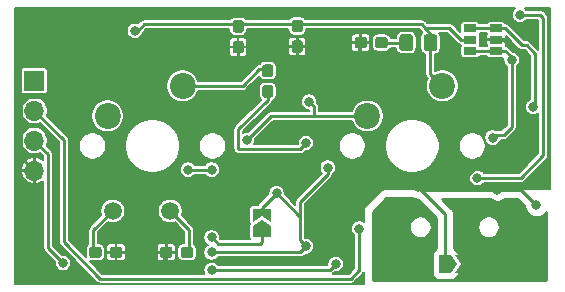
<source format=gtl>
G04 #@! TF.GenerationSoftware,KiCad,Pcbnew,5.1.5+dfsg1-2build2*
G04 #@! TF.CreationDate,2021-10-11T18:11:35+03:00*
G04 #@! TF.ProjectId,usb_kb,7573625f-6b62-42e6-9b69-6361645f7063,rev?*
G04 #@! TF.SameCoordinates,Original*
G04 #@! TF.FileFunction,Copper,L1,Top*
G04 #@! TF.FilePolarity,Positive*
%FSLAX46Y46*%
G04 Gerber Fmt 4.6, Leading zero omitted, Abs format (unit mm)*
G04 Created by KiCad (PCBNEW 5.1.5+dfsg1-2build2) date 2021-10-11 18:11:35*
%MOMM*%
%LPD*%
G04 APERTURE LIST*
%ADD10O,1.000000X2.100000*%
%ADD11O,1.000000X1.600000*%
%ADD12C,2.200000*%
%ADD13C,0.100000*%
%ADD14C,1.500000*%
%ADD15R,1.060000X0.650000*%
%ADD16O,1.700000X1.700000*%
%ADD17R,1.700000X1.700000*%
%ADD18C,0.800000*%
%ADD19C,0.250000*%
%ADD20C,0.254000*%
%ADD21C,0.200000*%
G04 APERTURE END LIST*
D10*
X193230000Y-84315000D03*
X201870000Y-84315000D03*
D11*
X201870000Y-88495000D03*
X193230000Y-88495000D03*
D12*
X190190000Y-75460000D03*
X196540000Y-72920000D03*
G04 #@! TA.AperFunction,SMDPad,CuDef*
D13*
G36*
X182010779Y-72851144D02*
G01*
X182033834Y-72854563D01*
X182056443Y-72860227D01*
X182078387Y-72868079D01*
X182099457Y-72878044D01*
X182119448Y-72890026D01*
X182138168Y-72903910D01*
X182155438Y-72919562D01*
X182171090Y-72936832D01*
X182184974Y-72955552D01*
X182196956Y-72975543D01*
X182206921Y-72996613D01*
X182214773Y-73018557D01*
X182220437Y-73041166D01*
X182223856Y-73064221D01*
X182225000Y-73087500D01*
X182225000Y-73662500D01*
X182223856Y-73685779D01*
X182220437Y-73708834D01*
X182214773Y-73731443D01*
X182206921Y-73753387D01*
X182196956Y-73774457D01*
X182184974Y-73794448D01*
X182171090Y-73813168D01*
X182155438Y-73830438D01*
X182138168Y-73846090D01*
X182119448Y-73859974D01*
X182099457Y-73871956D01*
X182078387Y-73881921D01*
X182056443Y-73889773D01*
X182033834Y-73895437D01*
X182010779Y-73898856D01*
X181987500Y-73900000D01*
X181512500Y-73900000D01*
X181489221Y-73898856D01*
X181466166Y-73895437D01*
X181443557Y-73889773D01*
X181421613Y-73881921D01*
X181400543Y-73871956D01*
X181380552Y-73859974D01*
X181361832Y-73846090D01*
X181344562Y-73830438D01*
X181328910Y-73813168D01*
X181315026Y-73794448D01*
X181303044Y-73774457D01*
X181293079Y-73753387D01*
X181285227Y-73731443D01*
X181279563Y-73708834D01*
X181276144Y-73685779D01*
X181275000Y-73662500D01*
X181275000Y-73087500D01*
X181276144Y-73064221D01*
X181279563Y-73041166D01*
X181285227Y-73018557D01*
X181293079Y-72996613D01*
X181303044Y-72975543D01*
X181315026Y-72955552D01*
X181328910Y-72936832D01*
X181344562Y-72919562D01*
X181361832Y-72903910D01*
X181380552Y-72890026D01*
X181400543Y-72878044D01*
X181421613Y-72868079D01*
X181443557Y-72860227D01*
X181466166Y-72854563D01*
X181489221Y-72851144D01*
X181512500Y-72850000D01*
X181987500Y-72850000D01*
X182010779Y-72851144D01*
G37*
G04 #@! TD.AperFunction*
G04 #@! TA.AperFunction,SMDPad,CuDef*
G36*
X182010779Y-71101144D02*
G01*
X182033834Y-71104563D01*
X182056443Y-71110227D01*
X182078387Y-71118079D01*
X182099457Y-71128044D01*
X182119448Y-71140026D01*
X182138168Y-71153910D01*
X182155438Y-71169562D01*
X182171090Y-71186832D01*
X182184974Y-71205552D01*
X182196956Y-71225543D01*
X182206921Y-71246613D01*
X182214773Y-71268557D01*
X182220437Y-71291166D01*
X182223856Y-71314221D01*
X182225000Y-71337500D01*
X182225000Y-71912500D01*
X182223856Y-71935779D01*
X182220437Y-71958834D01*
X182214773Y-71981443D01*
X182206921Y-72003387D01*
X182196956Y-72024457D01*
X182184974Y-72044448D01*
X182171090Y-72063168D01*
X182155438Y-72080438D01*
X182138168Y-72096090D01*
X182119448Y-72109974D01*
X182099457Y-72121956D01*
X182078387Y-72131921D01*
X182056443Y-72139773D01*
X182033834Y-72145437D01*
X182010779Y-72148856D01*
X181987500Y-72150000D01*
X181512500Y-72150000D01*
X181489221Y-72148856D01*
X181466166Y-72145437D01*
X181443557Y-72139773D01*
X181421613Y-72131921D01*
X181400543Y-72121956D01*
X181380552Y-72109974D01*
X181361832Y-72096090D01*
X181344562Y-72080438D01*
X181328910Y-72063168D01*
X181315026Y-72044448D01*
X181303044Y-72024457D01*
X181293079Y-72003387D01*
X181285227Y-71981443D01*
X181279563Y-71958834D01*
X181276144Y-71935779D01*
X181275000Y-71912500D01*
X181275000Y-71337500D01*
X181276144Y-71314221D01*
X181279563Y-71291166D01*
X181285227Y-71268557D01*
X181293079Y-71246613D01*
X181303044Y-71225543D01*
X181315026Y-71205552D01*
X181328910Y-71186832D01*
X181344562Y-71169562D01*
X181361832Y-71153910D01*
X181380552Y-71140026D01*
X181400543Y-71128044D01*
X181421613Y-71118079D01*
X181443557Y-71110227D01*
X181466166Y-71104563D01*
X181489221Y-71101144D01*
X181512500Y-71100000D01*
X181987500Y-71100000D01*
X182010779Y-71101144D01*
G37*
G04 #@! TD.AperFunction*
G04 #@! TA.AperFunction,SMDPad,CuDef*
G36*
X189935779Y-68776144D02*
G01*
X189958834Y-68779563D01*
X189981443Y-68785227D01*
X190003387Y-68793079D01*
X190024457Y-68803044D01*
X190044448Y-68815026D01*
X190063168Y-68828910D01*
X190080438Y-68844562D01*
X190096090Y-68861832D01*
X190109974Y-68880552D01*
X190121956Y-68900543D01*
X190131921Y-68921613D01*
X190139773Y-68943557D01*
X190145437Y-68966166D01*
X190148856Y-68989221D01*
X190150000Y-69012500D01*
X190150000Y-69487500D01*
X190148856Y-69510779D01*
X190145437Y-69533834D01*
X190139773Y-69556443D01*
X190131921Y-69578387D01*
X190121956Y-69599457D01*
X190109974Y-69619448D01*
X190096090Y-69638168D01*
X190080438Y-69655438D01*
X190063168Y-69671090D01*
X190044448Y-69684974D01*
X190024457Y-69696956D01*
X190003387Y-69706921D01*
X189981443Y-69714773D01*
X189958834Y-69720437D01*
X189935779Y-69723856D01*
X189912500Y-69725000D01*
X189337500Y-69725000D01*
X189314221Y-69723856D01*
X189291166Y-69720437D01*
X189268557Y-69714773D01*
X189246613Y-69706921D01*
X189225543Y-69696956D01*
X189205552Y-69684974D01*
X189186832Y-69671090D01*
X189169562Y-69655438D01*
X189153910Y-69638168D01*
X189140026Y-69619448D01*
X189128044Y-69599457D01*
X189118079Y-69578387D01*
X189110227Y-69556443D01*
X189104563Y-69533834D01*
X189101144Y-69510779D01*
X189100000Y-69487500D01*
X189100000Y-69012500D01*
X189101144Y-68989221D01*
X189104563Y-68966166D01*
X189110227Y-68943557D01*
X189118079Y-68921613D01*
X189128044Y-68900543D01*
X189140026Y-68880552D01*
X189153910Y-68861832D01*
X189169562Y-68844562D01*
X189186832Y-68828910D01*
X189205552Y-68815026D01*
X189225543Y-68803044D01*
X189246613Y-68793079D01*
X189268557Y-68785227D01*
X189291166Y-68779563D01*
X189314221Y-68776144D01*
X189337500Y-68775000D01*
X189912500Y-68775000D01*
X189935779Y-68776144D01*
G37*
G04 #@! TD.AperFunction*
G04 #@! TA.AperFunction,SMDPad,CuDef*
G36*
X191685779Y-68776144D02*
G01*
X191708834Y-68779563D01*
X191731443Y-68785227D01*
X191753387Y-68793079D01*
X191774457Y-68803044D01*
X191794448Y-68815026D01*
X191813168Y-68828910D01*
X191830438Y-68844562D01*
X191846090Y-68861832D01*
X191859974Y-68880552D01*
X191871956Y-68900543D01*
X191881921Y-68921613D01*
X191889773Y-68943557D01*
X191895437Y-68966166D01*
X191898856Y-68989221D01*
X191900000Y-69012500D01*
X191900000Y-69487500D01*
X191898856Y-69510779D01*
X191895437Y-69533834D01*
X191889773Y-69556443D01*
X191881921Y-69578387D01*
X191871956Y-69599457D01*
X191859974Y-69619448D01*
X191846090Y-69638168D01*
X191830438Y-69655438D01*
X191813168Y-69671090D01*
X191794448Y-69684974D01*
X191774457Y-69696956D01*
X191753387Y-69706921D01*
X191731443Y-69714773D01*
X191708834Y-69720437D01*
X191685779Y-69723856D01*
X191662500Y-69725000D01*
X191087500Y-69725000D01*
X191064221Y-69723856D01*
X191041166Y-69720437D01*
X191018557Y-69714773D01*
X190996613Y-69706921D01*
X190975543Y-69696956D01*
X190955552Y-69684974D01*
X190936832Y-69671090D01*
X190919562Y-69655438D01*
X190903910Y-69638168D01*
X190890026Y-69619448D01*
X190878044Y-69599457D01*
X190868079Y-69578387D01*
X190860227Y-69556443D01*
X190854563Y-69533834D01*
X190851144Y-69510779D01*
X190850000Y-69487500D01*
X190850000Y-69012500D01*
X190851144Y-68989221D01*
X190854563Y-68966166D01*
X190860227Y-68943557D01*
X190868079Y-68921613D01*
X190878044Y-68900543D01*
X190890026Y-68880552D01*
X190903910Y-68861832D01*
X190919562Y-68844562D01*
X190936832Y-68828910D01*
X190955552Y-68815026D01*
X190975543Y-68803044D01*
X190996613Y-68793079D01*
X191018557Y-68785227D01*
X191041166Y-68779563D01*
X191064221Y-68776144D01*
X191087500Y-68775000D01*
X191662500Y-68775000D01*
X191685779Y-68776144D01*
G37*
G04 #@! TD.AperFunction*
G04 #@! TA.AperFunction,SMDPad,CuDef*
G36*
X169223279Y-86526144D02*
G01*
X169246334Y-86529563D01*
X169268943Y-86535227D01*
X169290887Y-86543079D01*
X169311957Y-86553044D01*
X169331948Y-86565026D01*
X169350668Y-86578910D01*
X169367938Y-86594562D01*
X169383590Y-86611832D01*
X169397474Y-86630552D01*
X169409456Y-86650543D01*
X169419421Y-86671613D01*
X169427273Y-86693557D01*
X169432937Y-86716166D01*
X169436356Y-86739221D01*
X169437500Y-86762500D01*
X169437500Y-87237500D01*
X169436356Y-87260779D01*
X169432937Y-87283834D01*
X169427273Y-87306443D01*
X169419421Y-87328387D01*
X169409456Y-87349457D01*
X169397474Y-87369448D01*
X169383590Y-87388168D01*
X169367938Y-87405438D01*
X169350668Y-87421090D01*
X169331948Y-87434974D01*
X169311957Y-87446956D01*
X169290887Y-87456921D01*
X169268943Y-87464773D01*
X169246334Y-87470437D01*
X169223279Y-87473856D01*
X169200000Y-87475000D01*
X168625000Y-87475000D01*
X168601721Y-87473856D01*
X168578666Y-87470437D01*
X168556057Y-87464773D01*
X168534113Y-87456921D01*
X168513043Y-87446956D01*
X168493052Y-87434974D01*
X168474332Y-87421090D01*
X168457062Y-87405438D01*
X168441410Y-87388168D01*
X168427526Y-87369448D01*
X168415544Y-87349457D01*
X168405579Y-87328387D01*
X168397727Y-87306443D01*
X168392063Y-87283834D01*
X168388644Y-87260779D01*
X168387500Y-87237500D01*
X168387500Y-86762500D01*
X168388644Y-86739221D01*
X168392063Y-86716166D01*
X168397727Y-86693557D01*
X168405579Y-86671613D01*
X168415544Y-86650543D01*
X168427526Y-86630552D01*
X168441410Y-86611832D01*
X168457062Y-86594562D01*
X168474332Y-86578910D01*
X168493052Y-86565026D01*
X168513043Y-86553044D01*
X168534113Y-86543079D01*
X168556057Y-86535227D01*
X168578666Y-86529563D01*
X168601721Y-86526144D01*
X168625000Y-86525000D01*
X169200000Y-86525000D01*
X169223279Y-86526144D01*
G37*
G04 #@! TD.AperFunction*
G04 #@! TA.AperFunction,SMDPad,CuDef*
G36*
X167473279Y-86526144D02*
G01*
X167496334Y-86529563D01*
X167518943Y-86535227D01*
X167540887Y-86543079D01*
X167561957Y-86553044D01*
X167581948Y-86565026D01*
X167600668Y-86578910D01*
X167617938Y-86594562D01*
X167633590Y-86611832D01*
X167647474Y-86630552D01*
X167659456Y-86650543D01*
X167669421Y-86671613D01*
X167677273Y-86693557D01*
X167682937Y-86716166D01*
X167686356Y-86739221D01*
X167687500Y-86762500D01*
X167687500Y-87237500D01*
X167686356Y-87260779D01*
X167682937Y-87283834D01*
X167677273Y-87306443D01*
X167669421Y-87328387D01*
X167659456Y-87349457D01*
X167647474Y-87369448D01*
X167633590Y-87388168D01*
X167617938Y-87405438D01*
X167600668Y-87421090D01*
X167581948Y-87434974D01*
X167561957Y-87446956D01*
X167540887Y-87456921D01*
X167518943Y-87464773D01*
X167496334Y-87470437D01*
X167473279Y-87473856D01*
X167450000Y-87475000D01*
X166875000Y-87475000D01*
X166851721Y-87473856D01*
X166828666Y-87470437D01*
X166806057Y-87464773D01*
X166784113Y-87456921D01*
X166763043Y-87446956D01*
X166743052Y-87434974D01*
X166724332Y-87421090D01*
X166707062Y-87405438D01*
X166691410Y-87388168D01*
X166677526Y-87369448D01*
X166665544Y-87349457D01*
X166655579Y-87328387D01*
X166647727Y-87306443D01*
X166642063Y-87283834D01*
X166638644Y-87260779D01*
X166637500Y-87237500D01*
X166637500Y-86762500D01*
X166638644Y-86739221D01*
X166642063Y-86716166D01*
X166647727Y-86693557D01*
X166655579Y-86671613D01*
X166665544Y-86650543D01*
X166677526Y-86630552D01*
X166691410Y-86611832D01*
X166707062Y-86594562D01*
X166724332Y-86578910D01*
X166743052Y-86565026D01*
X166763043Y-86553044D01*
X166784113Y-86543079D01*
X166806057Y-86535227D01*
X166828666Y-86529563D01*
X166851721Y-86526144D01*
X166875000Y-86525000D01*
X167450000Y-86525000D01*
X167473279Y-86526144D01*
G37*
G04 #@! TD.AperFunction*
G04 #@! TA.AperFunction,SMDPad,CuDef*
G36*
X173473279Y-86526144D02*
G01*
X173496334Y-86529563D01*
X173518943Y-86535227D01*
X173540887Y-86543079D01*
X173561957Y-86553044D01*
X173581948Y-86565026D01*
X173600668Y-86578910D01*
X173617938Y-86594562D01*
X173633590Y-86611832D01*
X173647474Y-86630552D01*
X173659456Y-86650543D01*
X173669421Y-86671613D01*
X173677273Y-86693557D01*
X173682937Y-86716166D01*
X173686356Y-86739221D01*
X173687500Y-86762500D01*
X173687500Y-87237500D01*
X173686356Y-87260779D01*
X173682937Y-87283834D01*
X173677273Y-87306443D01*
X173669421Y-87328387D01*
X173659456Y-87349457D01*
X173647474Y-87369448D01*
X173633590Y-87388168D01*
X173617938Y-87405438D01*
X173600668Y-87421090D01*
X173581948Y-87434974D01*
X173561957Y-87446956D01*
X173540887Y-87456921D01*
X173518943Y-87464773D01*
X173496334Y-87470437D01*
X173473279Y-87473856D01*
X173450000Y-87475000D01*
X172875000Y-87475000D01*
X172851721Y-87473856D01*
X172828666Y-87470437D01*
X172806057Y-87464773D01*
X172784113Y-87456921D01*
X172763043Y-87446956D01*
X172743052Y-87434974D01*
X172724332Y-87421090D01*
X172707062Y-87405438D01*
X172691410Y-87388168D01*
X172677526Y-87369448D01*
X172665544Y-87349457D01*
X172655579Y-87328387D01*
X172647727Y-87306443D01*
X172642063Y-87283834D01*
X172638644Y-87260779D01*
X172637500Y-87237500D01*
X172637500Y-86762500D01*
X172638644Y-86739221D01*
X172642063Y-86716166D01*
X172647727Y-86693557D01*
X172655579Y-86671613D01*
X172665544Y-86650543D01*
X172677526Y-86630552D01*
X172691410Y-86611832D01*
X172707062Y-86594562D01*
X172724332Y-86578910D01*
X172743052Y-86565026D01*
X172763043Y-86553044D01*
X172784113Y-86543079D01*
X172806057Y-86535227D01*
X172828666Y-86529563D01*
X172851721Y-86526144D01*
X172875000Y-86525000D01*
X173450000Y-86525000D01*
X173473279Y-86526144D01*
G37*
G04 #@! TD.AperFunction*
G04 #@! TA.AperFunction,SMDPad,CuDef*
G36*
X175223279Y-86526144D02*
G01*
X175246334Y-86529563D01*
X175268943Y-86535227D01*
X175290887Y-86543079D01*
X175311957Y-86553044D01*
X175331948Y-86565026D01*
X175350668Y-86578910D01*
X175367938Y-86594562D01*
X175383590Y-86611832D01*
X175397474Y-86630552D01*
X175409456Y-86650543D01*
X175419421Y-86671613D01*
X175427273Y-86693557D01*
X175432937Y-86716166D01*
X175436356Y-86739221D01*
X175437500Y-86762500D01*
X175437500Y-87237500D01*
X175436356Y-87260779D01*
X175432937Y-87283834D01*
X175427273Y-87306443D01*
X175419421Y-87328387D01*
X175409456Y-87349457D01*
X175397474Y-87369448D01*
X175383590Y-87388168D01*
X175367938Y-87405438D01*
X175350668Y-87421090D01*
X175331948Y-87434974D01*
X175311957Y-87446956D01*
X175290887Y-87456921D01*
X175268943Y-87464773D01*
X175246334Y-87470437D01*
X175223279Y-87473856D01*
X175200000Y-87475000D01*
X174625000Y-87475000D01*
X174601721Y-87473856D01*
X174578666Y-87470437D01*
X174556057Y-87464773D01*
X174534113Y-87456921D01*
X174513043Y-87446956D01*
X174493052Y-87434974D01*
X174474332Y-87421090D01*
X174457062Y-87405438D01*
X174441410Y-87388168D01*
X174427526Y-87369448D01*
X174415544Y-87349457D01*
X174405579Y-87328387D01*
X174397727Y-87306443D01*
X174392063Y-87283834D01*
X174388644Y-87260779D01*
X174387500Y-87237500D01*
X174387500Y-86762500D01*
X174388644Y-86739221D01*
X174392063Y-86716166D01*
X174397727Y-86693557D01*
X174405579Y-86671613D01*
X174415544Y-86650543D01*
X174427526Y-86630552D01*
X174441410Y-86611832D01*
X174457062Y-86594562D01*
X174474332Y-86578910D01*
X174493052Y-86565026D01*
X174513043Y-86553044D01*
X174534113Y-86543079D01*
X174556057Y-86535227D01*
X174578666Y-86529563D01*
X174601721Y-86526144D01*
X174625000Y-86525000D01*
X175200000Y-86525000D01*
X175223279Y-86526144D01*
G37*
G04 #@! TD.AperFunction*
G04 #@! TA.AperFunction,SMDPad,CuDef*
G36*
X179510779Y-69101144D02*
G01*
X179533834Y-69104563D01*
X179556443Y-69110227D01*
X179578387Y-69118079D01*
X179599457Y-69128044D01*
X179619448Y-69140026D01*
X179638168Y-69153910D01*
X179655438Y-69169562D01*
X179671090Y-69186832D01*
X179684974Y-69205552D01*
X179696956Y-69225543D01*
X179706921Y-69246613D01*
X179714773Y-69268557D01*
X179720437Y-69291166D01*
X179723856Y-69314221D01*
X179725000Y-69337500D01*
X179725000Y-69912500D01*
X179723856Y-69935779D01*
X179720437Y-69958834D01*
X179714773Y-69981443D01*
X179706921Y-70003387D01*
X179696956Y-70024457D01*
X179684974Y-70044448D01*
X179671090Y-70063168D01*
X179655438Y-70080438D01*
X179638168Y-70096090D01*
X179619448Y-70109974D01*
X179599457Y-70121956D01*
X179578387Y-70131921D01*
X179556443Y-70139773D01*
X179533834Y-70145437D01*
X179510779Y-70148856D01*
X179487500Y-70150000D01*
X179012500Y-70150000D01*
X178989221Y-70148856D01*
X178966166Y-70145437D01*
X178943557Y-70139773D01*
X178921613Y-70131921D01*
X178900543Y-70121956D01*
X178880552Y-70109974D01*
X178861832Y-70096090D01*
X178844562Y-70080438D01*
X178828910Y-70063168D01*
X178815026Y-70044448D01*
X178803044Y-70024457D01*
X178793079Y-70003387D01*
X178785227Y-69981443D01*
X178779563Y-69958834D01*
X178776144Y-69935779D01*
X178775000Y-69912500D01*
X178775000Y-69337500D01*
X178776144Y-69314221D01*
X178779563Y-69291166D01*
X178785227Y-69268557D01*
X178793079Y-69246613D01*
X178803044Y-69225543D01*
X178815026Y-69205552D01*
X178828910Y-69186832D01*
X178844562Y-69169562D01*
X178861832Y-69153910D01*
X178880552Y-69140026D01*
X178900543Y-69128044D01*
X178921613Y-69118079D01*
X178943557Y-69110227D01*
X178966166Y-69104563D01*
X178989221Y-69101144D01*
X179012500Y-69100000D01*
X179487500Y-69100000D01*
X179510779Y-69101144D01*
G37*
G04 #@! TD.AperFunction*
G04 #@! TA.AperFunction,SMDPad,CuDef*
G36*
X179510779Y-67351144D02*
G01*
X179533834Y-67354563D01*
X179556443Y-67360227D01*
X179578387Y-67368079D01*
X179599457Y-67378044D01*
X179619448Y-67390026D01*
X179638168Y-67403910D01*
X179655438Y-67419562D01*
X179671090Y-67436832D01*
X179684974Y-67455552D01*
X179696956Y-67475543D01*
X179706921Y-67496613D01*
X179714773Y-67518557D01*
X179720437Y-67541166D01*
X179723856Y-67564221D01*
X179725000Y-67587500D01*
X179725000Y-68162500D01*
X179723856Y-68185779D01*
X179720437Y-68208834D01*
X179714773Y-68231443D01*
X179706921Y-68253387D01*
X179696956Y-68274457D01*
X179684974Y-68294448D01*
X179671090Y-68313168D01*
X179655438Y-68330438D01*
X179638168Y-68346090D01*
X179619448Y-68359974D01*
X179599457Y-68371956D01*
X179578387Y-68381921D01*
X179556443Y-68389773D01*
X179533834Y-68395437D01*
X179510779Y-68398856D01*
X179487500Y-68400000D01*
X179012500Y-68400000D01*
X178989221Y-68398856D01*
X178966166Y-68395437D01*
X178943557Y-68389773D01*
X178921613Y-68381921D01*
X178900543Y-68371956D01*
X178880552Y-68359974D01*
X178861832Y-68346090D01*
X178844562Y-68330438D01*
X178828910Y-68313168D01*
X178815026Y-68294448D01*
X178803044Y-68274457D01*
X178793079Y-68253387D01*
X178785227Y-68231443D01*
X178779563Y-68208834D01*
X178776144Y-68185779D01*
X178775000Y-68162500D01*
X178775000Y-67587500D01*
X178776144Y-67564221D01*
X178779563Y-67541166D01*
X178785227Y-67518557D01*
X178793079Y-67496613D01*
X178803044Y-67475543D01*
X178815026Y-67455552D01*
X178828910Y-67436832D01*
X178844562Y-67419562D01*
X178861832Y-67403910D01*
X178880552Y-67390026D01*
X178900543Y-67378044D01*
X178921613Y-67368079D01*
X178943557Y-67360227D01*
X178966166Y-67354563D01*
X178989221Y-67351144D01*
X179012500Y-67350000D01*
X179487500Y-67350000D01*
X179510779Y-67351144D01*
G37*
G04 #@! TD.AperFunction*
G04 #@! TA.AperFunction,SMDPad,CuDef*
G36*
X184510779Y-69063644D02*
G01*
X184533834Y-69067063D01*
X184556443Y-69072727D01*
X184578387Y-69080579D01*
X184599457Y-69090544D01*
X184619448Y-69102526D01*
X184638168Y-69116410D01*
X184655438Y-69132062D01*
X184671090Y-69149332D01*
X184684974Y-69168052D01*
X184696956Y-69188043D01*
X184706921Y-69209113D01*
X184714773Y-69231057D01*
X184720437Y-69253666D01*
X184723856Y-69276721D01*
X184725000Y-69300000D01*
X184725000Y-69875000D01*
X184723856Y-69898279D01*
X184720437Y-69921334D01*
X184714773Y-69943943D01*
X184706921Y-69965887D01*
X184696956Y-69986957D01*
X184684974Y-70006948D01*
X184671090Y-70025668D01*
X184655438Y-70042938D01*
X184638168Y-70058590D01*
X184619448Y-70072474D01*
X184599457Y-70084456D01*
X184578387Y-70094421D01*
X184556443Y-70102273D01*
X184533834Y-70107937D01*
X184510779Y-70111356D01*
X184487500Y-70112500D01*
X184012500Y-70112500D01*
X183989221Y-70111356D01*
X183966166Y-70107937D01*
X183943557Y-70102273D01*
X183921613Y-70094421D01*
X183900543Y-70084456D01*
X183880552Y-70072474D01*
X183861832Y-70058590D01*
X183844562Y-70042938D01*
X183828910Y-70025668D01*
X183815026Y-70006948D01*
X183803044Y-69986957D01*
X183793079Y-69965887D01*
X183785227Y-69943943D01*
X183779563Y-69921334D01*
X183776144Y-69898279D01*
X183775000Y-69875000D01*
X183775000Y-69300000D01*
X183776144Y-69276721D01*
X183779563Y-69253666D01*
X183785227Y-69231057D01*
X183793079Y-69209113D01*
X183803044Y-69188043D01*
X183815026Y-69168052D01*
X183828910Y-69149332D01*
X183844562Y-69132062D01*
X183861832Y-69116410D01*
X183880552Y-69102526D01*
X183900543Y-69090544D01*
X183921613Y-69080579D01*
X183943557Y-69072727D01*
X183966166Y-69067063D01*
X183989221Y-69063644D01*
X184012500Y-69062500D01*
X184487500Y-69062500D01*
X184510779Y-69063644D01*
G37*
G04 #@! TD.AperFunction*
G04 #@! TA.AperFunction,SMDPad,CuDef*
G36*
X184510779Y-67313644D02*
G01*
X184533834Y-67317063D01*
X184556443Y-67322727D01*
X184578387Y-67330579D01*
X184599457Y-67340544D01*
X184619448Y-67352526D01*
X184638168Y-67366410D01*
X184655438Y-67382062D01*
X184671090Y-67399332D01*
X184684974Y-67418052D01*
X184696956Y-67438043D01*
X184706921Y-67459113D01*
X184714773Y-67481057D01*
X184720437Y-67503666D01*
X184723856Y-67526721D01*
X184725000Y-67550000D01*
X184725000Y-68125000D01*
X184723856Y-68148279D01*
X184720437Y-68171334D01*
X184714773Y-68193943D01*
X184706921Y-68215887D01*
X184696956Y-68236957D01*
X184684974Y-68256948D01*
X184671090Y-68275668D01*
X184655438Y-68292938D01*
X184638168Y-68308590D01*
X184619448Y-68322474D01*
X184599457Y-68334456D01*
X184578387Y-68344421D01*
X184556443Y-68352273D01*
X184533834Y-68357937D01*
X184510779Y-68361356D01*
X184487500Y-68362500D01*
X184012500Y-68362500D01*
X183989221Y-68361356D01*
X183966166Y-68357937D01*
X183943557Y-68352273D01*
X183921613Y-68344421D01*
X183900543Y-68334456D01*
X183880552Y-68322474D01*
X183861832Y-68308590D01*
X183844562Y-68292938D01*
X183828910Y-68275668D01*
X183815026Y-68256948D01*
X183803044Y-68236957D01*
X183793079Y-68215887D01*
X183785227Y-68193943D01*
X183779563Y-68171334D01*
X183776144Y-68148279D01*
X183775000Y-68125000D01*
X183775000Y-67550000D01*
X183776144Y-67526721D01*
X183779563Y-67503666D01*
X183785227Y-67481057D01*
X183793079Y-67459113D01*
X183803044Y-67438043D01*
X183815026Y-67418052D01*
X183828910Y-67399332D01*
X183844562Y-67382062D01*
X183861832Y-67366410D01*
X183880552Y-67352526D01*
X183900543Y-67340544D01*
X183921613Y-67330579D01*
X183943557Y-67322727D01*
X183966166Y-67317063D01*
X183989221Y-67313644D01*
X184012500Y-67312500D01*
X184487500Y-67312500D01*
X184510779Y-67313644D01*
G37*
G04 #@! TD.AperFunction*
D14*
X168620000Y-83500000D03*
X173500000Y-83500000D03*
D15*
X198900000Y-69000000D03*
X198900000Y-69950000D03*
X198900000Y-68050000D03*
X201100000Y-68050000D03*
X201100000Y-69000000D03*
X201100000Y-69950000D03*
D12*
X168190000Y-75460000D03*
X174540000Y-72920000D03*
G04 #@! TA.AperFunction,SMDPad,CuDef*
D13*
G36*
X181250000Y-84250000D02*
G01*
X182000000Y-84750000D01*
X182000000Y-85750000D01*
X180500000Y-85750000D01*
X180500000Y-84750000D01*
X181250000Y-84250000D01*
G37*
G04 #@! TD.AperFunction*
G04 #@! TA.AperFunction,SMDPad,CuDef*
G36*
X182000000Y-83300000D02*
G01*
X182000000Y-84450000D01*
X181250000Y-83950000D01*
X180500000Y-84450000D01*
X180500000Y-83300000D01*
X182000000Y-83300000D01*
G37*
G04 #@! TD.AperFunction*
G04 #@! TA.AperFunction,SMDPad,CuDef*
G36*
X197775000Y-88000000D02*
G01*
X197275000Y-88750000D01*
X196275000Y-88750000D01*
X196275000Y-87250000D01*
X197275000Y-87250000D01*
X197775000Y-88000000D01*
G37*
G04 #@! TD.AperFunction*
G04 #@! TA.AperFunction,SMDPad,CuDef*
G36*
X198725000Y-88750000D02*
G01*
X197575000Y-88750000D01*
X198075000Y-88000000D01*
X197575000Y-87250000D01*
X198725000Y-87250000D01*
X198725000Y-88750000D01*
G37*
G04 #@! TD.AperFunction*
D16*
X162000000Y-80080000D03*
X162000000Y-77540000D03*
X162000000Y-75000000D03*
D17*
X162000000Y-72460000D03*
G04 #@! TA.AperFunction,SMDPad,CuDef*
D13*
G36*
X195874505Y-68551204D02*
G01*
X195898773Y-68554804D01*
X195922572Y-68560765D01*
X195945671Y-68569030D01*
X195967850Y-68579520D01*
X195988893Y-68592132D01*
X196008599Y-68606747D01*
X196026777Y-68623223D01*
X196043253Y-68641401D01*
X196057868Y-68661107D01*
X196070480Y-68682150D01*
X196080970Y-68704329D01*
X196089235Y-68727428D01*
X196095196Y-68751227D01*
X196098796Y-68775495D01*
X196100000Y-68799999D01*
X196100000Y-69700001D01*
X196098796Y-69724505D01*
X196095196Y-69748773D01*
X196089235Y-69772572D01*
X196080970Y-69795671D01*
X196070480Y-69817850D01*
X196057868Y-69838893D01*
X196043253Y-69858599D01*
X196026777Y-69876777D01*
X196008599Y-69893253D01*
X195988893Y-69907868D01*
X195967850Y-69920480D01*
X195945671Y-69930970D01*
X195922572Y-69939235D01*
X195898773Y-69945196D01*
X195874505Y-69948796D01*
X195850001Y-69950000D01*
X195199999Y-69950000D01*
X195175495Y-69948796D01*
X195151227Y-69945196D01*
X195127428Y-69939235D01*
X195104329Y-69930970D01*
X195082150Y-69920480D01*
X195061107Y-69907868D01*
X195041401Y-69893253D01*
X195023223Y-69876777D01*
X195006747Y-69858599D01*
X194992132Y-69838893D01*
X194979520Y-69817850D01*
X194969030Y-69795671D01*
X194960765Y-69772572D01*
X194954804Y-69748773D01*
X194951204Y-69724505D01*
X194950000Y-69700001D01*
X194950000Y-68799999D01*
X194951204Y-68775495D01*
X194954804Y-68751227D01*
X194960765Y-68727428D01*
X194969030Y-68704329D01*
X194979520Y-68682150D01*
X194992132Y-68661107D01*
X195006747Y-68641401D01*
X195023223Y-68623223D01*
X195041401Y-68606747D01*
X195061107Y-68592132D01*
X195082150Y-68579520D01*
X195104329Y-68569030D01*
X195127428Y-68560765D01*
X195151227Y-68554804D01*
X195175495Y-68551204D01*
X195199999Y-68550000D01*
X195850001Y-68550000D01*
X195874505Y-68551204D01*
G37*
G04 #@! TD.AperFunction*
G04 #@! TA.AperFunction,SMDPad,CuDef*
G36*
X193824505Y-68551204D02*
G01*
X193848773Y-68554804D01*
X193872572Y-68560765D01*
X193895671Y-68569030D01*
X193917850Y-68579520D01*
X193938893Y-68592132D01*
X193958599Y-68606747D01*
X193976777Y-68623223D01*
X193993253Y-68641401D01*
X194007868Y-68661107D01*
X194020480Y-68682150D01*
X194030970Y-68704329D01*
X194039235Y-68727428D01*
X194045196Y-68751227D01*
X194048796Y-68775495D01*
X194050000Y-68799999D01*
X194050000Y-69700001D01*
X194048796Y-69724505D01*
X194045196Y-69748773D01*
X194039235Y-69772572D01*
X194030970Y-69795671D01*
X194020480Y-69817850D01*
X194007868Y-69838893D01*
X193993253Y-69858599D01*
X193976777Y-69876777D01*
X193958599Y-69893253D01*
X193938893Y-69907868D01*
X193917850Y-69920480D01*
X193895671Y-69930970D01*
X193872572Y-69939235D01*
X193848773Y-69945196D01*
X193824505Y-69948796D01*
X193800001Y-69950000D01*
X193149999Y-69950000D01*
X193125495Y-69948796D01*
X193101227Y-69945196D01*
X193077428Y-69939235D01*
X193054329Y-69930970D01*
X193032150Y-69920480D01*
X193011107Y-69907868D01*
X192991401Y-69893253D01*
X192973223Y-69876777D01*
X192956747Y-69858599D01*
X192942132Y-69838893D01*
X192929520Y-69817850D01*
X192919030Y-69795671D01*
X192910765Y-69772572D01*
X192904804Y-69748773D01*
X192901204Y-69724505D01*
X192900000Y-69700001D01*
X192900000Y-68799999D01*
X192901204Y-68775495D01*
X192904804Y-68751227D01*
X192910765Y-68727428D01*
X192919030Y-68704329D01*
X192929520Y-68682150D01*
X192942132Y-68661107D01*
X192956747Y-68641401D01*
X192973223Y-68623223D01*
X192991401Y-68606747D01*
X193011107Y-68592132D01*
X193032150Y-68579520D01*
X193054329Y-68569030D01*
X193077428Y-68560765D01*
X193101227Y-68554804D01*
X193125495Y-68551204D01*
X193149999Y-68550000D01*
X193800001Y-68550000D01*
X193824505Y-68551204D01*
G37*
G04 #@! TD.AperFunction*
D18*
X199500000Y-80700000D03*
X203100000Y-66900000D03*
X182500000Y-82000000D03*
X185000000Y-86500000D03*
X186837500Y-79837500D03*
X177000000Y-87000000D03*
X170500000Y-68250000D03*
X194500000Y-81500000D03*
X181000000Y-81500000D03*
X170500000Y-71000000D03*
X178250000Y-71750000D03*
X186750000Y-74000000D03*
X165675001Y-73824999D03*
X190500000Y-72250000D03*
X186750000Y-78000000D03*
X204500000Y-83000000D03*
X201200000Y-81700000D03*
X197700000Y-80400000D03*
X172550000Y-69225000D03*
X177000000Y-88500000D03*
X187500000Y-88000000D03*
X164425000Y-87925000D03*
X189500000Y-85000000D03*
X177000000Y-85750000D03*
X175000000Y-80000000D03*
X177000000Y-80000000D03*
X180000000Y-77500000D03*
X185250000Y-74250000D03*
X185000000Y-77750000D03*
X202400000Y-70700000D03*
X200800000Y-77300000D03*
X204200000Y-74700000D03*
D19*
X204800000Y-66900000D02*
X203100000Y-66900000D01*
X205100000Y-67200000D02*
X204800000Y-66900000D01*
X205100000Y-78800000D02*
X205100000Y-67200000D01*
X203200000Y-80700000D02*
X205100000Y-78800000D01*
X199500000Y-80700000D02*
X203200000Y-80700000D01*
X182500000Y-82000000D02*
X184500000Y-84000000D01*
X184500000Y-86000000D02*
X185000000Y-86500000D01*
X184500000Y-84000000D02*
X184500000Y-86000000D01*
X184500000Y-82740685D02*
X184500000Y-84000000D01*
X186837500Y-80403185D02*
X184500000Y-82740685D01*
X186837500Y-79837500D02*
X186837500Y-80403185D01*
X179630000Y-72920000D02*
X176095634Y-72920000D01*
X181050000Y-71500000D02*
X179630000Y-72920000D01*
X176095634Y-72920000D02*
X174540000Y-72920000D01*
X181750000Y-71500000D02*
X181050000Y-71500000D01*
X184500000Y-87000000D02*
X185000000Y-86500000D01*
X177000000Y-87000000D02*
X184500000Y-87000000D01*
X181250000Y-83250000D02*
X182500000Y-82000000D01*
X181250000Y-83800000D02*
X181250000Y-83250000D01*
X195525000Y-71905000D02*
X196540000Y-72920000D01*
X195525000Y-69250000D02*
X195525000Y-71905000D01*
X195525000Y-68550000D02*
X195525000Y-69250000D01*
X184250000Y-67675000D02*
X194650000Y-67675000D01*
X179287500Y-67675000D02*
X179250000Y-67712500D01*
X184250000Y-67675000D02*
X179287500Y-67675000D01*
X179250000Y-67712500D02*
X171287500Y-67712500D01*
X170750000Y-68250000D02*
X170500000Y-68250000D01*
X171287500Y-67712500D02*
X170750000Y-68250000D01*
X198120000Y-69000000D02*
X197120000Y-68000000D01*
X198900000Y-69000000D02*
X198120000Y-69000000D01*
X195100000Y-68000000D02*
X194800000Y-67700000D01*
X197120000Y-68000000D02*
X195100000Y-68000000D01*
X194800000Y-67700000D02*
X195525000Y-68550000D01*
X194650000Y-67675000D02*
X194800000Y-67700000D01*
X193475000Y-69250000D02*
X191500000Y-69250000D01*
X194550000Y-81500000D02*
X194500000Y-81500000D01*
X194775000Y-81725000D02*
X194550000Y-81500000D01*
X196775000Y-83775000D02*
X194500000Y-81500000D01*
X196775000Y-88000000D02*
X196775000Y-83775000D01*
X172412500Y-87000000D02*
X169075000Y-87000000D01*
X173000000Y-87000000D02*
X172412500Y-87000000D01*
X160824999Y-78904999D02*
X161150001Y-79230001D01*
X161150001Y-79230001D02*
X162000000Y-80080000D01*
X160824999Y-74435999D02*
X160824999Y-78904999D01*
X161435999Y-73824999D02*
X160824999Y-74435999D01*
X167675001Y-73824999D02*
X165675001Y-73824999D01*
X170500000Y-71000000D02*
X167675001Y-73824999D01*
X170500000Y-71000000D02*
X177500000Y-71000000D01*
X177500000Y-71000000D02*
X178250000Y-71750000D01*
X194500000Y-80934315D02*
X194500000Y-81500000D01*
X194500000Y-80840998D02*
X194500000Y-80934315D01*
X178500000Y-81500000D02*
X181000000Y-81500000D01*
X175987510Y-84012490D02*
X178500000Y-81500000D01*
X175987510Y-87713180D02*
X175987510Y-84012490D01*
X175650680Y-88050010D02*
X175987510Y-87713180D01*
X173325010Y-88050010D02*
X175650680Y-88050010D01*
X173000000Y-87725000D02*
X173325010Y-88050010D01*
X173000000Y-87000000D02*
X173000000Y-87725000D01*
X193750000Y-74000000D02*
X197500000Y-77750000D01*
X186750000Y-74000000D02*
X193750000Y-74000000D01*
X197500000Y-77750000D02*
X194500000Y-80840998D01*
X189500000Y-71250000D02*
X186750000Y-74000000D01*
X189500000Y-69250000D02*
X189500000Y-71250000D01*
X184250000Y-71500000D02*
X186750000Y-74000000D01*
X184250000Y-69750000D02*
X184250000Y-71500000D01*
X179250000Y-70750000D02*
X178250000Y-71750000D01*
X179250000Y-69787500D02*
X179250000Y-70750000D01*
X165675001Y-73824999D02*
X161435999Y-73824999D01*
X204500000Y-83000000D02*
X203200000Y-81700000D01*
X203200000Y-81700000D02*
X201200000Y-81700000D01*
X199025000Y-81700000D02*
X201200000Y-81700000D01*
X199000000Y-81725000D02*
X199025000Y-81700000D01*
X203125001Y-70351999D02*
X203125001Y-78674999D01*
X201773002Y-69000000D02*
X203125001Y-70351999D01*
X201100000Y-69000000D02*
X201773002Y-69000000D01*
X198000000Y-81126998D02*
X198000000Y-81700000D01*
X200451999Y-78674999D02*
X198000000Y-81126998D01*
X203125001Y-78674999D02*
X200451999Y-78674999D01*
X198000000Y-81700000D02*
X194775000Y-81725000D01*
X199000000Y-81725000D02*
X198000000Y-81700000D01*
X177000000Y-88500000D02*
X187000000Y-88500000D01*
X187000000Y-88500000D02*
X187500000Y-88000000D01*
X163175001Y-78715001D02*
X162000000Y-77540000D01*
X163175001Y-86675001D02*
X163175001Y-78715001D01*
X164425000Y-87925000D02*
X163175001Y-86675001D01*
X164500000Y-86163190D02*
X164500000Y-77500000D01*
X164500000Y-77500000D02*
X162000000Y-75000000D01*
X167561811Y-89225001D02*
X164500000Y-86163190D01*
X188774999Y-89225001D02*
X167561811Y-89225001D01*
X189500000Y-85000000D02*
X189500000Y-88500000D01*
X189500000Y-88500000D02*
X188774999Y-89225001D01*
X201270000Y-88000000D02*
X201820000Y-88550000D01*
X198225000Y-88000000D02*
X201270000Y-88000000D01*
X193930000Y-88550000D02*
X194750000Y-89370000D01*
X193180000Y-88550000D02*
X193930000Y-88550000D01*
X201070000Y-88550000D02*
X201820000Y-88550000D01*
X200250000Y-89370000D02*
X201070000Y-88550000D01*
X194750000Y-89370000D02*
X200250000Y-89370000D01*
X193180000Y-84370000D02*
X193180000Y-88550000D01*
X201820000Y-84370000D02*
X201820000Y-88550000D01*
X181250000Y-85250000D02*
X181250000Y-86150000D01*
X181250000Y-86150000D02*
X181100000Y-86300000D01*
X177550000Y-86300000D02*
X177000000Y-85750000D01*
X181100000Y-86300000D02*
X177550000Y-86300000D01*
X175000000Y-80000000D02*
X177000000Y-80000000D01*
X180000000Y-77500000D02*
X182040000Y-75460000D01*
X185649999Y-74649999D02*
X185649999Y-75350001D01*
X185500000Y-75500000D02*
X190190000Y-75460000D01*
X185649999Y-75350001D02*
X185500000Y-75500000D01*
X185250000Y-74250000D02*
X185649999Y-74649999D01*
X182040000Y-75460000D02*
X185500000Y-75500000D01*
X167000000Y-85120000D02*
X168620000Y-83500000D01*
X167000000Y-87000000D02*
X167000000Y-85120000D01*
X175075000Y-85075000D02*
X173500000Y-83500000D01*
X175075000Y-87000000D02*
X175075000Y-85075000D01*
X179274999Y-76575001D02*
X179274999Y-78274999D01*
X181750000Y-74100000D02*
X179274999Y-76575001D01*
X181750000Y-73500000D02*
X181750000Y-74100000D01*
X179274999Y-78274999D02*
X184475001Y-78274999D01*
X184475001Y-78274999D02*
X185000000Y-77750000D01*
X198900000Y-69950000D02*
X201100000Y-69950000D01*
X201880000Y-69950000D02*
X202400000Y-70470000D01*
X201100000Y-69950000D02*
X201880000Y-69950000D01*
X202400000Y-70470000D02*
X202400000Y-70700000D01*
X202400000Y-76419002D02*
X201719002Y-77100000D01*
X202400000Y-70700000D02*
X202400000Y-76419002D01*
X201000000Y-77100000D02*
X200800000Y-77300000D01*
X201719002Y-77100000D02*
X201000000Y-77100000D01*
X198900000Y-68050000D02*
X201100000Y-68050000D01*
X201880000Y-68050000D02*
X203300000Y-69470000D01*
X201100000Y-68050000D02*
X201880000Y-68050000D01*
X203300000Y-69470000D02*
X203670000Y-69470000D01*
X203670000Y-69470000D02*
X204400000Y-70200000D01*
X204400000Y-74500000D02*
X204200000Y-74700000D01*
X204400000Y-70200000D02*
X204400000Y-74500000D01*
D20*
G36*
X194009744Y-82417205D02*
G01*
X194198102Y-82495226D01*
X194398061Y-82535000D01*
X194460199Y-82535000D01*
X196015001Y-84089803D01*
X196015000Y-86668954D01*
X195920506Y-86719463D01*
X195823815Y-86798815D01*
X195744463Y-86895506D01*
X195685498Y-87005820D01*
X195649188Y-87125518D01*
X195636928Y-87250000D01*
X195636928Y-88750000D01*
X195649188Y-88874482D01*
X195685498Y-88994180D01*
X195744463Y-89104494D01*
X195823815Y-89201185D01*
X195920506Y-89280537D01*
X196030820Y-89339502D01*
X196032462Y-89340000D01*
X190627000Y-89340000D01*
X190627000Y-84750448D01*
X193700000Y-84750448D01*
X193700000Y-84939552D01*
X193736892Y-85125022D01*
X193809259Y-85299731D01*
X193914319Y-85456964D01*
X194048036Y-85590681D01*
X194205269Y-85695741D01*
X194379978Y-85768108D01*
X194565448Y-85805000D01*
X194754552Y-85805000D01*
X194940022Y-85768108D01*
X195114731Y-85695741D01*
X195271964Y-85590681D01*
X195405681Y-85456964D01*
X195510741Y-85299731D01*
X195583108Y-85125022D01*
X195620000Y-84939552D01*
X195620000Y-84750448D01*
X195583108Y-84564978D01*
X195510741Y-84390269D01*
X195405681Y-84233036D01*
X195271964Y-84099319D01*
X195114731Y-83994259D01*
X194940022Y-83921892D01*
X194754552Y-83885000D01*
X194565448Y-83885000D01*
X194379978Y-83921892D01*
X194205269Y-83994259D01*
X194048036Y-84099319D01*
X193914319Y-84233036D01*
X193809259Y-84390269D01*
X193736892Y-84564978D01*
X193700000Y-84750448D01*
X190627000Y-84750448D01*
X190627000Y-83552606D01*
X191802606Y-82377000D01*
X193949573Y-82377000D01*
X194009744Y-82417205D01*
G37*
X194009744Y-82417205D02*
X194198102Y-82495226D01*
X194398061Y-82535000D01*
X194460199Y-82535000D01*
X196015001Y-84089803D01*
X196015000Y-86668954D01*
X195920506Y-86719463D01*
X195823815Y-86798815D01*
X195744463Y-86895506D01*
X195685498Y-87005820D01*
X195649188Y-87125518D01*
X195636928Y-87250000D01*
X195636928Y-88750000D01*
X195649188Y-88874482D01*
X195685498Y-88994180D01*
X195744463Y-89104494D01*
X195823815Y-89201185D01*
X195920506Y-89280537D01*
X196030820Y-89339502D01*
X196032462Y-89340000D01*
X190627000Y-89340000D01*
X190627000Y-84750448D01*
X193700000Y-84750448D01*
X193700000Y-84939552D01*
X193736892Y-85125022D01*
X193809259Y-85299731D01*
X193914319Y-85456964D01*
X194048036Y-85590681D01*
X194205269Y-85695741D01*
X194379978Y-85768108D01*
X194565448Y-85805000D01*
X194754552Y-85805000D01*
X194940022Y-85768108D01*
X195114731Y-85695741D01*
X195271964Y-85590681D01*
X195405681Y-85456964D01*
X195510741Y-85299731D01*
X195583108Y-85125022D01*
X195620000Y-84939552D01*
X195620000Y-84750448D01*
X195583108Y-84564978D01*
X195510741Y-84390269D01*
X195405681Y-84233036D01*
X195271964Y-84099319D01*
X195114731Y-83994259D01*
X194940022Y-83921892D01*
X194754552Y-83885000D01*
X194565448Y-83885000D01*
X194379978Y-83921892D01*
X194205269Y-83994259D01*
X194048036Y-84099319D01*
X193914319Y-84233036D01*
X193809259Y-84390269D01*
X193736892Y-84564978D01*
X193700000Y-84750448D01*
X190627000Y-84750448D01*
X190627000Y-83552606D01*
X191802606Y-82377000D01*
X193949573Y-82377000D01*
X194009744Y-82417205D01*
G36*
X200540226Y-82503937D02*
G01*
X200709744Y-82617205D01*
X200898102Y-82695226D01*
X201098061Y-82735000D01*
X201301939Y-82735000D01*
X201501898Y-82695226D01*
X201690256Y-82617205D01*
X201859774Y-82503937D01*
X201903711Y-82460000D01*
X202885199Y-82460000D01*
X203465000Y-83039802D01*
X203465000Y-83101939D01*
X203504774Y-83301898D01*
X203582795Y-83490256D01*
X203696063Y-83659774D01*
X203840226Y-83803937D01*
X204009744Y-83917205D01*
X204198102Y-83995226D01*
X204398061Y-84035000D01*
X204601939Y-84035000D01*
X204801898Y-83995226D01*
X204990256Y-83917205D01*
X205159774Y-83803937D01*
X205303937Y-83659774D01*
X205340000Y-83605801D01*
X205340000Y-89340000D01*
X197517320Y-89340000D01*
X197519796Y-89339246D01*
X197630049Y-89280166D01*
X197726657Y-89200713D01*
X197805908Y-89103939D01*
X198305908Y-88353939D01*
X198364246Y-88244796D01*
X198400681Y-88125136D01*
X198413072Y-88000667D01*
X198400941Y-87876173D01*
X198364757Y-87756437D01*
X198305908Y-87646061D01*
X197805908Y-86896061D01*
X197726185Y-86798815D01*
X197629494Y-86719463D01*
X197535000Y-86668954D01*
X197535000Y-84750448D01*
X199480000Y-84750448D01*
X199480000Y-84939552D01*
X199516892Y-85125022D01*
X199589259Y-85299731D01*
X199694319Y-85456964D01*
X199828036Y-85590681D01*
X199985269Y-85695741D01*
X200159978Y-85768108D01*
X200345448Y-85805000D01*
X200534552Y-85805000D01*
X200720022Y-85768108D01*
X200894731Y-85695741D01*
X201051964Y-85590681D01*
X201185681Y-85456964D01*
X201290741Y-85299731D01*
X201363108Y-85125022D01*
X201400000Y-84939552D01*
X201400000Y-84750448D01*
X201363108Y-84564978D01*
X201290741Y-84390269D01*
X201185681Y-84233036D01*
X201051964Y-84099319D01*
X200894731Y-83994259D01*
X200720022Y-83921892D01*
X200534552Y-83885000D01*
X200345448Y-83885000D01*
X200159978Y-83921892D01*
X199985269Y-83994259D01*
X199828036Y-84099319D01*
X199694319Y-84233036D01*
X199589259Y-84390269D01*
X199516892Y-84564978D01*
X199480000Y-84750448D01*
X197535000Y-84750448D01*
X197535000Y-83812323D01*
X197538676Y-83775000D01*
X197535000Y-83737677D01*
X197535000Y-83737667D01*
X197524003Y-83626014D01*
X197480546Y-83482753D01*
X197409974Y-83350724D01*
X197315001Y-83234999D01*
X197286003Y-83211201D01*
X196546094Y-82471293D01*
X197965599Y-82460289D01*
X198000000Y-82463677D01*
X198027857Y-82460933D01*
X198953204Y-82484067D01*
X199000000Y-82488676D01*
X199065027Y-82482271D01*
X199130219Y-82477492D01*
X199139455Y-82474941D01*
X199148985Y-82474002D01*
X199195145Y-82460000D01*
X200496289Y-82460000D01*
X200540226Y-82503937D01*
G37*
X200540226Y-82503937D02*
X200709744Y-82617205D01*
X200898102Y-82695226D01*
X201098061Y-82735000D01*
X201301939Y-82735000D01*
X201501898Y-82695226D01*
X201690256Y-82617205D01*
X201859774Y-82503937D01*
X201903711Y-82460000D01*
X202885199Y-82460000D01*
X203465000Y-83039802D01*
X203465000Y-83101939D01*
X203504774Y-83301898D01*
X203582795Y-83490256D01*
X203696063Y-83659774D01*
X203840226Y-83803937D01*
X204009744Y-83917205D01*
X204198102Y-83995226D01*
X204398061Y-84035000D01*
X204601939Y-84035000D01*
X204801898Y-83995226D01*
X204990256Y-83917205D01*
X205159774Y-83803937D01*
X205303937Y-83659774D01*
X205340000Y-83605801D01*
X205340000Y-89340000D01*
X197517320Y-89340000D01*
X197519796Y-89339246D01*
X197630049Y-89280166D01*
X197726657Y-89200713D01*
X197805908Y-89103939D01*
X198305908Y-88353939D01*
X198364246Y-88244796D01*
X198400681Y-88125136D01*
X198413072Y-88000667D01*
X198400941Y-87876173D01*
X198364757Y-87756437D01*
X198305908Y-87646061D01*
X197805908Y-86896061D01*
X197726185Y-86798815D01*
X197629494Y-86719463D01*
X197535000Y-86668954D01*
X197535000Y-84750448D01*
X199480000Y-84750448D01*
X199480000Y-84939552D01*
X199516892Y-85125022D01*
X199589259Y-85299731D01*
X199694319Y-85456964D01*
X199828036Y-85590681D01*
X199985269Y-85695741D01*
X200159978Y-85768108D01*
X200345448Y-85805000D01*
X200534552Y-85805000D01*
X200720022Y-85768108D01*
X200894731Y-85695741D01*
X201051964Y-85590681D01*
X201185681Y-85456964D01*
X201290741Y-85299731D01*
X201363108Y-85125022D01*
X201400000Y-84939552D01*
X201400000Y-84750448D01*
X201363108Y-84564978D01*
X201290741Y-84390269D01*
X201185681Y-84233036D01*
X201051964Y-84099319D01*
X200894731Y-83994259D01*
X200720022Y-83921892D01*
X200534552Y-83885000D01*
X200345448Y-83885000D01*
X200159978Y-83921892D01*
X199985269Y-83994259D01*
X199828036Y-84099319D01*
X199694319Y-84233036D01*
X199589259Y-84390269D01*
X199516892Y-84564978D01*
X199480000Y-84750448D01*
X197535000Y-84750448D01*
X197535000Y-83812323D01*
X197538676Y-83775000D01*
X197535000Y-83737677D01*
X197535000Y-83737667D01*
X197524003Y-83626014D01*
X197480546Y-83482753D01*
X197409974Y-83350724D01*
X197315001Y-83234999D01*
X197286003Y-83211201D01*
X196546094Y-82471293D01*
X197965599Y-82460289D01*
X198000000Y-82463677D01*
X198027857Y-82460933D01*
X198953204Y-82484067D01*
X199000000Y-82488676D01*
X199065027Y-82482271D01*
X199130219Y-82477492D01*
X199139455Y-82474941D01*
X199148985Y-82474002D01*
X199195145Y-82460000D01*
X200496289Y-82460000D01*
X200540226Y-82503937D01*
D21*
G36*
X202653776Y-66356274D02*
G01*
X202556274Y-66453776D01*
X202479668Y-66568426D01*
X202426901Y-66695818D01*
X202400000Y-66831056D01*
X202400000Y-66968944D01*
X202426901Y-67104182D01*
X202479668Y-67231574D01*
X202556274Y-67346224D01*
X202653776Y-67443726D01*
X202768426Y-67520332D01*
X202895818Y-67573099D01*
X203031056Y-67600000D01*
X203168944Y-67600000D01*
X203304182Y-67573099D01*
X203431574Y-67520332D01*
X203546224Y-67443726D01*
X203643726Y-67346224D01*
X203657907Y-67325000D01*
X204623960Y-67325000D01*
X204675001Y-67376042D01*
X204675001Y-69873960D01*
X203985283Y-69184243D01*
X203971974Y-69168026D01*
X203907260Y-69114916D01*
X203833427Y-69075452D01*
X203753314Y-69051150D01*
X203690874Y-69045000D01*
X203690867Y-69045000D01*
X203670000Y-69042945D01*
X203649133Y-69045000D01*
X203476041Y-69045000D01*
X202195283Y-67764243D01*
X202181974Y-67748026D01*
X202117260Y-67694916D01*
X202043427Y-67655452D01*
X201963314Y-67631150D01*
X201913542Y-67626248D01*
X201908504Y-67609640D01*
X201880647Y-67557523D01*
X201843158Y-67511842D01*
X201797477Y-67474353D01*
X201745360Y-67446496D01*
X201688810Y-67429341D01*
X201630000Y-67423549D01*
X200570000Y-67423549D01*
X200511190Y-67429341D01*
X200454640Y-67446496D01*
X200402523Y-67474353D01*
X200356842Y-67511842D01*
X200319353Y-67557523D01*
X200291496Y-67609640D01*
X200286836Y-67625000D01*
X199713164Y-67625000D01*
X199708504Y-67609640D01*
X199680647Y-67557523D01*
X199643158Y-67511842D01*
X199597477Y-67474353D01*
X199545360Y-67446496D01*
X199488810Y-67429341D01*
X199430000Y-67423549D01*
X198370000Y-67423549D01*
X198311190Y-67429341D01*
X198254640Y-67446496D01*
X198202523Y-67474353D01*
X198156842Y-67511842D01*
X198119353Y-67557523D01*
X198091496Y-67609640D01*
X198074341Y-67666190D01*
X198068549Y-67725000D01*
X198068549Y-68347509D01*
X197435284Y-67714244D01*
X197421974Y-67698026D01*
X197357260Y-67644916D01*
X197283427Y-67605452D01*
X197203314Y-67581150D01*
X197140874Y-67575000D01*
X197140867Y-67575000D01*
X197120000Y-67572945D01*
X197099133Y-67575000D01*
X195276041Y-67575000D01*
X195112423Y-67411383D01*
X195109808Y-67408317D01*
X195107934Y-67406513D01*
X195092407Y-67388753D01*
X195077841Y-67377541D01*
X195064608Y-67364801D01*
X195050351Y-67355661D01*
X195037259Y-67344917D01*
X195031364Y-67341766D01*
X195026066Y-67337688D01*
X195009601Y-67329537D01*
X194994130Y-67319619D01*
X194978358Y-67313434D01*
X194963427Y-67305453D01*
X194957031Y-67303513D01*
X194951038Y-67300546D01*
X194933302Y-67295765D01*
X194916190Y-67289054D01*
X194899517Y-67286065D01*
X194883314Y-67281150D01*
X194858418Y-67278698D01*
X194833787Y-67274283D01*
X194831167Y-67274333D01*
X194747022Y-67260308D01*
X194733314Y-67256150D01*
X194705832Y-67253443D01*
X194699279Y-67252351D01*
X194685067Y-67251398D01*
X194670874Y-67250000D01*
X194664221Y-67250000D01*
X194636679Y-67248153D01*
X194622483Y-67250000D01*
X184935149Y-67250000D01*
X184868596Y-67168904D01*
X184786925Y-67101879D01*
X184693748Y-67052074D01*
X184592644Y-67021405D01*
X184487500Y-67011049D01*
X184012500Y-67011049D01*
X183907356Y-67021405D01*
X183806252Y-67052074D01*
X183713075Y-67101879D01*
X183631404Y-67168904D01*
X183564851Y-67250000D01*
X179904374Y-67250000D01*
X179868596Y-67206404D01*
X179786925Y-67139379D01*
X179693748Y-67089574D01*
X179592644Y-67058905D01*
X179487500Y-67048549D01*
X179012500Y-67048549D01*
X178907356Y-67058905D01*
X178806252Y-67089574D01*
X178713075Y-67139379D01*
X178631404Y-67206404D01*
X178564851Y-67287500D01*
X171308367Y-67287500D01*
X171287500Y-67285445D01*
X171266633Y-67287500D01*
X171266626Y-67287500D01*
X171211827Y-67292897D01*
X171204185Y-67293650D01*
X171124072Y-67317952D01*
X171098355Y-67331699D01*
X171050240Y-67357416D01*
X170985526Y-67410526D01*
X170972221Y-67426738D01*
X170787533Y-67611426D01*
X170704182Y-67576901D01*
X170568944Y-67550000D01*
X170431056Y-67550000D01*
X170295818Y-67576901D01*
X170168426Y-67629668D01*
X170053776Y-67706274D01*
X169956274Y-67803776D01*
X169879668Y-67918426D01*
X169826901Y-68045818D01*
X169800000Y-68181056D01*
X169800000Y-68318944D01*
X169826901Y-68454182D01*
X169879668Y-68581574D01*
X169956274Y-68696224D01*
X170053776Y-68793726D01*
X170168426Y-68870332D01*
X170295818Y-68923099D01*
X170431056Y-68950000D01*
X170568944Y-68950000D01*
X170704182Y-68923099D01*
X170831574Y-68870332D01*
X170946224Y-68793726D01*
X171043726Y-68696224D01*
X171120332Y-68581574D01*
X171173099Y-68454182D01*
X171179615Y-68421425D01*
X171463541Y-68137500D01*
X178473549Y-68137500D01*
X178473549Y-68162500D01*
X178483905Y-68267644D01*
X178514574Y-68368748D01*
X178564379Y-68461925D01*
X178631404Y-68543596D01*
X178713075Y-68610621D01*
X178806252Y-68660426D01*
X178907356Y-68691095D01*
X179012500Y-68701451D01*
X179487500Y-68701451D01*
X179592644Y-68691095D01*
X179693748Y-68660426D01*
X179786925Y-68610621D01*
X179868596Y-68543596D01*
X179935621Y-68461925D01*
X179985426Y-68368748D01*
X180016095Y-68267644D01*
X180026451Y-68162500D01*
X180026451Y-68100000D01*
X183473549Y-68100000D01*
X183473549Y-68125000D01*
X183483905Y-68230144D01*
X183514574Y-68331248D01*
X183564379Y-68424425D01*
X183631404Y-68506096D01*
X183713075Y-68573121D01*
X183806252Y-68622926D01*
X183907356Y-68653595D01*
X184012500Y-68663951D01*
X184487500Y-68663951D01*
X184592644Y-68653595D01*
X184693748Y-68622926D01*
X184786925Y-68573121D01*
X184868596Y-68506096D01*
X184935621Y-68424425D01*
X184985426Y-68331248D01*
X185016095Y-68230144D01*
X185026451Y-68125000D01*
X185026451Y-68100000D01*
X194582580Y-68100000D01*
X194831819Y-68392212D01*
X194810065Y-68410065D01*
X194741485Y-68493630D01*
X194690526Y-68588968D01*
X194659145Y-68692416D01*
X194648549Y-68799999D01*
X194648549Y-69700001D01*
X194659145Y-69807584D01*
X194690526Y-69911032D01*
X194741485Y-70006370D01*
X194810065Y-70089935D01*
X194893630Y-70158515D01*
X194988968Y-70209474D01*
X195092416Y-70240855D01*
X195100000Y-70241602D01*
X195100001Y-71884123D01*
X195097945Y-71905000D01*
X195106150Y-71988314D01*
X195130453Y-72068427D01*
X195169917Y-72142260D01*
X195223027Y-72206974D01*
X195239239Y-72220279D01*
X195292446Y-72273486D01*
X195193801Y-72511635D01*
X195140000Y-72782112D01*
X195140000Y-73057888D01*
X195193801Y-73328365D01*
X195299336Y-73583149D01*
X195452549Y-73812448D01*
X195647552Y-74007451D01*
X195876851Y-74160664D01*
X196131635Y-74266199D01*
X196402112Y-74320000D01*
X196677888Y-74320000D01*
X196948365Y-74266199D01*
X197203149Y-74160664D01*
X197432448Y-74007451D01*
X197627451Y-73812448D01*
X197780664Y-73583149D01*
X197886199Y-73328365D01*
X197940000Y-73057888D01*
X197940000Y-72782112D01*
X197886199Y-72511635D01*
X197780664Y-72256851D01*
X197627451Y-72027552D01*
X197432448Y-71832549D01*
X197203149Y-71679336D01*
X196948365Y-71573801D01*
X196677888Y-71520000D01*
X196402112Y-71520000D01*
X196131635Y-71573801D01*
X195950000Y-71649037D01*
X195950000Y-70241602D01*
X195957584Y-70240855D01*
X196061032Y-70209474D01*
X196156370Y-70158515D01*
X196239935Y-70089935D01*
X196308515Y-70006370D01*
X196359474Y-69911032D01*
X196390855Y-69807584D01*
X196401451Y-69700001D01*
X196401451Y-68799999D01*
X196390855Y-68692416D01*
X196359474Y-68588968D01*
X196308515Y-68493630D01*
X196252192Y-68425000D01*
X196943960Y-68425000D01*
X197804716Y-69285756D01*
X197818026Y-69301974D01*
X197882740Y-69355084D01*
X197941864Y-69386686D01*
X197956573Y-69394548D01*
X198036686Y-69418850D01*
X198086458Y-69423752D01*
X198091496Y-69440360D01*
X198110011Y-69475000D01*
X198091496Y-69509640D01*
X198074341Y-69566190D01*
X198068549Y-69625000D01*
X198068549Y-70275000D01*
X198074341Y-70333810D01*
X198091496Y-70390360D01*
X198119353Y-70442477D01*
X198156842Y-70488158D01*
X198202523Y-70525647D01*
X198254640Y-70553504D01*
X198311190Y-70570659D01*
X198370000Y-70576451D01*
X199430000Y-70576451D01*
X199488810Y-70570659D01*
X199545360Y-70553504D01*
X199597477Y-70525647D01*
X199643158Y-70488158D01*
X199680647Y-70442477D01*
X199708504Y-70390360D01*
X199713164Y-70375000D01*
X200286836Y-70375000D01*
X200291496Y-70390360D01*
X200319353Y-70442477D01*
X200356842Y-70488158D01*
X200402523Y-70525647D01*
X200454640Y-70553504D01*
X200511190Y-70570659D01*
X200570000Y-70576451D01*
X201630000Y-70576451D01*
X201688810Y-70570659D01*
X201713504Y-70563168D01*
X201700000Y-70631056D01*
X201700000Y-70768944D01*
X201726901Y-70904182D01*
X201779668Y-71031574D01*
X201856274Y-71146224D01*
X201953776Y-71243726D01*
X201975000Y-71257907D01*
X201975001Y-76242961D01*
X201542962Y-76675000D01*
X201120304Y-76675000D01*
X201004182Y-76626901D01*
X200868944Y-76600000D01*
X200731056Y-76600000D01*
X200595818Y-76626901D01*
X200468426Y-76679668D01*
X200353776Y-76756274D01*
X200256274Y-76853776D01*
X200179668Y-76968426D01*
X200126901Y-77095818D01*
X200100000Y-77231056D01*
X200100000Y-77368944D01*
X200126901Y-77504182D01*
X200179668Y-77631574D01*
X200256274Y-77746224D01*
X200353776Y-77843726D01*
X200468426Y-77920332D01*
X200595818Y-77973099D01*
X200731056Y-78000000D01*
X200868944Y-78000000D01*
X201004182Y-77973099D01*
X201131574Y-77920332D01*
X201246224Y-77843726D01*
X201343726Y-77746224D01*
X201420332Y-77631574D01*
X201464476Y-77525000D01*
X201698135Y-77525000D01*
X201719002Y-77527055D01*
X201739869Y-77525000D01*
X201739876Y-77525000D01*
X201802316Y-77518850D01*
X201882429Y-77494548D01*
X201956262Y-77455084D01*
X202020976Y-77401974D01*
X202034286Y-77385756D01*
X202685756Y-76734286D01*
X202701974Y-76720976D01*
X202755084Y-76656262D01*
X202794548Y-76582429D01*
X202818850Y-76502316D01*
X202825000Y-76439876D01*
X202827056Y-76419002D01*
X202825000Y-76398128D01*
X202825000Y-71257907D01*
X202846224Y-71243726D01*
X202943726Y-71146224D01*
X203020332Y-71031574D01*
X203073099Y-70904182D01*
X203100000Y-70768944D01*
X203100000Y-70631056D01*
X203073099Y-70495818D01*
X203020332Y-70368426D01*
X202943726Y-70253776D01*
X202846224Y-70156274D01*
X202731574Y-70079668D01*
X202604182Y-70026901D01*
X202546460Y-70015419D01*
X202195283Y-69664243D01*
X202181974Y-69648026D01*
X202117260Y-69594916D01*
X202043427Y-69555452D01*
X201963314Y-69531150D01*
X201913542Y-69526248D01*
X201908504Y-69509640D01*
X201889989Y-69475001D01*
X201908505Y-69440361D01*
X201925660Y-69383810D01*
X201931452Y-69325000D01*
X201930000Y-69102000D01*
X201855000Y-69027000D01*
X201127000Y-69027000D01*
X201127000Y-69047000D01*
X201073000Y-69047000D01*
X201073000Y-69027000D01*
X200345000Y-69027000D01*
X200270000Y-69102000D01*
X200268548Y-69325000D01*
X200274340Y-69383810D01*
X200291495Y-69440361D01*
X200310011Y-69475001D01*
X200291496Y-69509640D01*
X200286836Y-69525000D01*
X199713164Y-69525000D01*
X199708504Y-69509640D01*
X199689989Y-69475000D01*
X199708504Y-69440360D01*
X199725659Y-69383810D01*
X199731451Y-69325000D01*
X199731451Y-68675000D01*
X199725659Y-68616190D01*
X199708504Y-68559640D01*
X199689989Y-68525000D01*
X199708504Y-68490360D01*
X199713164Y-68475000D01*
X200286836Y-68475000D01*
X200291496Y-68490360D01*
X200310011Y-68524999D01*
X200291495Y-68559639D01*
X200274340Y-68616190D01*
X200268548Y-68675000D01*
X200270000Y-68898000D01*
X200345000Y-68973000D01*
X201073000Y-68973000D01*
X201073000Y-68953000D01*
X201127000Y-68953000D01*
X201127000Y-68973000D01*
X201855000Y-68973000D01*
X201930000Y-68898000D01*
X201931274Y-68702314D01*
X202984719Y-69755760D01*
X202998026Y-69771974D01*
X203014238Y-69785279D01*
X203014239Y-69785280D01*
X203021855Y-69791530D01*
X203062740Y-69825084D01*
X203136573Y-69864548D01*
X203192383Y-69881478D01*
X203216685Y-69888850D01*
X203225098Y-69889679D01*
X203279126Y-69895000D01*
X203279132Y-69895000D01*
X203299999Y-69897055D01*
X203320866Y-69895000D01*
X203493960Y-69895000D01*
X203975000Y-70376041D01*
X203975001Y-74035524D01*
X203868426Y-74079668D01*
X203753776Y-74156274D01*
X203656274Y-74253776D01*
X203579668Y-74368426D01*
X203526901Y-74495818D01*
X203500000Y-74631056D01*
X203500000Y-74768944D01*
X203526901Y-74904182D01*
X203579668Y-75031574D01*
X203656274Y-75146224D01*
X203753776Y-75243726D01*
X203868426Y-75320332D01*
X203995818Y-75373099D01*
X204131056Y-75400000D01*
X204268944Y-75400000D01*
X204404182Y-75373099D01*
X204531574Y-75320332D01*
X204646224Y-75243726D01*
X204675000Y-75214950D01*
X204675000Y-78623959D01*
X203023960Y-80275000D01*
X200057907Y-80275000D01*
X200043726Y-80253776D01*
X199946224Y-80156274D01*
X199831574Y-80079668D01*
X199704182Y-80026901D01*
X199568944Y-80000000D01*
X199431056Y-80000000D01*
X199295818Y-80026901D01*
X199168426Y-80079668D01*
X199053776Y-80156274D01*
X198956274Y-80253776D01*
X198879668Y-80368426D01*
X198826901Y-80495818D01*
X198800000Y-80631056D01*
X198800000Y-80768944D01*
X198826901Y-80904182D01*
X198879668Y-81031574D01*
X198956274Y-81146224D01*
X199053776Y-81243726D01*
X199168426Y-81320332D01*
X199295818Y-81373099D01*
X199431056Y-81400000D01*
X199568944Y-81400000D01*
X199704182Y-81373099D01*
X199831574Y-81320332D01*
X199946224Y-81243726D01*
X200043726Y-81146224D01*
X200057907Y-81125000D01*
X203179133Y-81125000D01*
X203200000Y-81127055D01*
X203220867Y-81125000D01*
X203220874Y-81125000D01*
X203283314Y-81118850D01*
X203363427Y-81094548D01*
X203437260Y-81055084D01*
X203501974Y-81001974D01*
X203515283Y-80985757D01*
X205385763Y-79115278D01*
X205401974Y-79101974D01*
X205455084Y-79037260D01*
X205480801Y-78989145D01*
X205494548Y-78963428D01*
X205518850Y-78883314D01*
X205519331Y-78878427D01*
X205525000Y-78820874D01*
X205525000Y-78820867D01*
X205527055Y-78800000D01*
X205525000Y-78779133D01*
X205525000Y-67220866D01*
X205527055Y-67199999D01*
X205525000Y-67179132D01*
X205525000Y-67179126D01*
X205518850Y-67116686D01*
X205494548Y-67036573D01*
X205455084Y-66962740D01*
X205401974Y-66898026D01*
X205385762Y-66884721D01*
X205115283Y-66614243D01*
X205101974Y-66598026D01*
X205037260Y-66544916D01*
X204963427Y-66505452D01*
X204883314Y-66481150D01*
X204820874Y-66475000D01*
X204820867Y-66475000D01*
X204800000Y-66472945D01*
X204779133Y-66475000D01*
X203657907Y-66475000D01*
X203643726Y-66453776D01*
X203546224Y-66356274D01*
X203499419Y-66325000D01*
X205675001Y-66325000D01*
X205675000Y-81642000D01*
X191750000Y-81642000D01*
X191631385Y-81653683D01*
X191517328Y-81688281D01*
X191412213Y-81744466D01*
X191320079Y-81820079D01*
X190070079Y-83070079D01*
X189994466Y-83162213D01*
X189938281Y-83267328D01*
X189903683Y-83381385D01*
X189892000Y-83500000D01*
X189892000Y-84420043D01*
X189831574Y-84379668D01*
X189704182Y-84326901D01*
X189568944Y-84300000D01*
X189431056Y-84300000D01*
X189295818Y-84326901D01*
X189168426Y-84379668D01*
X189053776Y-84456274D01*
X188956274Y-84553776D01*
X188879668Y-84668426D01*
X188826901Y-84795818D01*
X188800000Y-84931056D01*
X188800000Y-85068944D01*
X188826901Y-85204182D01*
X188879668Y-85331574D01*
X188956274Y-85446224D01*
X189053776Y-85543726D01*
X189075000Y-85557907D01*
X189075001Y-88323958D01*
X188598959Y-88800001D01*
X187303593Y-88800001D01*
X187315283Y-88785757D01*
X187406020Y-88695020D01*
X187431056Y-88700000D01*
X187568944Y-88700000D01*
X187704182Y-88673099D01*
X187831574Y-88620332D01*
X187946224Y-88543726D01*
X188043726Y-88446224D01*
X188120332Y-88331574D01*
X188173099Y-88204182D01*
X188200000Y-88068944D01*
X188200000Y-87931056D01*
X188173099Y-87795818D01*
X188120332Y-87668426D01*
X188043726Y-87553776D01*
X187946224Y-87456274D01*
X187831574Y-87379668D01*
X187704182Y-87326901D01*
X187568944Y-87300000D01*
X187431056Y-87300000D01*
X187295818Y-87326901D01*
X187168426Y-87379668D01*
X187053776Y-87456274D01*
X186956274Y-87553776D01*
X186879668Y-87668426D01*
X186826901Y-87795818D01*
X186800000Y-87931056D01*
X186800000Y-88068944D01*
X186801205Y-88075000D01*
X177557907Y-88075000D01*
X177543726Y-88053776D01*
X177446224Y-87956274D01*
X177331574Y-87879668D01*
X177204182Y-87826901D01*
X177068944Y-87800000D01*
X176931056Y-87800000D01*
X176795818Y-87826901D01*
X176668426Y-87879668D01*
X176553776Y-87956274D01*
X176456274Y-88053776D01*
X176379668Y-88168426D01*
X176326901Y-88295818D01*
X176300000Y-88431056D01*
X176300000Y-88568944D01*
X176326901Y-88704182D01*
X176366590Y-88800001D01*
X167737851Y-88800001D01*
X166675246Y-87737396D01*
X166769856Y-87766095D01*
X166875000Y-87776451D01*
X167450000Y-87776451D01*
X167555144Y-87766095D01*
X167656248Y-87735426D01*
X167749425Y-87685621D01*
X167831096Y-87618596D01*
X167898121Y-87536925D01*
X167931221Y-87475000D01*
X168086048Y-87475000D01*
X168091840Y-87533810D01*
X168108995Y-87590361D01*
X168136852Y-87642478D01*
X168174341Y-87688159D01*
X168220022Y-87725648D01*
X168272139Y-87753505D01*
X168328690Y-87770660D01*
X168387500Y-87776452D01*
X168810500Y-87775000D01*
X168885500Y-87700000D01*
X168885500Y-87027000D01*
X168939500Y-87027000D01*
X168939500Y-87700000D01*
X169014500Y-87775000D01*
X169437500Y-87776452D01*
X169496310Y-87770660D01*
X169552861Y-87753505D01*
X169604978Y-87725648D01*
X169650659Y-87688159D01*
X169688148Y-87642478D01*
X169716005Y-87590361D01*
X169733160Y-87533810D01*
X169738952Y-87475000D01*
X172336048Y-87475000D01*
X172341840Y-87533810D01*
X172358995Y-87590361D01*
X172386852Y-87642478D01*
X172424341Y-87688159D01*
X172470022Y-87725648D01*
X172522139Y-87753505D01*
X172578690Y-87770660D01*
X172637500Y-87776452D01*
X173060500Y-87775000D01*
X173135500Y-87700000D01*
X173135500Y-87027000D01*
X173189500Y-87027000D01*
X173189500Y-87700000D01*
X173264500Y-87775000D01*
X173687500Y-87776452D01*
X173746310Y-87770660D01*
X173802861Y-87753505D01*
X173854978Y-87725648D01*
X173900659Y-87688159D01*
X173938148Y-87642478D01*
X173966005Y-87590361D01*
X173983160Y-87533810D01*
X173988952Y-87475000D01*
X173987500Y-87102000D01*
X173912500Y-87027000D01*
X173189500Y-87027000D01*
X173135500Y-87027000D01*
X172412500Y-87027000D01*
X172337500Y-87102000D01*
X172336048Y-87475000D01*
X169738952Y-87475000D01*
X169737500Y-87102000D01*
X169662500Y-87027000D01*
X168939500Y-87027000D01*
X168885500Y-87027000D01*
X168162500Y-87027000D01*
X168087500Y-87102000D01*
X168086048Y-87475000D01*
X167931221Y-87475000D01*
X167947926Y-87443748D01*
X167978595Y-87342644D01*
X167988951Y-87237500D01*
X167988951Y-86762500D01*
X167978595Y-86657356D01*
X167947926Y-86556252D01*
X167931222Y-86525000D01*
X168086048Y-86525000D01*
X168087500Y-86898000D01*
X168162500Y-86973000D01*
X168885500Y-86973000D01*
X168885500Y-86300000D01*
X168939500Y-86300000D01*
X168939500Y-86973000D01*
X169662500Y-86973000D01*
X169737500Y-86898000D01*
X169738952Y-86525000D01*
X172336048Y-86525000D01*
X172337500Y-86898000D01*
X172412500Y-86973000D01*
X173135500Y-86973000D01*
X173135500Y-86300000D01*
X173189500Y-86300000D01*
X173189500Y-86973000D01*
X173912500Y-86973000D01*
X173987500Y-86898000D01*
X173988952Y-86525000D01*
X173983160Y-86466190D01*
X173966005Y-86409639D01*
X173938148Y-86357522D01*
X173900659Y-86311841D01*
X173854978Y-86274352D01*
X173802861Y-86246495D01*
X173746310Y-86229340D01*
X173687500Y-86223548D01*
X173264500Y-86225000D01*
X173189500Y-86300000D01*
X173135500Y-86300000D01*
X173060500Y-86225000D01*
X172637500Y-86223548D01*
X172578690Y-86229340D01*
X172522139Y-86246495D01*
X172470022Y-86274352D01*
X172424341Y-86311841D01*
X172386852Y-86357522D01*
X172358995Y-86409639D01*
X172341840Y-86466190D01*
X172336048Y-86525000D01*
X169738952Y-86525000D01*
X169733160Y-86466190D01*
X169716005Y-86409639D01*
X169688148Y-86357522D01*
X169650659Y-86311841D01*
X169604978Y-86274352D01*
X169552861Y-86246495D01*
X169496310Y-86229340D01*
X169437500Y-86223548D01*
X169014500Y-86225000D01*
X168939500Y-86300000D01*
X168885500Y-86300000D01*
X168810500Y-86225000D01*
X168387500Y-86223548D01*
X168328690Y-86229340D01*
X168272139Y-86246495D01*
X168220022Y-86274352D01*
X168174341Y-86311841D01*
X168136852Y-86357522D01*
X168108995Y-86409639D01*
X168091840Y-86466190D01*
X168086048Y-86525000D01*
X167931222Y-86525000D01*
X167898121Y-86463075D01*
X167831096Y-86381404D01*
X167749425Y-86314379D01*
X167656248Y-86264574D01*
X167555144Y-86233905D01*
X167450000Y-86223549D01*
X167425000Y-86223549D01*
X167425000Y-85296040D01*
X168241364Y-84479676D01*
X168313726Y-84509650D01*
X168516584Y-84550000D01*
X168723416Y-84550000D01*
X168926274Y-84509650D01*
X169117362Y-84430498D01*
X169289336Y-84315589D01*
X169435589Y-84169336D01*
X169550498Y-83997362D01*
X169629650Y-83806274D01*
X169670000Y-83603416D01*
X169670000Y-83396584D01*
X172450000Y-83396584D01*
X172450000Y-83603416D01*
X172490350Y-83806274D01*
X172569502Y-83997362D01*
X172684411Y-84169336D01*
X172830664Y-84315589D01*
X173002638Y-84430498D01*
X173193726Y-84509650D01*
X173396584Y-84550000D01*
X173603416Y-84550000D01*
X173806274Y-84509650D01*
X173878636Y-84479676D01*
X174650001Y-85251042D01*
X174650000Y-86223549D01*
X174625000Y-86223549D01*
X174519856Y-86233905D01*
X174418752Y-86264574D01*
X174325575Y-86314379D01*
X174243904Y-86381404D01*
X174176879Y-86463075D01*
X174127074Y-86556252D01*
X174096405Y-86657356D01*
X174086049Y-86762500D01*
X174086049Y-87237500D01*
X174096405Y-87342644D01*
X174127074Y-87443748D01*
X174176879Y-87536925D01*
X174243904Y-87618596D01*
X174325575Y-87685621D01*
X174418752Y-87735426D01*
X174519856Y-87766095D01*
X174625000Y-87776451D01*
X175200000Y-87776451D01*
X175305144Y-87766095D01*
X175406248Y-87735426D01*
X175499425Y-87685621D01*
X175581096Y-87618596D01*
X175648121Y-87536925D01*
X175697926Y-87443748D01*
X175728595Y-87342644D01*
X175738951Y-87237500D01*
X175738951Y-86762500D01*
X175728595Y-86657356D01*
X175697926Y-86556252D01*
X175648121Y-86463075D01*
X175581096Y-86381404D01*
X175500000Y-86314851D01*
X175500000Y-85681056D01*
X176300000Y-85681056D01*
X176300000Y-85818944D01*
X176326901Y-85954182D01*
X176379668Y-86081574D01*
X176456274Y-86196224D01*
X176553776Y-86293726D01*
X176668426Y-86370332D01*
X176679696Y-86375000D01*
X176668426Y-86379668D01*
X176553776Y-86456274D01*
X176456274Y-86553776D01*
X176379668Y-86668426D01*
X176326901Y-86795818D01*
X176300000Y-86931056D01*
X176300000Y-87068944D01*
X176326901Y-87204182D01*
X176379668Y-87331574D01*
X176456274Y-87446224D01*
X176553776Y-87543726D01*
X176668426Y-87620332D01*
X176795818Y-87673099D01*
X176931056Y-87700000D01*
X177068944Y-87700000D01*
X177204182Y-87673099D01*
X177331574Y-87620332D01*
X177446224Y-87543726D01*
X177543726Y-87446224D01*
X177557907Y-87425000D01*
X184479133Y-87425000D01*
X184500000Y-87427055D01*
X184520867Y-87425000D01*
X184520874Y-87425000D01*
X184583314Y-87418850D01*
X184663427Y-87394548D01*
X184737260Y-87355084D01*
X184801974Y-87301974D01*
X184815283Y-87285757D01*
X184906020Y-87195020D01*
X184931056Y-87200000D01*
X185068944Y-87200000D01*
X185204182Y-87173099D01*
X185331574Y-87120332D01*
X185446224Y-87043726D01*
X185543726Y-86946224D01*
X185620332Y-86831574D01*
X185673099Y-86704182D01*
X185700000Y-86568944D01*
X185700000Y-86431056D01*
X185673099Y-86295818D01*
X185620332Y-86168426D01*
X185543726Y-86053776D01*
X185446224Y-85956274D01*
X185331574Y-85879668D01*
X185204182Y-85826901D01*
X185068944Y-85800000D01*
X184931056Y-85800000D01*
X184925000Y-85801205D01*
X184925000Y-84020866D01*
X184927055Y-83999999D01*
X184925000Y-83979132D01*
X184925000Y-82916725D01*
X187123262Y-80718464D01*
X187139474Y-80705159D01*
X187192584Y-80640445D01*
X187232048Y-80566612D01*
X187256350Y-80486499D01*
X187262500Y-80424059D01*
X187262500Y-80424053D01*
X187264555Y-80403186D01*
X187263709Y-80394599D01*
X187283724Y-80381226D01*
X187381226Y-80283724D01*
X187457832Y-80169074D01*
X187510599Y-80041682D01*
X187537500Y-79906444D01*
X187537500Y-79768556D01*
X187510599Y-79633318D01*
X187457832Y-79505926D01*
X187381226Y-79391276D01*
X187283724Y-79293774D01*
X187169074Y-79217168D01*
X187041682Y-79164401D01*
X186906444Y-79137500D01*
X186768556Y-79137500D01*
X186633318Y-79164401D01*
X186505926Y-79217168D01*
X186391276Y-79293774D01*
X186293774Y-79391276D01*
X186217168Y-79505926D01*
X186164401Y-79633318D01*
X186137500Y-79768556D01*
X186137500Y-79906444D01*
X186164401Y-80041682D01*
X186217168Y-80169074D01*
X186293774Y-80283724D01*
X186324847Y-80314797D01*
X184214243Y-82425402D01*
X184198026Y-82438711D01*
X184144916Y-82503426D01*
X184105452Y-82577259D01*
X184081150Y-82657372D01*
X184075000Y-82719812D01*
X184075000Y-82719818D01*
X184072945Y-82740685D01*
X184075000Y-82761552D01*
X184075000Y-82973960D01*
X183195020Y-82093980D01*
X183200000Y-82068944D01*
X183200000Y-81931056D01*
X183173099Y-81795818D01*
X183120332Y-81668426D01*
X183043726Y-81553776D01*
X182946224Y-81456274D01*
X182831574Y-81379668D01*
X182704182Y-81326901D01*
X182568944Y-81300000D01*
X182431056Y-81300000D01*
X182295818Y-81326901D01*
X182168426Y-81379668D01*
X182053776Y-81456274D01*
X181956274Y-81553776D01*
X181879668Y-81668426D01*
X181826901Y-81795818D01*
X181800000Y-81931056D01*
X181800000Y-82068944D01*
X181804980Y-82093979D01*
X180964239Y-82934721D01*
X180948027Y-82948026D01*
X180906564Y-82998548D01*
X180500000Y-82998548D01*
X180441190Y-83004340D01*
X180384639Y-83021495D01*
X180332522Y-83049352D01*
X180286841Y-83086841D01*
X180249352Y-83132522D01*
X180221495Y-83184639D01*
X180204340Y-83241190D01*
X180198548Y-83300000D01*
X180198548Y-84450000D01*
X180204279Y-84508501D01*
X180221374Y-84565069D01*
X180240004Y-84600011D01*
X180221495Y-84634639D01*
X180204340Y-84691190D01*
X180198548Y-84750000D01*
X180198548Y-85750000D01*
X180204340Y-85808810D01*
X180221495Y-85865361D01*
X180226647Y-85875000D01*
X177726041Y-85875000D01*
X177695020Y-85843979D01*
X177700000Y-85818944D01*
X177700000Y-85681056D01*
X177673099Y-85545818D01*
X177620332Y-85418426D01*
X177543726Y-85303776D01*
X177446224Y-85206274D01*
X177331574Y-85129668D01*
X177204182Y-85076901D01*
X177068944Y-85050000D01*
X176931056Y-85050000D01*
X176795818Y-85076901D01*
X176668426Y-85129668D01*
X176553776Y-85206274D01*
X176456274Y-85303776D01*
X176379668Y-85418426D01*
X176326901Y-85545818D01*
X176300000Y-85681056D01*
X175500000Y-85681056D01*
X175500000Y-85095866D01*
X175502055Y-85074999D01*
X175500000Y-85054132D01*
X175500000Y-85054126D01*
X175493850Y-84991686D01*
X175469548Y-84911573D01*
X175430084Y-84837740D01*
X175376974Y-84773026D01*
X175360762Y-84759721D01*
X174479676Y-83878636D01*
X174509650Y-83806274D01*
X174550000Y-83603416D01*
X174550000Y-83396584D01*
X174509650Y-83193726D01*
X174430498Y-83002638D01*
X174315589Y-82830664D01*
X174169336Y-82684411D01*
X173997362Y-82569502D01*
X173806274Y-82490350D01*
X173603416Y-82450000D01*
X173396584Y-82450000D01*
X173193726Y-82490350D01*
X173002638Y-82569502D01*
X172830664Y-82684411D01*
X172684411Y-82830664D01*
X172569502Y-83002638D01*
X172490350Y-83193726D01*
X172450000Y-83396584D01*
X169670000Y-83396584D01*
X169629650Y-83193726D01*
X169550498Y-83002638D01*
X169435589Y-82830664D01*
X169289336Y-82684411D01*
X169117362Y-82569502D01*
X168926274Y-82490350D01*
X168723416Y-82450000D01*
X168516584Y-82450000D01*
X168313726Y-82490350D01*
X168122638Y-82569502D01*
X167950664Y-82684411D01*
X167804411Y-82830664D01*
X167689502Y-83002638D01*
X167610350Y-83193726D01*
X167570000Y-83396584D01*
X167570000Y-83603416D01*
X167610350Y-83806274D01*
X167640324Y-83878636D01*
X166714239Y-84804721D01*
X166698027Y-84818026D01*
X166684722Y-84834238D01*
X166684720Y-84834240D01*
X166681848Y-84837740D01*
X166644917Y-84882740D01*
X166629506Y-84911573D01*
X166605453Y-84956573D01*
X166581150Y-85036686D01*
X166572945Y-85120000D01*
X166575001Y-85140877D01*
X166575000Y-86314851D01*
X166493904Y-86381404D01*
X166426879Y-86463075D01*
X166377074Y-86556252D01*
X166346405Y-86657356D01*
X166336049Y-86762500D01*
X166336049Y-87237500D01*
X166346405Y-87342644D01*
X166375104Y-87437254D01*
X164925000Y-85987150D01*
X164925000Y-77886735D01*
X165770000Y-77886735D01*
X165770000Y-78113265D01*
X165814194Y-78335443D01*
X165900884Y-78544729D01*
X166026737Y-78733082D01*
X166186918Y-78893263D01*
X166375271Y-79019116D01*
X166584557Y-79105806D01*
X166806735Y-79150000D01*
X167033265Y-79150000D01*
X167255443Y-79105806D01*
X167464729Y-79019116D01*
X167653082Y-78893263D01*
X167813263Y-78733082D01*
X167939116Y-78544729D01*
X168025806Y-78335443D01*
X168070000Y-78113265D01*
X168070000Y-77886735D01*
X168047471Y-77773470D01*
X169700000Y-77773470D01*
X169700000Y-78226530D01*
X169788387Y-78670885D01*
X169961766Y-79089459D01*
X170213473Y-79466165D01*
X170533835Y-79786527D01*
X170910541Y-80038234D01*
X171329115Y-80211613D01*
X171773470Y-80300000D01*
X172226530Y-80300000D01*
X172670885Y-80211613D01*
X173089459Y-80038234D01*
X173249862Y-79931056D01*
X174300000Y-79931056D01*
X174300000Y-80068944D01*
X174326901Y-80204182D01*
X174379668Y-80331574D01*
X174456274Y-80446224D01*
X174553776Y-80543726D01*
X174668426Y-80620332D01*
X174795818Y-80673099D01*
X174931056Y-80700000D01*
X175068944Y-80700000D01*
X175204182Y-80673099D01*
X175331574Y-80620332D01*
X175446224Y-80543726D01*
X175543726Y-80446224D01*
X175557907Y-80425000D01*
X176442093Y-80425000D01*
X176456274Y-80446224D01*
X176553776Y-80543726D01*
X176668426Y-80620332D01*
X176795818Y-80673099D01*
X176931056Y-80700000D01*
X177068944Y-80700000D01*
X177204182Y-80673099D01*
X177331574Y-80620332D01*
X177446224Y-80543726D01*
X177543726Y-80446224D01*
X177620332Y-80331574D01*
X177673099Y-80204182D01*
X177700000Y-80068944D01*
X177700000Y-79931056D01*
X177673099Y-79795818D01*
X177620332Y-79668426D01*
X177543726Y-79553776D01*
X177446224Y-79456274D01*
X177331574Y-79379668D01*
X177204182Y-79326901D01*
X177068944Y-79300000D01*
X176931056Y-79300000D01*
X176795818Y-79326901D01*
X176668426Y-79379668D01*
X176553776Y-79456274D01*
X176456274Y-79553776D01*
X176442093Y-79575000D01*
X175557907Y-79575000D01*
X175543726Y-79553776D01*
X175446224Y-79456274D01*
X175331574Y-79379668D01*
X175204182Y-79326901D01*
X175068944Y-79300000D01*
X174931056Y-79300000D01*
X174795818Y-79326901D01*
X174668426Y-79379668D01*
X174553776Y-79456274D01*
X174456274Y-79553776D01*
X174379668Y-79668426D01*
X174326901Y-79795818D01*
X174300000Y-79931056D01*
X173249862Y-79931056D01*
X173466165Y-79786527D01*
X173786527Y-79466165D01*
X174038234Y-79089459D01*
X174211613Y-78670885D01*
X174300000Y-78226530D01*
X174300000Y-77886735D01*
X175930000Y-77886735D01*
X175930000Y-78113265D01*
X175974194Y-78335443D01*
X176060884Y-78544729D01*
X176186737Y-78733082D01*
X176346918Y-78893263D01*
X176535271Y-79019116D01*
X176744557Y-79105806D01*
X176966735Y-79150000D01*
X177193265Y-79150000D01*
X177415443Y-79105806D01*
X177624729Y-79019116D01*
X177813082Y-78893263D01*
X177973263Y-78733082D01*
X178099116Y-78544729D01*
X178185806Y-78335443D01*
X178197829Y-78274999D01*
X178847943Y-78274999D01*
X178856149Y-78358313D01*
X178880451Y-78438426D01*
X178919915Y-78512259D01*
X178973025Y-78576973D01*
X179037739Y-78630083D01*
X179111572Y-78669547D01*
X179191685Y-78693849D01*
X179254125Y-78699999D01*
X179274999Y-78702055D01*
X179295873Y-78699999D01*
X184454134Y-78699999D01*
X184475001Y-78702054D01*
X184495868Y-78699999D01*
X184495875Y-78699999D01*
X184558315Y-78693849D01*
X184638428Y-78669547D01*
X184712261Y-78630083D01*
X184776975Y-78576973D01*
X184790284Y-78560756D01*
X184906020Y-78445020D01*
X184931056Y-78450000D01*
X185068944Y-78450000D01*
X185204182Y-78423099D01*
X185331574Y-78370332D01*
X185446224Y-78293726D01*
X185543726Y-78196224D01*
X185620332Y-78081574D01*
X185673099Y-77954182D01*
X185686515Y-77886735D01*
X187770000Y-77886735D01*
X187770000Y-78113265D01*
X187814194Y-78335443D01*
X187900884Y-78544729D01*
X188026737Y-78733082D01*
X188186918Y-78893263D01*
X188375271Y-79019116D01*
X188584557Y-79105806D01*
X188806735Y-79150000D01*
X189033265Y-79150000D01*
X189255443Y-79105806D01*
X189464729Y-79019116D01*
X189653082Y-78893263D01*
X189813263Y-78733082D01*
X189939116Y-78544729D01*
X190025806Y-78335443D01*
X190070000Y-78113265D01*
X190070000Y-77886735D01*
X190047471Y-77773470D01*
X191700000Y-77773470D01*
X191700000Y-78226530D01*
X191788387Y-78670885D01*
X191961766Y-79089459D01*
X192213473Y-79466165D01*
X192533835Y-79786527D01*
X192910541Y-80038234D01*
X193329115Y-80211613D01*
X193773470Y-80300000D01*
X194226530Y-80300000D01*
X194670885Y-80211613D01*
X195089459Y-80038234D01*
X195466165Y-79786527D01*
X195786527Y-79466165D01*
X196038234Y-79089459D01*
X196211613Y-78670885D01*
X196300000Y-78226530D01*
X196300000Y-77886735D01*
X197930000Y-77886735D01*
X197930000Y-78113265D01*
X197974194Y-78335443D01*
X198060884Y-78544729D01*
X198186737Y-78733082D01*
X198346918Y-78893263D01*
X198535271Y-79019116D01*
X198744557Y-79105806D01*
X198966735Y-79150000D01*
X199193265Y-79150000D01*
X199415443Y-79105806D01*
X199624729Y-79019116D01*
X199813082Y-78893263D01*
X199973263Y-78733082D01*
X200099116Y-78544729D01*
X200185806Y-78335443D01*
X200230000Y-78113265D01*
X200230000Y-77886735D01*
X200185806Y-77664557D01*
X200099116Y-77455271D01*
X199973263Y-77266918D01*
X199813082Y-77106737D01*
X199624729Y-76980884D01*
X199415443Y-76894194D01*
X199193265Y-76850000D01*
X198966735Y-76850000D01*
X198744557Y-76894194D01*
X198535271Y-76980884D01*
X198346918Y-77106737D01*
X198186737Y-77266918D01*
X198060884Y-77455271D01*
X197974194Y-77664557D01*
X197930000Y-77886735D01*
X196300000Y-77886735D01*
X196300000Y-77773470D01*
X196211613Y-77329115D01*
X196038234Y-76910541D01*
X195786527Y-76533835D01*
X195466165Y-76213473D01*
X195089459Y-75961766D01*
X194670885Y-75788387D01*
X194226530Y-75700000D01*
X193773470Y-75700000D01*
X193329115Y-75788387D01*
X192910541Y-75961766D01*
X192533835Y-76213473D01*
X192213473Y-76533835D01*
X191961766Y-76910541D01*
X191788387Y-77329115D01*
X191700000Y-77773470D01*
X190047471Y-77773470D01*
X190025806Y-77664557D01*
X189939116Y-77455271D01*
X189813263Y-77266918D01*
X189653082Y-77106737D01*
X189464729Y-76980884D01*
X189255443Y-76894194D01*
X189033265Y-76850000D01*
X188806735Y-76850000D01*
X188584557Y-76894194D01*
X188375271Y-76980884D01*
X188186918Y-77106737D01*
X188026737Y-77266918D01*
X187900884Y-77455271D01*
X187814194Y-77664557D01*
X187770000Y-77886735D01*
X185686515Y-77886735D01*
X185700000Y-77818944D01*
X185700000Y-77681056D01*
X185673099Y-77545818D01*
X185620332Y-77418426D01*
X185543726Y-77303776D01*
X185446224Y-77206274D01*
X185331574Y-77129668D01*
X185204182Y-77076901D01*
X185068944Y-77050000D01*
X184931056Y-77050000D01*
X184795818Y-77076901D01*
X184668426Y-77129668D01*
X184553776Y-77206274D01*
X184456274Y-77303776D01*
X184379668Y-77418426D01*
X184326901Y-77545818D01*
X184300000Y-77681056D01*
X184300000Y-77818944D01*
X184304980Y-77843980D01*
X184298961Y-77849999D01*
X180608021Y-77849999D01*
X180620332Y-77831574D01*
X180673099Y-77704182D01*
X180700000Y-77568944D01*
X180700000Y-77431056D01*
X180695020Y-77406020D01*
X182214000Y-75887040D01*
X185476675Y-75924758D01*
X185500000Y-75927055D01*
X185522679Y-75924821D01*
X188855412Y-75896397D01*
X188949336Y-76123149D01*
X189102549Y-76352448D01*
X189297552Y-76547451D01*
X189526851Y-76700664D01*
X189781635Y-76806199D01*
X190052112Y-76860000D01*
X190327888Y-76860000D01*
X190598365Y-76806199D01*
X190853149Y-76700664D01*
X191082448Y-76547451D01*
X191277451Y-76352448D01*
X191430664Y-76123149D01*
X191536199Y-75868365D01*
X191590000Y-75597888D01*
X191590000Y-75322112D01*
X191536199Y-75051635D01*
X191430664Y-74796851D01*
X191277451Y-74567552D01*
X191082448Y-74372549D01*
X190853149Y-74219336D01*
X190598365Y-74113801D01*
X190327888Y-74060000D01*
X190052112Y-74060000D01*
X189781635Y-74113801D01*
X189526851Y-74219336D01*
X189297552Y-74372549D01*
X189102549Y-74567552D01*
X188949336Y-74796851D01*
X188845949Y-75046448D01*
X186074999Y-75070081D01*
X186074999Y-74670865D01*
X186077054Y-74649998D01*
X186074999Y-74629131D01*
X186074999Y-74629125D01*
X186068849Y-74566685D01*
X186044547Y-74486572D01*
X186005083Y-74412739D01*
X185951973Y-74348025D01*
X185945304Y-74342552D01*
X185950000Y-74318944D01*
X185950000Y-74181056D01*
X185923099Y-74045818D01*
X185870332Y-73918426D01*
X185793726Y-73803776D01*
X185696224Y-73706274D01*
X185581574Y-73629668D01*
X185454182Y-73576901D01*
X185318944Y-73550000D01*
X185181056Y-73550000D01*
X185045818Y-73576901D01*
X184918426Y-73629668D01*
X184803776Y-73706274D01*
X184706274Y-73803776D01*
X184629668Y-73918426D01*
X184576901Y-74045818D01*
X184550000Y-74181056D01*
X184550000Y-74318944D01*
X184576901Y-74454182D01*
X184629668Y-74581574D01*
X184706274Y-74696224D01*
X184803776Y-74793726D01*
X184918426Y-74870332D01*
X185045818Y-74923099D01*
X185181056Y-74950000D01*
X185224999Y-74950000D01*
X185225000Y-75071793D01*
X182063325Y-75035242D01*
X182040000Y-75032945D01*
X182000774Y-75036808D01*
X181961534Y-75040215D01*
X181959155Y-75040907D01*
X181956686Y-75041150D01*
X181918933Y-75052602D01*
X181881145Y-75063590D01*
X181878949Y-75064731D01*
X181876573Y-75065452D01*
X181841786Y-75084046D01*
X181806861Y-75102198D01*
X181804927Y-75103748D01*
X181802740Y-75104917D01*
X181772271Y-75129923D01*
X181741537Y-75154556D01*
X181726462Y-75172498D01*
X180093980Y-76804980D01*
X180068944Y-76800000D01*
X179931056Y-76800000D01*
X179795818Y-76826901D01*
X179699999Y-76866590D01*
X179699999Y-76751041D01*
X182035762Y-74415279D01*
X182051974Y-74401974D01*
X182105084Y-74337260D01*
X182144548Y-74263427D01*
X182166490Y-74191095D01*
X182168850Y-74183315D01*
X182170407Y-74167506D01*
X182193748Y-74160426D01*
X182286925Y-74110621D01*
X182368596Y-74043596D01*
X182435621Y-73961925D01*
X182485426Y-73868748D01*
X182516095Y-73767644D01*
X182526451Y-73662500D01*
X182526451Y-73087500D01*
X182516095Y-72982356D01*
X182485426Y-72881252D01*
X182435621Y-72788075D01*
X182368596Y-72706404D01*
X182286925Y-72639379D01*
X182193748Y-72589574D01*
X182092644Y-72558905D01*
X181987500Y-72548549D01*
X181512500Y-72548549D01*
X181407356Y-72558905D01*
X181306252Y-72589574D01*
X181213075Y-72639379D01*
X181131404Y-72706404D01*
X181064379Y-72788075D01*
X181014574Y-72881252D01*
X180983905Y-72982356D01*
X180973549Y-73087500D01*
X180973549Y-73662500D01*
X180983905Y-73767644D01*
X181014574Y-73868748D01*
X181064379Y-73961925D01*
X181131404Y-74043596D01*
X181172026Y-74076933D01*
X178989242Y-76259718D01*
X178973025Y-76273027D01*
X178919915Y-76337742D01*
X178880451Y-76411575D01*
X178856149Y-76491688D01*
X178849999Y-76554128D01*
X178849999Y-76554134D01*
X178847944Y-76575001D01*
X178849999Y-76595868D01*
X178850000Y-78254115D01*
X178847943Y-78274999D01*
X178197829Y-78274999D01*
X178230000Y-78113265D01*
X178230000Y-77886735D01*
X178185806Y-77664557D01*
X178099116Y-77455271D01*
X177973263Y-77266918D01*
X177813082Y-77106737D01*
X177624729Y-76980884D01*
X177415443Y-76894194D01*
X177193265Y-76850000D01*
X176966735Y-76850000D01*
X176744557Y-76894194D01*
X176535271Y-76980884D01*
X176346918Y-77106737D01*
X176186737Y-77266918D01*
X176060884Y-77455271D01*
X175974194Y-77664557D01*
X175930000Y-77886735D01*
X174300000Y-77886735D01*
X174300000Y-77773470D01*
X174211613Y-77329115D01*
X174038234Y-76910541D01*
X173786527Y-76533835D01*
X173466165Y-76213473D01*
X173089459Y-75961766D01*
X172670885Y-75788387D01*
X172226530Y-75700000D01*
X171773470Y-75700000D01*
X171329115Y-75788387D01*
X170910541Y-75961766D01*
X170533835Y-76213473D01*
X170213473Y-76533835D01*
X169961766Y-76910541D01*
X169788387Y-77329115D01*
X169700000Y-77773470D01*
X168047471Y-77773470D01*
X168025806Y-77664557D01*
X167939116Y-77455271D01*
X167813263Y-77266918D01*
X167653082Y-77106737D01*
X167464729Y-76980884D01*
X167255443Y-76894194D01*
X167033265Y-76850000D01*
X166806735Y-76850000D01*
X166584557Y-76894194D01*
X166375271Y-76980884D01*
X166186918Y-77106737D01*
X166026737Y-77266918D01*
X165900884Y-77455271D01*
X165814194Y-77664557D01*
X165770000Y-77886735D01*
X164925000Y-77886735D01*
X164925000Y-77520867D01*
X164927055Y-77500000D01*
X164925000Y-77479133D01*
X164925000Y-77479126D01*
X164918850Y-77416686D01*
X164918424Y-77415280D01*
X164906682Y-77376573D01*
X164894548Y-77336573D01*
X164855084Y-77262740D01*
X164801974Y-77198026D01*
X164785762Y-77184721D01*
X163056212Y-75455172D01*
X163105806Y-75335443D01*
X163108457Y-75322112D01*
X166790000Y-75322112D01*
X166790000Y-75597888D01*
X166843801Y-75868365D01*
X166949336Y-76123149D01*
X167102549Y-76352448D01*
X167297552Y-76547451D01*
X167526851Y-76700664D01*
X167781635Y-76806199D01*
X168052112Y-76860000D01*
X168327888Y-76860000D01*
X168598365Y-76806199D01*
X168853149Y-76700664D01*
X169082448Y-76547451D01*
X169277451Y-76352448D01*
X169430664Y-76123149D01*
X169536199Y-75868365D01*
X169590000Y-75597888D01*
X169590000Y-75322112D01*
X169536199Y-75051635D01*
X169430664Y-74796851D01*
X169277451Y-74567552D01*
X169082448Y-74372549D01*
X168853149Y-74219336D01*
X168598365Y-74113801D01*
X168327888Y-74060000D01*
X168052112Y-74060000D01*
X167781635Y-74113801D01*
X167526851Y-74219336D01*
X167297552Y-74372549D01*
X167102549Y-74567552D01*
X166949336Y-74796851D01*
X166843801Y-75051635D01*
X166790000Y-75322112D01*
X163108457Y-75322112D01*
X163150000Y-75113265D01*
X163150000Y-74886735D01*
X163105806Y-74664557D01*
X163019116Y-74455271D01*
X162893263Y-74266918D01*
X162733082Y-74106737D01*
X162544729Y-73980884D01*
X162335443Y-73894194D01*
X162113265Y-73850000D01*
X161886735Y-73850000D01*
X161664557Y-73894194D01*
X161455271Y-73980884D01*
X161266918Y-74106737D01*
X161106737Y-74266918D01*
X160980884Y-74455271D01*
X160894194Y-74664557D01*
X160850000Y-74886735D01*
X160850000Y-75113265D01*
X160894194Y-75335443D01*
X160980884Y-75544729D01*
X161106737Y-75733082D01*
X161266918Y-75893263D01*
X161455271Y-76019116D01*
X161664557Y-76105806D01*
X161886735Y-76150000D01*
X162113265Y-76150000D01*
X162335443Y-76105806D01*
X162455172Y-76056212D01*
X164075001Y-77676042D01*
X164075000Y-86142323D01*
X164072945Y-86163190D01*
X164075000Y-86184057D01*
X164075000Y-86184063D01*
X164077972Y-86214239D01*
X164081150Y-86246504D01*
X164084077Y-86256151D01*
X164105452Y-86326616D01*
X164144916Y-86400449D01*
X164198026Y-86465164D01*
X164214244Y-86478474D01*
X167246527Y-89510757D01*
X167259837Y-89526975D01*
X167324551Y-89580085D01*
X167398384Y-89619549D01*
X167478497Y-89643851D01*
X167540937Y-89650001D01*
X167540944Y-89650001D01*
X167561811Y-89652056D01*
X167582678Y-89650001D01*
X188754132Y-89650001D01*
X188774999Y-89652056D01*
X188795866Y-89650001D01*
X188795873Y-89650001D01*
X188858313Y-89643851D01*
X188938426Y-89619549D01*
X189012259Y-89580085D01*
X189076973Y-89526975D01*
X189090282Y-89510758D01*
X189785762Y-88815279D01*
X189801974Y-88801974D01*
X189855084Y-88737260D01*
X189892000Y-88668194D01*
X189892000Y-89675000D01*
X160325000Y-89675000D01*
X160325000Y-80286518D01*
X160868695Y-80286518D01*
X160875778Y-80322135D01*
X160944618Y-80536807D01*
X161054015Y-80733924D01*
X161199766Y-80905912D01*
X161376270Y-81046160D01*
X161576743Y-81149279D01*
X161793482Y-81211306D01*
X161973000Y-81154684D01*
X161973000Y-80107000D01*
X160925339Y-80107000D01*
X160868695Y-80286518D01*
X160325000Y-80286518D01*
X160325000Y-79873482D01*
X160868695Y-79873482D01*
X160925339Y-80053000D01*
X161973000Y-80053000D01*
X161973000Y-79005316D01*
X161793482Y-78948694D01*
X161576743Y-79010721D01*
X161376270Y-79113840D01*
X161199766Y-79254088D01*
X161054015Y-79426076D01*
X160944618Y-79623193D01*
X160875778Y-79837865D01*
X160868695Y-79873482D01*
X160325000Y-79873482D01*
X160325000Y-77426735D01*
X160850000Y-77426735D01*
X160850000Y-77653265D01*
X160894194Y-77875443D01*
X160980884Y-78084729D01*
X161106737Y-78273082D01*
X161266918Y-78433263D01*
X161455271Y-78559116D01*
X161664557Y-78645806D01*
X161886735Y-78690000D01*
X162113265Y-78690000D01*
X162335443Y-78645806D01*
X162455172Y-78596212D01*
X162750002Y-78891043D01*
X162750002Y-79214174D01*
X162623730Y-79113840D01*
X162423257Y-79010721D01*
X162206518Y-78948694D01*
X162027000Y-79005316D01*
X162027000Y-80053000D01*
X162047000Y-80053000D01*
X162047000Y-80107000D01*
X162027000Y-80107000D01*
X162027000Y-81154684D01*
X162206518Y-81211306D01*
X162423257Y-81149279D01*
X162623730Y-81046160D01*
X162750002Y-80945826D01*
X162750001Y-86654134D01*
X162747946Y-86675001D01*
X162750001Y-86695868D01*
X162750001Y-86695874D01*
X162751810Y-86714240D01*
X162756151Y-86758315D01*
X162757494Y-86762741D01*
X162780453Y-86838427D01*
X162819917Y-86912260D01*
X162873027Y-86976975D01*
X162889245Y-86990285D01*
X163729980Y-87831020D01*
X163725000Y-87856056D01*
X163725000Y-87993944D01*
X163751901Y-88129182D01*
X163804668Y-88256574D01*
X163881274Y-88371224D01*
X163978776Y-88468726D01*
X164093426Y-88545332D01*
X164220818Y-88598099D01*
X164356056Y-88625000D01*
X164493944Y-88625000D01*
X164629182Y-88598099D01*
X164756574Y-88545332D01*
X164871224Y-88468726D01*
X164968726Y-88371224D01*
X165045332Y-88256574D01*
X165098099Y-88129182D01*
X165125000Y-87993944D01*
X165125000Y-87856056D01*
X165098099Y-87720818D01*
X165045332Y-87593426D01*
X164968726Y-87478776D01*
X164871224Y-87381274D01*
X164756574Y-87304668D01*
X164629182Y-87251901D01*
X164493944Y-87225000D01*
X164356056Y-87225000D01*
X164331020Y-87229980D01*
X163600001Y-86498961D01*
X163600001Y-78735867D01*
X163602056Y-78715000D01*
X163600001Y-78694133D01*
X163600001Y-78694127D01*
X163593851Y-78631687D01*
X163593365Y-78630083D01*
X163581290Y-78590279D01*
X163569549Y-78551574D01*
X163530085Y-78477741D01*
X163497820Y-78438426D01*
X163490281Y-78429240D01*
X163490280Y-78429239D01*
X163476975Y-78413027D01*
X163460763Y-78399722D01*
X163056212Y-77995172D01*
X163105806Y-77875443D01*
X163150000Y-77653265D01*
X163150000Y-77426735D01*
X163105806Y-77204557D01*
X163019116Y-76995271D01*
X162893263Y-76806918D01*
X162733082Y-76646737D01*
X162544729Y-76520884D01*
X162335443Y-76434194D01*
X162113265Y-76390000D01*
X161886735Y-76390000D01*
X161664557Y-76434194D01*
X161455271Y-76520884D01*
X161266918Y-76646737D01*
X161106737Y-76806918D01*
X160980884Y-76995271D01*
X160894194Y-77204557D01*
X160850000Y-77426735D01*
X160325000Y-77426735D01*
X160325000Y-71610000D01*
X160848549Y-71610000D01*
X160848549Y-73310000D01*
X160854341Y-73368810D01*
X160871496Y-73425360D01*
X160899353Y-73477477D01*
X160936842Y-73523158D01*
X160982523Y-73560647D01*
X161034640Y-73588504D01*
X161091190Y-73605659D01*
X161150000Y-73611451D01*
X162850000Y-73611451D01*
X162908810Y-73605659D01*
X162965360Y-73588504D01*
X163017477Y-73560647D01*
X163063158Y-73523158D01*
X163100647Y-73477477D01*
X163128504Y-73425360D01*
X163145659Y-73368810D01*
X163151451Y-73310000D01*
X163151451Y-72782112D01*
X173140000Y-72782112D01*
X173140000Y-73057888D01*
X173193801Y-73328365D01*
X173299336Y-73583149D01*
X173452549Y-73812448D01*
X173647552Y-74007451D01*
X173876851Y-74160664D01*
X174131635Y-74266199D01*
X174402112Y-74320000D01*
X174677888Y-74320000D01*
X174948365Y-74266199D01*
X175203149Y-74160664D01*
X175432448Y-74007451D01*
X175627451Y-73812448D01*
X175780664Y-73583149D01*
X175879309Y-73345000D01*
X179609133Y-73345000D01*
X179630000Y-73347055D01*
X179650867Y-73345000D01*
X179650874Y-73345000D01*
X179713314Y-73338850D01*
X179793427Y-73314548D01*
X179867260Y-73275084D01*
X179931974Y-73221974D01*
X179945283Y-73205757D01*
X181020746Y-72130295D01*
X181064379Y-72211925D01*
X181131404Y-72293596D01*
X181213075Y-72360621D01*
X181306252Y-72410426D01*
X181407356Y-72441095D01*
X181512500Y-72451451D01*
X181987500Y-72451451D01*
X182092644Y-72441095D01*
X182193748Y-72410426D01*
X182286925Y-72360621D01*
X182368596Y-72293596D01*
X182435621Y-72211925D01*
X182485426Y-72118748D01*
X182516095Y-72017644D01*
X182526451Y-71912500D01*
X182526451Y-71337500D01*
X182516095Y-71232356D01*
X182485426Y-71131252D01*
X182435621Y-71038075D01*
X182368596Y-70956404D01*
X182286925Y-70889379D01*
X182193748Y-70839574D01*
X182092644Y-70808905D01*
X181987500Y-70798549D01*
X181512500Y-70798549D01*
X181407356Y-70808905D01*
X181306252Y-70839574D01*
X181213075Y-70889379D01*
X181131404Y-70956404D01*
X181064379Y-71038075D01*
X181045504Y-71073388D01*
X181029132Y-71075000D01*
X181029126Y-71075000D01*
X180975098Y-71080321D01*
X180966685Y-71081150D01*
X180942383Y-71088522D01*
X180886573Y-71105452D01*
X180812740Y-71144916D01*
X180748026Y-71198026D01*
X180734721Y-71214238D01*
X179453960Y-72495000D01*
X175879309Y-72495000D01*
X175780664Y-72256851D01*
X175627451Y-72027552D01*
X175432448Y-71832549D01*
X175203149Y-71679336D01*
X174948365Y-71573801D01*
X174677888Y-71520000D01*
X174402112Y-71520000D01*
X174131635Y-71573801D01*
X173876851Y-71679336D01*
X173647552Y-71832549D01*
X173452549Y-72027552D01*
X173299336Y-72256851D01*
X173193801Y-72511635D01*
X173140000Y-72782112D01*
X163151451Y-72782112D01*
X163151451Y-71610000D01*
X163145659Y-71551190D01*
X163128504Y-71494640D01*
X163100647Y-71442523D01*
X163063158Y-71396842D01*
X163017477Y-71359353D01*
X162965360Y-71331496D01*
X162908810Y-71314341D01*
X162850000Y-71308549D01*
X161150000Y-71308549D01*
X161091190Y-71314341D01*
X161034640Y-71331496D01*
X160982523Y-71359353D01*
X160936842Y-71396842D01*
X160899353Y-71442523D01*
X160871496Y-71494640D01*
X160854341Y-71551190D01*
X160848549Y-71610000D01*
X160325000Y-71610000D01*
X160325000Y-70150000D01*
X178473548Y-70150000D01*
X178479340Y-70208810D01*
X178496495Y-70265361D01*
X178524352Y-70317478D01*
X178561841Y-70363159D01*
X178607522Y-70400648D01*
X178659639Y-70428505D01*
X178716190Y-70445660D01*
X178775000Y-70451452D01*
X179148000Y-70450000D01*
X179223000Y-70375000D01*
X179223000Y-69652000D01*
X179277000Y-69652000D01*
X179277000Y-70375000D01*
X179352000Y-70450000D01*
X179725000Y-70451452D01*
X179783810Y-70445660D01*
X179840361Y-70428505D01*
X179892478Y-70400648D01*
X179938159Y-70363159D01*
X179975648Y-70317478D01*
X180003505Y-70265361D01*
X180020660Y-70208810D01*
X180026452Y-70150000D01*
X180026324Y-70112500D01*
X183473548Y-70112500D01*
X183479340Y-70171310D01*
X183496495Y-70227861D01*
X183524352Y-70279978D01*
X183561841Y-70325659D01*
X183607522Y-70363148D01*
X183659639Y-70391005D01*
X183716190Y-70408160D01*
X183775000Y-70413952D01*
X184148000Y-70412500D01*
X184223000Y-70337500D01*
X184223000Y-69614500D01*
X184277000Y-69614500D01*
X184277000Y-70337500D01*
X184352000Y-70412500D01*
X184725000Y-70413952D01*
X184783810Y-70408160D01*
X184840361Y-70391005D01*
X184892478Y-70363148D01*
X184938159Y-70325659D01*
X184975648Y-70279978D01*
X185003505Y-70227861D01*
X185020660Y-70171310D01*
X185026452Y-70112500D01*
X185025122Y-69725000D01*
X188798548Y-69725000D01*
X188804340Y-69783810D01*
X188821495Y-69840361D01*
X188849352Y-69892478D01*
X188886841Y-69938159D01*
X188932522Y-69975648D01*
X188984639Y-70003505D01*
X189041190Y-70020660D01*
X189100000Y-70026452D01*
X189523000Y-70025000D01*
X189598000Y-69950000D01*
X189598000Y-69277000D01*
X189652000Y-69277000D01*
X189652000Y-69950000D01*
X189727000Y-70025000D01*
X190150000Y-70026452D01*
X190208810Y-70020660D01*
X190265361Y-70003505D01*
X190317478Y-69975648D01*
X190363159Y-69938159D01*
X190400648Y-69892478D01*
X190428505Y-69840361D01*
X190445660Y-69783810D01*
X190451452Y-69725000D01*
X190450000Y-69352000D01*
X190375000Y-69277000D01*
X189652000Y-69277000D01*
X189598000Y-69277000D01*
X188875000Y-69277000D01*
X188800000Y-69352000D01*
X188798548Y-69725000D01*
X185025122Y-69725000D01*
X185025000Y-69689500D01*
X184950000Y-69614500D01*
X184277000Y-69614500D01*
X184223000Y-69614500D01*
X183550000Y-69614500D01*
X183475000Y-69689500D01*
X183473548Y-70112500D01*
X180026324Y-70112500D01*
X180025000Y-69727000D01*
X179950000Y-69652000D01*
X179277000Y-69652000D01*
X179223000Y-69652000D01*
X178550000Y-69652000D01*
X178475000Y-69727000D01*
X178473548Y-70150000D01*
X160325000Y-70150000D01*
X160325000Y-69100000D01*
X178473548Y-69100000D01*
X178475000Y-69523000D01*
X178550000Y-69598000D01*
X179223000Y-69598000D01*
X179223000Y-68875000D01*
X179277000Y-68875000D01*
X179277000Y-69598000D01*
X179950000Y-69598000D01*
X180025000Y-69523000D01*
X180026452Y-69100000D01*
X180022759Y-69062500D01*
X183473548Y-69062500D01*
X183475000Y-69485500D01*
X183550000Y-69560500D01*
X184223000Y-69560500D01*
X184223000Y-68837500D01*
X184277000Y-68837500D01*
X184277000Y-69560500D01*
X184950000Y-69560500D01*
X185025000Y-69485500D01*
X185026452Y-69062500D01*
X185020660Y-69003690D01*
X185003505Y-68947139D01*
X184975648Y-68895022D01*
X184938159Y-68849341D01*
X184892478Y-68811852D01*
X184840361Y-68783995D01*
X184810710Y-68775000D01*
X188798548Y-68775000D01*
X188800000Y-69148000D01*
X188875000Y-69223000D01*
X189598000Y-69223000D01*
X189598000Y-68550000D01*
X189652000Y-68550000D01*
X189652000Y-69223000D01*
X190375000Y-69223000D01*
X190450000Y-69148000D01*
X190450527Y-69012500D01*
X190548549Y-69012500D01*
X190548549Y-69487500D01*
X190558905Y-69592644D01*
X190589574Y-69693748D01*
X190639379Y-69786925D01*
X190706404Y-69868596D01*
X190788075Y-69935621D01*
X190881252Y-69985426D01*
X190982356Y-70016095D01*
X191087500Y-70026451D01*
X191662500Y-70026451D01*
X191767644Y-70016095D01*
X191868748Y-69985426D01*
X191961925Y-69935621D01*
X192043596Y-69868596D01*
X192110621Y-69786925D01*
X192160426Y-69693748D01*
X192166113Y-69675000D01*
X192598549Y-69675000D01*
X192598549Y-69700001D01*
X192609145Y-69807584D01*
X192640526Y-69911032D01*
X192691485Y-70006370D01*
X192760065Y-70089935D01*
X192843630Y-70158515D01*
X192938968Y-70209474D01*
X193042416Y-70240855D01*
X193149999Y-70251451D01*
X193800001Y-70251451D01*
X193907584Y-70240855D01*
X194011032Y-70209474D01*
X194106370Y-70158515D01*
X194189935Y-70089935D01*
X194258515Y-70006370D01*
X194309474Y-69911032D01*
X194340855Y-69807584D01*
X194351451Y-69700001D01*
X194351451Y-68799999D01*
X194340855Y-68692416D01*
X194309474Y-68588968D01*
X194258515Y-68493630D01*
X194189935Y-68410065D01*
X194106370Y-68341485D01*
X194011032Y-68290526D01*
X193907584Y-68259145D01*
X193800001Y-68248549D01*
X193149999Y-68248549D01*
X193042416Y-68259145D01*
X192938968Y-68290526D01*
X192843630Y-68341485D01*
X192760065Y-68410065D01*
X192691485Y-68493630D01*
X192640526Y-68588968D01*
X192609145Y-68692416D01*
X192598549Y-68799999D01*
X192598549Y-68825000D01*
X192166113Y-68825000D01*
X192160426Y-68806252D01*
X192110621Y-68713075D01*
X192043596Y-68631404D01*
X191961925Y-68564379D01*
X191868748Y-68514574D01*
X191767644Y-68483905D01*
X191662500Y-68473549D01*
X191087500Y-68473549D01*
X190982356Y-68483905D01*
X190881252Y-68514574D01*
X190788075Y-68564379D01*
X190706404Y-68631404D01*
X190639379Y-68713075D01*
X190589574Y-68806252D01*
X190558905Y-68907356D01*
X190548549Y-69012500D01*
X190450527Y-69012500D01*
X190451452Y-68775000D01*
X190445660Y-68716190D01*
X190428505Y-68659639D01*
X190400648Y-68607522D01*
X190363159Y-68561841D01*
X190317478Y-68524352D01*
X190265361Y-68496495D01*
X190208810Y-68479340D01*
X190150000Y-68473548D01*
X189727000Y-68475000D01*
X189652000Y-68550000D01*
X189598000Y-68550000D01*
X189523000Y-68475000D01*
X189100000Y-68473548D01*
X189041190Y-68479340D01*
X188984639Y-68496495D01*
X188932522Y-68524352D01*
X188886841Y-68561841D01*
X188849352Y-68607522D01*
X188821495Y-68659639D01*
X188804340Y-68716190D01*
X188798548Y-68775000D01*
X184810710Y-68775000D01*
X184783810Y-68766840D01*
X184725000Y-68761048D01*
X184352000Y-68762500D01*
X184277000Y-68837500D01*
X184223000Y-68837500D01*
X184148000Y-68762500D01*
X183775000Y-68761048D01*
X183716190Y-68766840D01*
X183659639Y-68783995D01*
X183607522Y-68811852D01*
X183561841Y-68849341D01*
X183524352Y-68895022D01*
X183496495Y-68947139D01*
X183479340Y-69003690D01*
X183473548Y-69062500D01*
X180022759Y-69062500D01*
X180020660Y-69041190D01*
X180003505Y-68984639D01*
X179975648Y-68932522D01*
X179938159Y-68886841D01*
X179892478Y-68849352D01*
X179840361Y-68821495D01*
X179783810Y-68804340D01*
X179725000Y-68798548D01*
X179352000Y-68800000D01*
X179277000Y-68875000D01*
X179223000Y-68875000D01*
X179148000Y-68800000D01*
X178775000Y-68798548D01*
X178716190Y-68804340D01*
X178659639Y-68821495D01*
X178607522Y-68849352D01*
X178561841Y-68886841D01*
X178524352Y-68932522D01*
X178496495Y-68984639D01*
X178479340Y-69041190D01*
X178473548Y-69100000D01*
X160325000Y-69100000D01*
X160325000Y-66325000D01*
X202700581Y-66325000D01*
X202653776Y-66356274D01*
G37*
X202653776Y-66356274D02*
X202556274Y-66453776D01*
X202479668Y-66568426D01*
X202426901Y-66695818D01*
X202400000Y-66831056D01*
X202400000Y-66968944D01*
X202426901Y-67104182D01*
X202479668Y-67231574D01*
X202556274Y-67346224D01*
X202653776Y-67443726D01*
X202768426Y-67520332D01*
X202895818Y-67573099D01*
X203031056Y-67600000D01*
X203168944Y-67600000D01*
X203304182Y-67573099D01*
X203431574Y-67520332D01*
X203546224Y-67443726D01*
X203643726Y-67346224D01*
X203657907Y-67325000D01*
X204623960Y-67325000D01*
X204675001Y-67376042D01*
X204675001Y-69873960D01*
X203985283Y-69184243D01*
X203971974Y-69168026D01*
X203907260Y-69114916D01*
X203833427Y-69075452D01*
X203753314Y-69051150D01*
X203690874Y-69045000D01*
X203690867Y-69045000D01*
X203670000Y-69042945D01*
X203649133Y-69045000D01*
X203476041Y-69045000D01*
X202195283Y-67764243D01*
X202181974Y-67748026D01*
X202117260Y-67694916D01*
X202043427Y-67655452D01*
X201963314Y-67631150D01*
X201913542Y-67626248D01*
X201908504Y-67609640D01*
X201880647Y-67557523D01*
X201843158Y-67511842D01*
X201797477Y-67474353D01*
X201745360Y-67446496D01*
X201688810Y-67429341D01*
X201630000Y-67423549D01*
X200570000Y-67423549D01*
X200511190Y-67429341D01*
X200454640Y-67446496D01*
X200402523Y-67474353D01*
X200356842Y-67511842D01*
X200319353Y-67557523D01*
X200291496Y-67609640D01*
X200286836Y-67625000D01*
X199713164Y-67625000D01*
X199708504Y-67609640D01*
X199680647Y-67557523D01*
X199643158Y-67511842D01*
X199597477Y-67474353D01*
X199545360Y-67446496D01*
X199488810Y-67429341D01*
X199430000Y-67423549D01*
X198370000Y-67423549D01*
X198311190Y-67429341D01*
X198254640Y-67446496D01*
X198202523Y-67474353D01*
X198156842Y-67511842D01*
X198119353Y-67557523D01*
X198091496Y-67609640D01*
X198074341Y-67666190D01*
X198068549Y-67725000D01*
X198068549Y-68347509D01*
X197435284Y-67714244D01*
X197421974Y-67698026D01*
X197357260Y-67644916D01*
X197283427Y-67605452D01*
X197203314Y-67581150D01*
X197140874Y-67575000D01*
X197140867Y-67575000D01*
X197120000Y-67572945D01*
X197099133Y-67575000D01*
X195276041Y-67575000D01*
X195112423Y-67411383D01*
X195109808Y-67408317D01*
X195107934Y-67406513D01*
X195092407Y-67388753D01*
X195077841Y-67377541D01*
X195064608Y-67364801D01*
X195050351Y-67355661D01*
X195037259Y-67344917D01*
X195031364Y-67341766D01*
X195026066Y-67337688D01*
X195009601Y-67329537D01*
X194994130Y-67319619D01*
X194978358Y-67313434D01*
X194963427Y-67305453D01*
X194957031Y-67303513D01*
X194951038Y-67300546D01*
X194933302Y-67295765D01*
X194916190Y-67289054D01*
X194899517Y-67286065D01*
X194883314Y-67281150D01*
X194858418Y-67278698D01*
X194833787Y-67274283D01*
X194831167Y-67274333D01*
X194747022Y-67260308D01*
X194733314Y-67256150D01*
X194705832Y-67253443D01*
X194699279Y-67252351D01*
X194685067Y-67251398D01*
X194670874Y-67250000D01*
X194664221Y-67250000D01*
X194636679Y-67248153D01*
X194622483Y-67250000D01*
X184935149Y-67250000D01*
X184868596Y-67168904D01*
X184786925Y-67101879D01*
X184693748Y-67052074D01*
X184592644Y-67021405D01*
X184487500Y-67011049D01*
X184012500Y-67011049D01*
X183907356Y-67021405D01*
X183806252Y-67052074D01*
X183713075Y-67101879D01*
X183631404Y-67168904D01*
X183564851Y-67250000D01*
X179904374Y-67250000D01*
X179868596Y-67206404D01*
X179786925Y-67139379D01*
X179693748Y-67089574D01*
X179592644Y-67058905D01*
X179487500Y-67048549D01*
X179012500Y-67048549D01*
X178907356Y-67058905D01*
X178806252Y-67089574D01*
X178713075Y-67139379D01*
X178631404Y-67206404D01*
X178564851Y-67287500D01*
X171308367Y-67287500D01*
X171287500Y-67285445D01*
X171266633Y-67287500D01*
X171266626Y-67287500D01*
X171211827Y-67292897D01*
X171204185Y-67293650D01*
X171124072Y-67317952D01*
X171098355Y-67331699D01*
X171050240Y-67357416D01*
X170985526Y-67410526D01*
X170972221Y-67426738D01*
X170787533Y-67611426D01*
X170704182Y-67576901D01*
X170568944Y-67550000D01*
X170431056Y-67550000D01*
X170295818Y-67576901D01*
X170168426Y-67629668D01*
X170053776Y-67706274D01*
X169956274Y-67803776D01*
X169879668Y-67918426D01*
X169826901Y-68045818D01*
X169800000Y-68181056D01*
X169800000Y-68318944D01*
X169826901Y-68454182D01*
X169879668Y-68581574D01*
X169956274Y-68696224D01*
X170053776Y-68793726D01*
X170168426Y-68870332D01*
X170295818Y-68923099D01*
X170431056Y-68950000D01*
X170568944Y-68950000D01*
X170704182Y-68923099D01*
X170831574Y-68870332D01*
X170946224Y-68793726D01*
X171043726Y-68696224D01*
X171120332Y-68581574D01*
X171173099Y-68454182D01*
X171179615Y-68421425D01*
X171463541Y-68137500D01*
X178473549Y-68137500D01*
X178473549Y-68162500D01*
X178483905Y-68267644D01*
X178514574Y-68368748D01*
X178564379Y-68461925D01*
X178631404Y-68543596D01*
X178713075Y-68610621D01*
X178806252Y-68660426D01*
X178907356Y-68691095D01*
X179012500Y-68701451D01*
X179487500Y-68701451D01*
X179592644Y-68691095D01*
X179693748Y-68660426D01*
X179786925Y-68610621D01*
X179868596Y-68543596D01*
X179935621Y-68461925D01*
X179985426Y-68368748D01*
X180016095Y-68267644D01*
X180026451Y-68162500D01*
X180026451Y-68100000D01*
X183473549Y-68100000D01*
X183473549Y-68125000D01*
X183483905Y-68230144D01*
X183514574Y-68331248D01*
X183564379Y-68424425D01*
X183631404Y-68506096D01*
X183713075Y-68573121D01*
X183806252Y-68622926D01*
X183907356Y-68653595D01*
X184012500Y-68663951D01*
X184487500Y-68663951D01*
X184592644Y-68653595D01*
X184693748Y-68622926D01*
X184786925Y-68573121D01*
X184868596Y-68506096D01*
X184935621Y-68424425D01*
X184985426Y-68331248D01*
X185016095Y-68230144D01*
X185026451Y-68125000D01*
X185026451Y-68100000D01*
X194582580Y-68100000D01*
X194831819Y-68392212D01*
X194810065Y-68410065D01*
X194741485Y-68493630D01*
X194690526Y-68588968D01*
X194659145Y-68692416D01*
X194648549Y-68799999D01*
X194648549Y-69700001D01*
X194659145Y-69807584D01*
X194690526Y-69911032D01*
X194741485Y-70006370D01*
X194810065Y-70089935D01*
X194893630Y-70158515D01*
X194988968Y-70209474D01*
X195092416Y-70240855D01*
X195100000Y-70241602D01*
X195100001Y-71884123D01*
X195097945Y-71905000D01*
X195106150Y-71988314D01*
X195130453Y-72068427D01*
X195169917Y-72142260D01*
X195223027Y-72206974D01*
X195239239Y-72220279D01*
X195292446Y-72273486D01*
X195193801Y-72511635D01*
X195140000Y-72782112D01*
X195140000Y-73057888D01*
X195193801Y-73328365D01*
X195299336Y-73583149D01*
X195452549Y-73812448D01*
X195647552Y-74007451D01*
X195876851Y-74160664D01*
X196131635Y-74266199D01*
X196402112Y-74320000D01*
X196677888Y-74320000D01*
X196948365Y-74266199D01*
X197203149Y-74160664D01*
X197432448Y-74007451D01*
X197627451Y-73812448D01*
X197780664Y-73583149D01*
X197886199Y-73328365D01*
X197940000Y-73057888D01*
X197940000Y-72782112D01*
X197886199Y-72511635D01*
X197780664Y-72256851D01*
X197627451Y-72027552D01*
X197432448Y-71832549D01*
X197203149Y-71679336D01*
X196948365Y-71573801D01*
X196677888Y-71520000D01*
X196402112Y-71520000D01*
X196131635Y-71573801D01*
X195950000Y-71649037D01*
X195950000Y-70241602D01*
X195957584Y-70240855D01*
X196061032Y-70209474D01*
X196156370Y-70158515D01*
X196239935Y-70089935D01*
X196308515Y-70006370D01*
X196359474Y-69911032D01*
X196390855Y-69807584D01*
X196401451Y-69700001D01*
X196401451Y-68799999D01*
X196390855Y-68692416D01*
X196359474Y-68588968D01*
X196308515Y-68493630D01*
X196252192Y-68425000D01*
X196943960Y-68425000D01*
X197804716Y-69285756D01*
X197818026Y-69301974D01*
X197882740Y-69355084D01*
X197941864Y-69386686D01*
X197956573Y-69394548D01*
X198036686Y-69418850D01*
X198086458Y-69423752D01*
X198091496Y-69440360D01*
X198110011Y-69475000D01*
X198091496Y-69509640D01*
X198074341Y-69566190D01*
X198068549Y-69625000D01*
X198068549Y-70275000D01*
X198074341Y-70333810D01*
X198091496Y-70390360D01*
X198119353Y-70442477D01*
X198156842Y-70488158D01*
X198202523Y-70525647D01*
X198254640Y-70553504D01*
X198311190Y-70570659D01*
X198370000Y-70576451D01*
X199430000Y-70576451D01*
X199488810Y-70570659D01*
X199545360Y-70553504D01*
X199597477Y-70525647D01*
X199643158Y-70488158D01*
X199680647Y-70442477D01*
X199708504Y-70390360D01*
X199713164Y-70375000D01*
X200286836Y-70375000D01*
X200291496Y-70390360D01*
X200319353Y-70442477D01*
X200356842Y-70488158D01*
X200402523Y-70525647D01*
X200454640Y-70553504D01*
X200511190Y-70570659D01*
X200570000Y-70576451D01*
X201630000Y-70576451D01*
X201688810Y-70570659D01*
X201713504Y-70563168D01*
X201700000Y-70631056D01*
X201700000Y-70768944D01*
X201726901Y-70904182D01*
X201779668Y-71031574D01*
X201856274Y-71146224D01*
X201953776Y-71243726D01*
X201975000Y-71257907D01*
X201975001Y-76242961D01*
X201542962Y-76675000D01*
X201120304Y-76675000D01*
X201004182Y-76626901D01*
X200868944Y-76600000D01*
X200731056Y-76600000D01*
X200595818Y-76626901D01*
X200468426Y-76679668D01*
X200353776Y-76756274D01*
X200256274Y-76853776D01*
X200179668Y-76968426D01*
X200126901Y-77095818D01*
X200100000Y-77231056D01*
X200100000Y-77368944D01*
X200126901Y-77504182D01*
X200179668Y-77631574D01*
X200256274Y-77746224D01*
X200353776Y-77843726D01*
X200468426Y-77920332D01*
X200595818Y-77973099D01*
X200731056Y-78000000D01*
X200868944Y-78000000D01*
X201004182Y-77973099D01*
X201131574Y-77920332D01*
X201246224Y-77843726D01*
X201343726Y-77746224D01*
X201420332Y-77631574D01*
X201464476Y-77525000D01*
X201698135Y-77525000D01*
X201719002Y-77527055D01*
X201739869Y-77525000D01*
X201739876Y-77525000D01*
X201802316Y-77518850D01*
X201882429Y-77494548D01*
X201956262Y-77455084D01*
X202020976Y-77401974D01*
X202034286Y-77385756D01*
X202685756Y-76734286D01*
X202701974Y-76720976D01*
X202755084Y-76656262D01*
X202794548Y-76582429D01*
X202818850Y-76502316D01*
X202825000Y-76439876D01*
X202827056Y-76419002D01*
X202825000Y-76398128D01*
X202825000Y-71257907D01*
X202846224Y-71243726D01*
X202943726Y-71146224D01*
X203020332Y-71031574D01*
X203073099Y-70904182D01*
X203100000Y-70768944D01*
X203100000Y-70631056D01*
X203073099Y-70495818D01*
X203020332Y-70368426D01*
X202943726Y-70253776D01*
X202846224Y-70156274D01*
X202731574Y-70079668D01*
X202604182Y-70026901D01*
X202546460Y-70015419D01*
X202195283Y-69664243D01*
X202181974Y-69648026D01*
X202117260Y-69594916D01*
X202043427Y-69555452D01*
X201963314Y-69531150D01*
X201913542Y-69526248D01*
X201908504Y-69509640D01*
X201889989Y-69475001D01*
X201908505Y-69440361D01*
X201925660Y-69383810D01*
X201931452Y-69325000D01*
X201930000Y-69102000D01*
X201855000Y-69027000D01*
X201127000Y-69027000D01*
X201127000Y-69047000D01*
X201073000Y-69047000D01*
X201073000Y-69027000D01*
X200345000Y-69027000D01*
X200270000Y-69102000D01*
X200268548Y-69325000D01*
X200274340Y-69383810D01*
X200291495Y-69440361D01*
X200310011Y-69475001D01*
X200291496Y-69509640D01*
X200286836Y-69525000D01*
X199713164Y-69525000D01*
X199708504Y-69509640D01*
X199689989Y-69475000D01*
X199708504Y-69440360D01*
X199725659Y-69383810D01*
X199731451Y-69325000D01*
X199731451Y-68675000D01*
X199725659Y-68616190D01*
X199708504Y-68559640D01*
X199689989Y-68525000D01*
X199708504Y-68490360D01*
X199713164Y-68475000D01*
X200286836Y-68475000D01*
X200291496Y-68490360D01*
X200310011Y-68524999D01*
X200291495Y-68559639D01*
X200274340Y-68616190D01*
X200268548Y-68675000D01*
X200270000Y-68898000D01*
X200345000Y-68973000D01*
X201073000Y-68973000D01*
X201073000Y-68953000D01*
X201127000Y-68953000D01*
X201127000Y-68973000D01*
X201855000Y-68973000D01*
X201930000Y-68898000D01*
X201931274Y-68702314D01*
X202984719Y-69755760D01*
X202998026Y-69771974D01*
X203014238Y-69785279D01*
X203014239Y-69785280D01*
X203021855Y-69791530D01*
X203062740Y-69825084D01*
X203136573Y-69864548D01*
X203192383Y-69881478D01*
X203216685Y-69888850D01*
X203225098Y-69889679D01*
X203279126Y-69895000D01*
X203279132Y-69895000D01*
X203299999Y-69897055D01*
X203320866Y-69895000D01*
X203493960Y-69895000D01*
X203975000Y-70376041D01*
X203975001Y-74035524D01*
X203868426Y-74079668D01*
X203753776Y-74156274D01*
X203656274Y-74253776D01*
X203579668Y-74368426D01*
X203526901Y-74495818D01*
X203500000Y-74631056D01*
X203500000Y-74768944D01*
X203526901Y-74904182D01*
X203579668Y-75031574D01*
X203656274Y-75146224D01*
X203753776Y-75243726D01*
X203868426Y-75320332D01*
X203995818Y-75373099D01*
X204131056Y-75400000D01*
X204268944Y-75400000D01*
X204404182Y-75373099D01*
X204531574Y-75320332D01*
X204646224Y-75243726D01*
X204675000Y-75214950D01*
X204675000Y-78623959D01*
X203023960Y-80275000D01*
X200057907Y-80275000D01*
X200043726Y-80253776D01*
X199946224Y-80156274D01*
X199831574Y-80079668D01*
X199704182Y-80026901D01*
X199568944Y-80000000D01*
X199431056Y-80000000D01*
X199295818Y-80026901D01*
X199168426Y-80079668D01*
X199053776Y-80156274D01*
X198956274Y-80253776D01*
X198879668Y-80368426D01*
X198826901Y-80495818D01*
X198800000Y-80631056D01*
X198800000Y-80768944D01*
X198826901Y-80904182D01*
X198879668Y-81031574D01*
X198956274Y-81146224D01*
X199053776Y-81243726D01*
X199168426Y-81320332D01*
X199295818Y-81373099D01*
X199431056Y-81400000D01*
X199568944Y-81400000D01*
X199704182Y-81373099D01*
X199831574Y-81320332D01*
X199946224Y-81243726D01*
X200043726Y-81146224D01*
X200057907Y-81125000D01*
X203179133Y-81125000D01*
X203200000Y-81127055D01*
X203220867Y-81125000D01*
X203220874Y-81125000D01*
X203283314Y-81118850D01*
X203363427Y-81094548D01*
X203437260Y-81055084D01*
X203501974Y-81001974D01*
X203515283Y-80985757D01*
X205385763Y-79115278D01*
X205401974Y-79101974D01*
X205455084Y-79037260D01*
X205480801Y-78989145D01*
X205494548Y-78963428D01*
X205518850Y-78883314D01*
X205519331Y-78878427D01*
X205525000Y-78820874D01*
X205525000Y-78820867D01*
X205527055Y-78800000D01*
X205525000Y-78779133D01*
X205525000Y-67220866D01*
X205527055Y-67199999D01*
X205525000Y-67179132D01*
X205525000Y-67179126D01*
X205518850Y-67116686D01*
X205494548Y-67036573D01*
X205455084Y-66962740D01*
X205401974Y-66898026D01*
X205385762Y-66884721D01*
X205115283Y-66614243D01*
X205101974Y-66598026D01*
X205037260Y-66544916D01*
X204963427Y-66505452D01*
X204883314Y-66481150D01*
X204820874Y-66475000D01*
X204820867Y-66475000D01*
X204800000Y-66472945D01*
X204779133Y-66475000D01*
X203657907Y-66475000D01*
X203643726Y-66453776D01*
X203546224Y-66356274D01*
X203499419Y-66325000D01*
X205675001Y-66325000D01*
X205675000Y-81642000D01*
X191750000Y-81642000D01*
X191631385Y-81653683D01*
X191517328Y-81688281D01*
X191412213Y-81744466D01*
X191320079Y-81820079D01*
X190070079Y-83070079D01*
X189994466Y-83162213D01*
X189938281Y-83267328D01*
X189903683Y-83381385D01*
X189892000Y-83500000D01*
X189892000Y-84420043D01*
X189831574Y-84379668D01*
X189704182Y-84326901D01*
X189568944Y-84300000D01*
X189431056Y-84300000D01*
X189295818Y-84326901D01*
X189168426Y-84379668D01*
X189053776Y-84456274D01*
X188956274Y-84553776D01*
X188879668Y-84668426D01*
X188826901Y-84795818D01*
X188800000Y-84931056D01*
X188800000Y-85068944D01*
X188826901Y-85204182D01*
X188879668Y-85331574D01*
X188956274Y-85446224D01*
X189053776Y-85543726D01*
X189075000Y-85557907D01*
X189075001Y-88323958D01*
X188598959Y-88800001D01*
X187303593Y-88800001D01*
X187315283Y-88785757D01*
X187406020Y-88695020D01*
X187431056Y-88700000D01*
X187568944Y-88700000D01*
X187704182Y-88673099D01*
X187831574Y-88620332D01*
X187946224Y-88543726D01*
X188043726Y-88446224D01*
X188120332Y-88331574D01*
X188173099Y-88204182D01*
X188200000Y-88068944D01*
X188200000Y-87931056D01*
X188173099Y-87795818D01*
X188120332Y-87668426D01*
X188043726Y-87553776D01*
X187946224Y-87456274D01*
X187831574Y-87379668D01*
X187704182Y-87326901D01*
X187568944Y-87300000D01*
X187431056Y-87300000D01*
X187295818Y-87326901D01*
X187168426Y-87379668D01*
X187053776Y-87456274D01*
X186956274Y-87553776D01*
X186879668Y-87668426D01*
X186826901Y-87795818D01*
X186800000Y-87931056D01*
X186800000Y-88068944D01*
X186801205Y-88075000D01*
X177557907Y-88075000D01*
X177543726Y-88053776D01*
X177446224Y-87956274D01*
X177331574Y-87879668D01*
X177204182Y-87826901D01*
X177068944Y-87800000D01*
X176931056Y-87800000D01*
X176795818Y-87826901D01*
X176668426Y-87879668D01*
X176553776Y-87956274D01*
X176456274Y-88053776D01*
X176379668Y-88168426D01*
X176326901Y-88295818D01*
X176300000Y-88431056D01*
X176300000Y-88568944D01*
X176326901Y-88704182D01*
X176366590Y-88800001D01*
X167737851Y-88800001D01*
X166675246Y-87737396D01*
X166769856Y-87766095D01*
X166875000Y-87776451D01*
X167450000Y-87776451D01*
X167555144Y-87766095D01*
X167656248Y-87735426D01*
X167749425Y-87685621D01*
X167831096Y-87618596D01*
X167898121Y-87536925D01*
X167931221Y-87475000D01*
X168086048Y-87475000D01*
X168091840Y-87533810D01*
X168108995Y-87590361D01*
X168136852Y-87642478D01*
X168174341Y-87688159D01*
X168220022Y-87725648D01*
X168272139Y-87753505D01*
X168328690Y-87770660D01*
X168387500Y-87776452D01*
X168810500Y-87775000D01*
X168885500Y-87700000D01*
X168885500Y-87027000D01*
X168939500Y-87027000D01*
X168939500Y-87700000D01*
X169014500Y-87775000D01*
X169437500Y-87776452D01*
X169496310Y-87770660D01*
X169552861Y-87753505D01*
X169604978Y-87725648D01*
X169650659Y-87688159D01*
X169688148Y-87642478D01*
X169716005Y-87590361D01*
X169733160Y-87533810D01*
X169738952Y-87475000D01*
X172336048Y-87475000D01*
X172341840Y-87533810D01*
X172358995Y-87590361D01*
X172386852Y-87642478D01*
X172424341Y-87688159D01*
X172470022Y-87725648D01*
X172522139Y-87753505D01*
X172578690Y-87770660D01*
X172637500Y-87776452D01*
X173060500Y-87775000D01*
X173135500Y-87700000D01*
X173135500Y-87027000D01*
X173189500Y-87027000D01*
X173189500Y-87700000D01*
X173264500Y-87775000D01*
X173687500Y-87776452D01*
X173746310Y-87770660D01*
X173802861Y-87753505D01*
X173854978Y-87725648D01*
X173900659Y-87688159D01*
X173938148Y-87642478D01*
X173966005Y-87590361D01*
X173983160Y-87533810D01*
X173988952Y-87475000D01*
X173987500Y-87102000D01*
X173912500Y-87027000D01*
X173189500Y-87027000D01*
X173135500Y-87027000D01*
X172412500Y-87027000D01*
X172337500Y-87102000D01*
X172336048Y-87475000D01*
X169738952Y-87475000D01*
X169737500Y-87102000D01*
X169662500Y-87027000D01*
X168939500Y-87027000D01*
X168885500Y-87027000D01*
X168162500Y-87027000D01*
X168087500Y-87102000D01*
X168086048Y-87475000D01*
X167931221Y-87475000D01*
X167947926Y-87443748D01*
X167978595Y-87342644D01*
X167988951Y-87237500D01*
X167988951Y-86762500D01*
X167978595Y-86657356D01*
X167947926Y-86556252D01*
X167931222Y-86525000D01*
X168086048Y-86525000D01*
X168087500Y-86898000D01*
X168162500Y-86973000D01*
X168885500Y-86973000D01*
X168885500Y-86300000D01*
X168939500Y-86300000D01*
X168939500Y-86973000D01*
X169662500Y-86973000D01*
X169737500Y-86898000D01*
X169738952Y-86525000D01*
X172336048Y-86525000D01*
X172337500Y-86898000D01*
X172412500Y-86973000D01*
X173135500Y-86973000D01*
X173135500Y-86300000D01*
X173189500Y-86300000D01*
X173189500Y-86973000D01*
X173912500Y-86973000D01*
X173987500Y-86898000D01*
X173988952Y-86525000D01*
X173983160Y-86466190D01*
X173966005Y-86409639D01*
X173938148Y-86357522D01*
X173900659Y-86311841D01*
X173854978Y-86274352D01*
X173802861Y-86246495D01*
X173746310Y-86229340D01*
X173687500Y-86223548D01*
X173264500Y-86225000D01*
X173189500Y-86300000D01*
X173135500Y-86300000D01*
X173060500Y-86225000D01*
X172637500Y-86223548D01*
X172578690Y-86229340D01*
X172522139Y-86246495D01*
X172470022Y-86274352D01*
X172424341Y-86311841D01*
X172386852Y-86357522D01*
X172358995Y-86409639D01*
X172341840Y-86466190D01*
X172336048Y-86525000D01*
X169738952Y-86525000D01*
X169733160Y-86466190D01*
X169716005Y-86409639D01*
X169688148Y-86357522D01*
X169650659Y-86311841D01*
X169604978Y-86274352D01*
X169552861Y-86246495D01*
X169496310Y-86229340D01*
X169437500Y-86223548D01*
X169014500Y-86225000D01*
X168939500Y-86300000D01*
X168885500Y-86300000D01*
X168810500Y-86225000D01*
X168387500Y-86223548D01*
X168328690Y-86229340D01*
X168272139Y-86246495D01*
X168220022Y-86274352D01*
X168174341Y-86311841D01*
X168136852Y-86357522D01*
X168108995Y-86409639D01*
X168091840Y-86466190D01*
X168086048Y-86525000D01*
X167931222Y-86525000D01*
X167898121Y-86463075D01*
X167831096Y-86381404D01*
X167749425Y-86314379D01*
X167656248Y-86264574D01*
X167555144Y-86233905D01*
X167450000Y-86223549D01*
X167425000Y-86223549D01*
X167425000Y-85296040D01*
X168241364Y-84479676D01*
X168313726Y-84509650D01*
X168516584Y-84550000D01*
X168723416Y-84550000D01*
X168926274Y-84509650D01*
X169117362Y-84430498D01*
X169289336Y-84315589D01*
X169435589Y-84169336D01*
X169550498Y-83997362D01*
X169629650Y-83806274D01*
X169670000Y-83603416D01*
X169670000Y-83396584D01*
X172450000Y-83396584D01*
X172450000Y-83603416D01*
X172490350Y-83806274D01*
X172569502Y-83997362D01*
X172684411Y-84169336D01*
X172830664Y-84315589D01*
X173002638Y-84430498D01*
X173193726Y-84509650D01*
X173396584Y-84550000D01*
X173603416Y-84550000D01*
X173806274Y-84509650D01*
X173878636Y-84479676D01*
X174650001Y-85251042D01*
X174650000Y-86223549D01*
X174625000Y-86223549D01*
X174519856Y-86233905D01*
X174418752Y-86264574D01*
X174325575Y-86314379D01*
X174243904Y-86381404D01*
X174176879Y-86463075D01*
X174127074Y-86556252D01*
X174096405Y-86657356D01*
X174086049Y-86762500D01*
X174086049Y-87237500D01*
X174096405Y-87342644D01*
X174127074Y-87443748D01*
X174176879Y-87536925D01*
X174243904Y-87618596D01*
X174325575Y-87685621D01*
X174418752Y-87735426D01*
X174519856Y-87766095D01*
X174625000Y-87776451D01*
X175200000Y-87776451D01*
X175305144Y-87766095D01*
X175406248Y-87735426D01*
X175499425Y-87685621D01*
X175581096Y-87618596D01*
X175648121Y-87536925D01*
X175697926Y-87443748D01*
X175728595Y-87342644D01*
X175738951Y-87237500D01*
X175738951Y-86762500D01*
X175728595Y-86657356D01*
X175697926Y-86556252D01*
X175648121Y-86463075D01*
X175581096Y-86381404D01*
X175500000Y-86314851D01*
X175500000Y-85681056D01*
X176300000Y-85681056D01*
X176300000Y-85818944D01*
X176326901Y-85954182D01*
X176379668Y-86081574D01*
X176456274Y-86196224D01*
X176553776Y-86293726D01*
X176668426Y-86370332D01*
X176679696Y-86375000D01*
X176668426Y-86379668D01*
X176553776Y-86456274D01*
X176456274Y-86553776D01*
X176379668Y-86668426D01*
X176326901Y-86795818D01*
X176300000Y-86931056D01*
X176300000Y-87068944D01*
X176326901Y-87204182D01*
X176379668Y-87331574D01*
X176456274Y-87446224D01*
X176553776Y-87543726D01*
X176668426Y-87620332D01*
X176795818Y-87673099D01*
X176931056Y-87700000D01*
X177068944Y-87700000D01*
X177204182Y-87673099D01*
X177331574Y-87620332D01*
X177446224Y-87543726D01*
X177543726Y-87446224D01*
X177557907Y-87425000D01*
X184479133Y-87425000D01*
X184500000Y-87427055D01*
X184520867Y-87425000D01*
X184520874Y-87425000D01*
X184583314Y-87418850D01*
X184663427Y-87394548D01*
X184737260Y-87355084D01*
X184801974Y-87301974D01*
X184815283Y-87285757D01*
X184906020Y-87195020D01*
X184931056Y-87200000D01*
X185068944Y-87200000D01*
X185204182Y-87173099D01*
X185331574Y-87120332D01*
X185446224Y-87043726D01*
X185543726Y-86946224D01*
X185620332Y-86831574D01*
X185673099Y-86704182D01*
X185700000Y-86568944D01*
X185700000Y-86431056D01*
X185673099Y-86295818D01*
X185620332Y-86168426D01*
X185543726Y-86053776D01*
X185446224Y-85956274D01*
X185331574Y-85879668D01*
X185204182Y-85826901D01*
X185068944Y-85800000D01*
X184931056Y-85800000D01*
X184925000Y-85801205D01*
X184925000Y-84020866D01*
X184927055Y-83999999D01*
X184925000Y-83979132D01*
X184925000Y-82916725D01*
X187123262Y-80718464D01*
X187139474Y-80705159D01*
X187192584Y-80640445D01*
X187232048Y-80566612D01*
X187256350Y-80486499D01*
X187262500Y-80424059D01*
X187262500Y-80424053D01*
X187264555Y-80403186D01*
X187263709Y-80394599D01*
X187283724Y-80381226D01*
X187381226Y-80283724D01*
X187457832Y-80169074D01*
X187510599Y-80041682D01*
X187537500Y-79906444D01*
X187537500Y-79768556D01*
X187510599Y-79633318D01*
X187457832Y-79505926D01*
X187381226Y-79391276D01*
X187283724Y-79293774D01*
X187169074Y-79217168D01*
X187041682Y-79164401D01*
X186906444Y-79137500D01*
X186768556Y-79137500D01*
X186633318Y-79164401D01*
X186505926Y-79217168D01*
X186391276Y-79293774D01*
X186293774Y-79391276D01*
X186217168Y-79505926D01*
X186164401Y-79633318D01*
X186137500Y-79768556D01*
X186137500Y-79906444D01*
X186164401Y-80041682D01*
X186217168Y-80169074D01*
X186293774Y-80283724D01*
X186324847Y-80314797D01*
X184214243Y-82425402D01*
X184198026Y-82438711D01*
X184144916Y-82503426D01*
X184105452Y-82577259D01*
X184081150Y-82657372D01*
X184075000Y-82719812D01*
X184075000Y-82719818D01*
X184072945Y-82740685D01*
X184075000Y-82761552D01*
X184075000Y-82973960D01*
X183195020Y-82093980D01*
X183200000Y-82068944D01*
X183200000Y-81931056D01*
X183173099Y-81795818D01*
X183120332Y-81668426D01*
X183043726Y-81553776D01*
X182946224Y-81456274D01*
X182831574Y-81379668D01*
X182704182Y-81326901D01*
X182568944Y-81300000D01*
X182431056Y-81300000D01*
X182295818Y-81326901D01*
X182168426Y-81379668D01*
X182053776Y-81456274D01*
X181956274Y-81553776D01*
X181879668Y-81668426D01*
X181826901Y-81795818D01*
X181800000Y-81931056D01*
X181800000Y-82068944D01*
X181804980Y-82093979D01*
X180964239Y-82934721D01*
X180948027Y-82948026D01*
X180906564Y-82998548D01*
X180500000Y-82998548D01*
X180441190Y-83004340D01*
X180384639Y-83021495D01*
X180332522Y-83049352D01*
X180286841Y-83086841D01*
X180249352Y-83132522D01*
X180221495Y-83184639D01*
X180204340Y-83241190D01*
X180198548Y-83300000D01*
X180198548Y-84450000D01*
X180204279Y-84508501D01*
X180221374Y-84565069D01*
X180240004Y-84600011D01*
X180221495Y-84634639D01*
X180204340Y-84691190D01*
X180198548Y-84750000D01*
X180198548Y-85750000D01*
X180204340Y-85808810D01*
X180221495Y-85865361D01*
X180226647Y-85875000D01*
X177726041Y-85875000D01*
X177695020Y-85843979D01*
X177700000Y-85818944D01*
X177700000Y-85681056D01*
X177673099Y-85545818D01*
X177620332Y-85418426D01*
X177543726Y-85303776D01*
X177446224Y-85206274D01*
X177331574Y-85129668D01*
X177204182Y-85076901D01*
X177068944Y-85050000D01*
X176931056Y-85050000D01*
X176795818Y-85076901D01*
X176668426Y-85129668D01*
X176553776Y-85206274D01*
X176456274Y-85303776D01*
X176379668Y-85418426D01*
X176326901Y-85545818D01*
X176300000Y-85681056D01*
X175500000Y-85681056D01*
X175500000Y-85095866D01*
X175502055Y-85074999D01*
X175500000Y-85054132D01*
X175500000Y-85054126D01*
X175493850Y-84991686D01*
X175469548Y-84911573D01*
X175430084Y-84837740D01*
X175376974Y-84773026D01*
X175360762Y-84759721D01*
X174479676Y-83878636D01*
X174509650Y-83806274D01*
X174550000Y-83603416D01*
X174550000Y-83396584D01*
X174509650Y-83193726D01*
X174430498Y-83002638D01*
X174315589Y-82830664D01*
X174169336Y-82684411D01*
X173997362Y-82569502D01*
X173806274Y-82490350D01*
X173603416Y-82450000D01*
X173396584Y-82450000D01*
X173193726Y-82490350D01*
X173002638Y-82569502D01*
X172830664Y-82684411D01*
X172684411Y-82830664D01*
X172569502Y-83002638D01*
X172490350Y-83193726D01*
X172450000Y-83396584D01*
X169670000Y-83396584D01*
X169629650Y-83193726D01*
X169550498Y-83002638D01*
X169435589Y-82830664D01*
X169289336Y-82684411D01*
X169117362Y-82569502D01*
X168926274Y-82490350D01*
X168723416Y-82450000D01*
X168516584Y-82450000D01*
X168313726Y-82490350D01*
X168122638Y-82569502D01*
X167950664Y-82684411D01*
X167804411Y-82830664D01*
X167689502Y-83002638D01*
X167610350Y-83193726D01*
X167570000Y-83396584D01*
X167570000Y-83603416D01*
X167610350Y-83806274D01*
X167640324Y-83878636D01*
X166714239Y-84804721D01*
X166698027Y-84818026D01*
X166684722Y-84834238D01*
X166684720Y-84834240D01*
X166681848Y-84837740D01*
X166644917Y-84882740D01*
X166629506Y-84911573D01*
X166605453Y-84956573D01*
X166581150Y-85036686D01*
X166572945Y-85120000D01*
X166575001Y-85140877D01*
X166575000Y-86314851D01*
X166493904Y-86381404D01*
X166426879Y-86463075D01*
X166377074Y-86556252D01*
X166346405Y-86657356D01*
X166336049Y-86762500D01*
X166336049Y-87237500D01*
X166346405Y-87342644D01*
X166375104Y-87437254D01*
X164925000Y-85987150D01*
X164925000Y-77886735D01*
X165770000Y-77886735D01*
X165770000Y-78113265D01*
X165814194Y-78335443D01*
X165900884Y-78544729D01*
X166026737Y-78733082D01*
X166186918Y-78893263D01*
X166375271Y-79019116D01*
X166584557Y-79105806D01*
X166806735Y-79150000D01*
X167033265Y-79150000D01*
X167255443Y-79105806D01*
X167464729Y-79019116D01*
X167653082Y-78893263D01*
X167813263Y-78733082D01*
X167939116Y-78544729D01*
X168025806Y-78335443D01*
X168070000Y-78113265D01*
X168070000Y-77886735D01*
X168047471Y-77773470D01*
X169700000Y-77773470D01*
X169700000Y-78226530D01*
X169788387Y-78670885D01*
X169961766Y-79089459D01*
X170213473Y-79466165D01*
X170533835Y-79786527D01*
X170910541Y-80038234D01*
X171329115Y-80211613D01*
X171773470Y-80300000D01*
X172226530Y-80300000D01*
X172670885Y-80211613D01*
X173089459Y-80038234D01*
X173249862Y-79931056D01*
X174300000Y-79931056D01*
X174300000Y-80068944D01*
X174326901Y-80204182D01*
X174379668Y-80331574D01*
X174456274Y-80446224D01*
X174553776Y-80543726D01*
X174668426Y-80620332D01*
X174795818Y-80673099D01*
X174931056Y-80700000D01*
X175068944Y-80700000D01*
X175204182Y-80673099D01*
X175331574Y-80620332D01*
X175446224Y-80543726D01*
X175543726Y-80446224D01*
X175557907Y-80425000D01*
X176442093Y-80425000D01*
X176456274Y-80446224D01*
X176553776Y-80543726D01*
X176668426Y-80620332D01*
X176795818Y-80673099D01*
X176931056Y-80700000D01*
X177068944Y-80700000D01*
X177204182Y-80673099D01*
X177331574Y-80620332D01*
X177446224Y-80543726D01*
X177543726Y-80446224D01*
X177620332Y-80331574D01*
X177673099Y-80204182D01*
X177700000Y-80068944D01*
X177700000Y-79931056D01*
X177673099Y-79795818D01*
X177620332Y-79668426D01*
X177543726Y-79553776D01*
X177446224Y-79456274D01*
X177331574Y-79379668D01*
X177204182Y-79326901D01*
X177068944Y-79300000D01*
X176931056Y-79300000D01*
X176795818Y-79326901D01*
X176668426Y-79379668D01*
X176553776Y-79456274D01*
X176456274Y-79553776D01*
X176442093Y-79575000D01*
X175557907Y-79575000D01*
X175543726Y-79553776D01*
X175446224Y-79456274D01*
X175331574Y-79379668D01*
X175204182Y-79326901D01*
X175068944Y-79300000D01*
X174931056Y-79300000D01*
X174795818Y-79326901D01*
X174668426Y-79379668D01*
X174553776Y-79456274D01*
X174456274Y-79553776D01*
X174379668Y-79668426D01*
X174326901Y-79795818D01*
X174300000Y-79931056D01*
X173249862Y-79931056D01*
X173466165Y-79786527D01*
X173786527Y-79466165D01*
X174038234Y-79089459D01*
X174211613Y-78670885D01*
X174300000Y-78226530D01*
X174300000Y-77886735D01*
X175930000Y-77886735D01*
X175930000Y-78113265D01*
X175974194Y-78335443D01*
X176060884Y-78544729D01*
X176186737Y-78733082D01*
X176346918Y-78893263D01*
X176535271Y-79019116D01*
X176744557Y-79105806D01*
X176966735Y-79150000D01*
X177193265Y-79150000D01*
X177415443Y-79105806D01*
X177624729Y-79019116D01*
X177813082Y-78893263D01*
X177973263Y-78733082D01*
X178099116Y-78544729D01*
X178185806Y-78335443D01*
X178197829Y-78274999D01*
X178847943Y-78274999D01*
X178856149Y-78358313D01*
X178880451Y-78438426D01*
X178919915Y-78512259D01*
X178973025Y-78576973D01*
X179037739Y-78630083D01*
X179111572Y-78669547D01*
X179191685Y-78693849D01*
X179254125Y-78699999D01*
X179274999Y-78702055D01*
X179295873Y-78699999D01*
X184454134Y-78699999D01*
X184475001Y-78702054D01*
X184495868Y-78699999D01*
X184495875Y-78699999D01*
X184558315Y-78693849D01*
X184638428Y-78669547D01*
X184712261Y-78630083D01*
X184776975Y-78576973D01*
X184790284Y-78560756D01*
X184906020Y-78445020D01*
X184931056Y-78450000D01*
X185068944Y-78450000D01*
X185204182Y-78423099D01*
X185331574Y-78370332D01*
X185446224Y-78293726D01*
X185543726Y-78196224D01*
X185620332Y-78081574D01*
X185673099Y-77954182D01*
X185686515Y-77886735D01*
X187770000Y-77886735D01*
X187770000Y-78113265D01*
X187814194Y-78335443D01*
X187900884Y-78544729D01*
X188026737Y-78733082D01*
X188186918Y-78893263D01*
X188375271Y-79019116D01*
X188584557Y-79105806D01*
X188806735Y-79150000D01*
X189033265Y-79150000D01*
X189255443Y-79105806D01*
X189464729Y-79019116D01*
X189653082Y-78893263D01*
X189813263Y-78733082D01*
X189939116Y-78544729D01*
X190025806Y-78335443D01*
X190070000Y-78113265D01*
X190070000Y-77886735D01*
X190047471Y-77773470D01*
X191700000Y-77773470D01*
X191700000Y-78226530D01*
X191788387Y-78670885D01*
X191961766Y-79089459D01*
X192213473Y-79466165D01*
X192533835Y-79786527D01*
X192910541Y-80038234D01*
X193329115Y-80211613D01*
X193773470Y-80300000D01*
X194226530Y-80300000D01*
X194670885Y-80211613D01*
X195089459Y-80038234D01*
X195466165Y-79786527D01*
X195786527Y-79466165D01*
X196038234Y-79089459D01*
X196211613Y-78670885D01*
X196300000Y-78226530D01*
X196300000Y-77886735D01*
X197930000Y-77886735D01*
X197930000Y-78113265D01*
X197974194Y-78335443D01*
X198060884Y-78544729D01*
X198186737Y-78733082D01*
X198346918Y-78893263D01*
X198535271Y-79019116D01*
X198744557Y-79105806D01*
X198966735Y-79150000D01*
X199193265Y-79150000D01*
X199415443Y-79105806D01*
X199624729Y-79019116D01*
X199813082Y-78893263D01*
X199973263Y-78733082D01*
X200099116Y-78544729D01*
X200185806Y-78335443D01*
X200230000Y-78113265D01*
X200230000Y-77886735D01*
X200185806Y-77664557D01*
X200099116Y-77455271D01*
X199973263Y-77266918D01*
X199813082Y-77106737D01*
X199624729Y-76980884D01*
X199415443Y-76894194D01*
X199193265Y-76850000D01*
X198966735Y-76850000D01*
X198744557Y-76894194D01*
X198535271Y-76980884D01*
X198346918Y-77106737D01*
X198186737Y-77266918D01*
X198060884Y-77455271D01*
X197974194Y-77664557D01*
X197930000Y-77886735D01*
X196300000Y-77886735D01*
X196300000Y-77773470D01*
X196211613Y-77329115D01*
X196038234Y-76910541D01*
X195786527Y-76533835D01*
X195466165Y-76213473D01*
X195089459Y-75961766D01*
X194670885Y-75788387D01*
X194226530Y-75700000D01*
X193773470Y-75700000D01*
X193329115Y-75788387D01*
X192910541Y-75961766D01*
X192533835Y-76213473D01*
X192213473Y-76533835D01*
X191961766Y-76910541D01*
X191788387Y-77329115D01*
X191700000Y-77773470D01*
X190047471Y-77773470D01*
X190025806Y-77664557D01*
X189939116Y-77455271D01*
X189813263Y-77266918D01*
X189653082Y-77106737D01*
X189464729Y-76980884D01*
X189255443Y-76894194D01*
X189033265Y-76850000D01*
X188806735Y-76850000D01*
X188584557Y-76894194D01*
X188375271Y-76980884D01*
X188186918Y-77106737D01*
X188026737Y-77266918D01*
X187900884Y-77455271D01*
X187814194Y-77664557D01*
X187770000Y-77886735D01*
X185686515Y-77886735D01*
X185700000Y-77818944D01*
X185700000Y-77681056D01*
X185673099Y-77545818D01*
X185620332Y-77418426D01*
X185543726Y-77303776D01*
X185446224Y-77206274D01*
X185331574Y-77129668D01*
X185204182Y-77076901D01*
X185068944Y-77050000D01*
X184931056Y-77050000D01*
X184795818Y-77076901D01*
X184668426Y-77129668D01*
X184553776Y-77206274D01*
X184456274Y-77303776D01*
X184379668Y-77418426D01*
X184326901Y-77545818D01*
X184300000Y-77681056D01*
X184300000Y-77818944D01*
X184304980Y-77843980D01*
X184298961Y-77849999D01*
X180608021Y-77849999D01*
X180620332Y-77831574D01*
X180673099Y-77704182D01*
X180700000Y-77568944D01*
X180700000Y-77431056D01*
X180695020Y-77406020D01*
X182214000Y-75887040D01*
X185476675Y-75924758D01*
X185500000Y-75927055D01*
X185522679Y-75924821D01*
X188855412Y-75896397D01*
X188949336Y-76123149D01*
X189102549Y-76352448D01*
X189297552Y-76547451D01*
X189526851Y-76700664D01*
X189781635Y-76806199D01*
X190052112Y-76860000D01*
X190327888Y-76860000D01*
X190598365Y-76806199D01*
X190853149Y-76700664D01*
X191082448Y-76547451D01*
X191277451Y-76352448D01*
X191430664Y-76123149D01*
X191536199Y-75868365D01*
X191590000Y-75597888D01*
X191590000Y-75322112D01*
X191536199Y-75051635D01*
X191430664Y-74796851D01*
X191277451Y-74567552D01*
X191082448Y-74372549D01*
X190853149Y-74219336D01*
X190598365Y-74113801D01*
X190327888Y-74060000D01*
X190052112Y-74060000D01*
X189781635Y-74113801D01*
X189526851Y-74219336D01*
X189297552Y-74372549D01*
X189102549Y-74567552D01*
X188949336Y-74796851D01*
X188845949Y-75046448D01*
X186074999Y-75070081D01*
X186074999Y-74670865D01*
X186077054Y-74649998D01*
X186074999Y-74629131D01*
X186074999Y-74629125D01*
X186068849Y-74566685D01*
X186044547Y-74486572D01*
X186005083Y-74412739D01*
X185951973Y-74348025D01*
X185945304Y-74342552D01*
X185950000Y-74318944D01*
X185950000Y-74181056D01*
X185923099Y-74045818D01*
X185870332Y-73918426D01*
X185793726Y-73803776D01*
X185696224Y-73706274D01*
X185581574Y-73629668D01*
X185454182Y-73576901D01*
X185318944Y-73550000D01*
X185181056Y-73550000D01*
X185045818Y-73576901D01*
X184918426Y-73629668D01*
X184803776Y-73706274D01*
X184706274Y-73803776D01*
X184629668Y-73918426D01*
X184576901Y-74045818D01*
X184550000Y-74181056D01*
X184550000Y-74318944D01*
X184576901Y-74454182D01*
X184629668Y-74581574D01*
X184706274Y-74696224D01*
X184803776Y-74793726D01*
X184918426Y-74870332D01*
X185045818Y-74923099D01*
X185181056Y-74950000D01*
X185224999Y-74950000D01*
X185225000Y-75071793D01*
X182063325Y-75035242D01*
X182040000Y-75032945D01*
X182000774Y-75036808D01*
X181961534Y-75040215D01*
X181959155Y-75040907D01*
X181956686Y-75041150D01*
X181918933Y-75052602D01*
X181881145Y-75063590D01*
X181878949Y-75064731D01*
X181876573Y-75065452D01*
X181841786Y-75084046D01*
X181806861Y-75102198D01*
X181804927Y-75103748D01*
X181802740Y-75104917D01*
X181772271Y-75129923D01*
X181741537Y-75154556D01*
X181726462Y-75172498D01*
X180093980Y-76804980D01*
X180068944Y-76800000D01*
X179931056Y-76800000D01*
X179795818Y-76826901D01*
X179699999Y-76866590D01*
X179699999Y-76751041D01*
X182035762Y-74415279D01*
X182051974Y-74401974D01*
X182105084Y-74337260D01*
X182144548Y-74263427D01*
X182166490Y-74191095D01*
X182168850Y-74183315D01*
X182170407Y-74167506D01*
X182193748Y-74160426D01*
X182286925Y-74110621D01*
X182368596Y-74043596D01*
X182435621Y-73961925D01*
X182485426Y-73868748D01*
X182516095Y-73767644D01*
X182526451Y-73662500D01*
X182526451Y-73087500D01*
X182516095Y-72982356D01*
X182485426Y-72881252D01*
X182435621Y-72788075D01*
X182368596Y-72706404D01*
X182286925Y-72639379D01*
X182193748Y-72589574D01*
X182092644Y-72558905D01*
X181987500Y-72548549D01*
X181512500Y-72548549D01*
X181407356Y-72558905D01*
X181306252Y-72589574D01*
X181213075Y-72639379D01*
X181131404Y-72706404D01*
X181064379Y-72788075D01*
X181014574Y-72881252D01*
X180983905Y-72982356D01*
X180973549Y-73087500D01*
X180973549Y-73662500D01*
X180983905Y-73767644D01*
X181014574Y-73868748D01*
X181064379Y-73961925D01*
X181131404Y-74043596D01*
X181172026Y-74076933D01*
X178989242Y-76259718D01*
X178973025Y-76273027D01*
X178919915Y-76337742D01*
X178880451Y-76411575D01*
X178856149Y-76491688D01*
X178849999Y-76554128D01*
X178849999Y-76554134D01*
X178847944Y-76575001D01*
X178849999Y-76595868D01*
X178850000Y-78254115D01*
X178847943Y-78274999D01*
X178197829Y-78274999D01*
X178230000Y-78113265D01*
X178230000Y-77886735D01*
X178185806Y-77664557D01*
X178099116Y-77455271D01*
X177973263Y-77266918D01*
X177813082Y-77106737D01*
X177624729Y-76980884D01*
X177415443Y-76894194D01*
X177193265Y-76850000D01*
X176966735Y-76850000D01*
X176744557Y-76894194D01*
X176535271Y-76980884D01*
X176346918Y-77106737D01*
X176186737Y-77266918D01*
X176060884Y-77455271D01*
X175974194Y-77664557D01*
X175930000Y-77886735D01*
X174300000Y-77886735D01*
X174300000Y-77773470D01*
X174211613Y-77329115D01*
X174038234Y-76910541D01*
X173786527Y-76533835D01*
X173466165Y-76213473D01*
X173089459Y-75961766D01*
X172670885Y-75788387D01*
X172226530Y-75700000D01*
X171773470Y-75700000D01*
X171329115Y-75788387D01*
X170910541Y-75961766D01*
X170533835Y-76213473D01*
X170213473Y-76533835D01*
X169961766Y-76910541D01*
X169788387Y-77329115D01*
X169700000Y-77773470D01*
X168047471Y-77773470D01*
X168025806Y-77664557D01*
X167939116Y-77455271D01*
X167813263Y-77266918D01*
X167653082Y-77106737D01*
X167464729Y-76980884D01*
X167255443Y-76894194D01*
X167033265Y-76850000D01*
X166806735Y-76850000D01*
X166584557Y-76894194D01*
X166375271Y-76980884D01*
X166186918Y-77106737D01*
X166026737Y-77266918D01*
X165900884Y-77455271D01*
X165814194Y-77664557D01*
X165770000Y-77886735D01*
X164925000Y-77886735D01*
X164925000Y-77520867D01*
X164927055Y-77500000D01*
X164925000Y-77479133D01*
X164925000Y-77479126D01*
X164918850Y-77416686D01*
X164918424Y-77415280D01*
X164906682Y-77376573D01*
X164894548Y-77336573D01*
X164855084Y-77262740D01*
X164801974Y-77198026D01*
X164785762Y-77184721D01*
X163056212Y-75455172D01*
X163105806Y-75335443D01*
X163108457Y-75322112D01*
X166790000Y-75322112D01*
X166790000Y-75597888D01*
X166843801Y-75868365D01*
X166949336Y-76123149D01*
X167102549Y-76352448D01*
X167297552Y-76547451D01*
X167526851Y-76700664D01*
X167781635Y-76806199D01*
X168052112Y-76860000D01*
X168327888Y-76860000D01*
X168598365Y-76806199D01*
X168853149Y-76700664D01*
X169082448Y-76547451D01*
X169277451Y-76352448D01*
X169430664Y-76123149D01*
X169536199Y-75868365D01*
X169590000Y-75597888D01*
X169590000Y-75322112D01*
X169536199Y-75051635D01*
X169430664Y-74796851D01*
X169277451Y-74567552D01*
X169082448Y-74372549D01*
X168853149Y-74219336D01*
X168598365Y-74113801D01*
X168327888Y-74060000D01*
X168052112Y-74060000D01*
X167781635Y-74113801D01*
X167526851Y-74219336D01*
X167297552Y-74372549D01*
X167102549Y-74567552D01*
X166949336Y-74796851D01*
X166843801Y-75051635D01*
X166790000Y-75322112D01*
X163108457Y-75322112D01*
X163150000Y-75113265D01*
X163150000Y-74886735D01*
X163105806Y-74664557D01*
X163019116Y-74455271D01*
X162893263Y-74266918D01*
X162733082Y-74106737D01*
X162544729Y-73980884D01*
X162335443Y-73894194D01*
X162113265Y-73850000D01*
X161886735Y-73850000D01*
X161664557Y-73894194D01*
X161455271Y-73980884D01*
X161266918Y-74106737D01*
X161106737Y-74266918D01*
X160980884Y-74455271D01*
X160894194Y-74664557D01*
X160850000Y-74886735D01*
X160850000Y-75113265D01*
X160894194Y-75335443D01*
X160980884Y-75544729D01*
X161106737Y-75733082D01*
X161266918Y-75893263D01*
X161455271Y-76019116D01*
X161664557Y-76105806D01*
X161886735Y-76150000D01*
X162113265Y-76150000D01*
X162335443Y-76105806D01*
X162455172Y-76056212D01*
X164075001Y-77676042D01*
X164075000Y-86142323D01*
X164072945Y-86163190D01*
X164075000Y-86184057D01*
X164075000Y-86184063D01*
X164077972Y-86214239D01*
X164081150Y-86246504D01*
X164084077Y-86256151D01*
X164105452Y-86326616D01*
X164144916Y-86400449D01*
X164198026Y-86465164D01*
X164214244Y-86478474D01*
X167246527Y-89510757D01*
X167259837Y-89526975D01*
X167324551Y-89580085D01*
X167398384Y-89619549D01*
X167478497Y-89643851D01*
X167540937Y-89650001D01*
X167540944Y-89650001D01*
X167561811Y-89652056D01*
X167582678Y-89650001D01*
X188754132Y-89650001D01*
X188774999Y-89652056D01*
X188795866Y-89650001D01*
X188795873Y-89650001D01*
X188858313Y-89643851D01*
X188938426Y-89619549D01*
X189012259Y-89580085D01*
X189076973Y-89526975D01*
X189090282Y-89510758D01*
X189785762Y-88815279D01*
X189801974Y-88801974D01*
X189855084Y-88737260D01*
X189892000Y-88668194D01*
X189892000Y-89675000D01*
X160325000Y-89675000D01*
X160325000Y-80286518D01*
X160868695Y-80286518D01*
X160875778Y-80322135D01*
X160944618Y-80536807D01*
X161054015Y-80733924D01*
X161199766Y-80905912D01*
X161376270Y-81046160D01*
X161576743Y-81149279D01*
X161793482Y-81211306D01*
X161973000Y-81154684D01*
X161973000Y-80107000D01*
X160925339Y-80107000D01*
X160868695Y-80286518D01*
X160325000Y-80286518D01*
X160325000Y-79873482D01*
X160868695Y-79873482D01*
X160925339Y-80053000D01*
X161973000Y-80053000D01*
X161973000Y-79005316D01*
X161793482Y-78948694D01*
X161576743Y-79010721D01*
X161376270Y-79113840D01*
X161199766Y-79254088D01*
X161054015Y-79426076D01*
X160944618Y-79623193D01*
X160875778Y-79837865D01*
X160868695Y-79873482D01*
X160325000Y-79873482D01*
X160325000Y-77426735D01*
X160850000Y-77426735D01*
X160850000Y-77653265D01*
X160894194Y-77875443D01*
X160980884Y-78084729D01*
X161106737Y-78273082D01*
X161266918Y-78433263D01*
X161455271Y-78559116D01*
X161664557Y-78645806D01*
X161886735Y-78690000D01*
X162113265Y-78690000D01*
X162335443Y-78645806D01*
X162455172Y-78596212D01*
X162750002Y-78891043D01*
X162750002Y-79214174D01*
X162623730Y-79113840D01*
X162423257Y-79010721D01*
X162206518Y-78948694D01*
X162027000Y-79005316D01*
X162027000Y-80053000D01*
X162047000Y-80053000D01*
X162047000Y-80107000D01*
X162027000Y-80107000D01*
X162027000Y-81154684D01*
X162206518Y-81211306D01*
X162423257Y-81149279D01*
X162623730Y-81046160D01*
X162750002Y-80945826D01*
X162750001Y-86654134D01*
X162747946Y-86675001D01*
X162750001Y-86695868D01*
X162750001Y-86695874D01*
X162751810Y-86714240D01*
X162756151Y-86758315D01*
X162757494Y-86762741D01*
X162780453Y-86838427D01*
X162819917Y-86912260D01*
X162873027Y-86976975D01*
X162889245Y-86990285D01*
X163729980Y-87831020D01*
X163725000Y-87856056D01*
X163725000Y-87993944D01*
X163751901Y-88129182D01*
X163804668Y-88256574D01*
X163881274Y-88371224D01*
X163978776Y-88468726D01*
X164093426Y-88545332D01*
X164220818Y-88598099D01*
X164356056Y-88625000D01*
X164493944Y-88625000D01*
X164629182Y-88598099D01*
X164756574Y-88545332D01*
X164871224Y-88468726D01*
X164968726Y-88371224D01*
X165045332Y-88256574D01*
X165098099Y-88129182D01*
X165125000Y-87993944D01*
X165125000Y-87856056D01*
X165098099Y-87720818D01*
X165045332Y-87593426D01*
X164968726Y-87478776D01*
X164871224Y-87381274D01*
X164756574Y-87304668D01*
X164629182Y-87251901D01*
X164493944Y-87225000D01*
X164356056Y-87225000D01*
X164331020Y-87229980D01*
X163600001Y-86498961D01*
X163600001Y-78735867D01*
X163602056Y-78715000D01*
X163600001Y-78694133D01*
X163600001Y-78694127D01*
X163593851Y-78631687D01*
X163593365Y-78630083D01*
X163581290Y-78590279D01*
X163569549Y-78551574D01*
X163530085Y-78477741D01*
X163497820Y-78438426D01*
X163490281Y-78429240D01*
X163490280Y-78429239D01*
X163476975Y-78413027D01*
X163460763Y-78399722D01*
X163056212Y-77995172D01*
X163105806Y-77875443D01*
X163150000Y-77653265D01*
X163150000Y-77426735D01*
X163105806Y-77204557D01*
X163019116Y-76995271D01*
X162893263Y-76806918D01*
X162733082Y-76646737D01*
X162544729Y-76520884D01*
X162335443Y-76434194D01*
X162113265Y-76390000D01*
X161886735Y-76390000D01*
X161664557Y-76434194D01*
X161455271Y-76520884D01*
X161266918Y-76646737D01*
X161106737Y-76806918D01*
X160980884Y-76995271D01*
X160894194Y-77204557D01*
X160850000Y-77426735D01*
X160325000Y-77426735D01*
X160325000Y-71610000D01*
X160848549Y-71610000D01*
X160848549Y-73310000D01*
X160854341Y-73368810D01*
X160871496Y-73425360D01*
X160899353Y-73477477D01*
X160936842Y-73523158D01*
X160982523Y-73560647D01*
X161034640Y-73588504D01*
X161091190Y-73605659D01*
X161150000Y-73611451D01*
X162850000Y-73611451D01*
X162908810Y-73605659D01*
X162965360Y-73588504D01*
X163017477Y-73560647D01*
X163063158Y-73523158D01*
X163100647Y-73477477D01*
X163128504Y-73425360D01*
X163145659Y-73368810D01*
X163151451Y-73310000D01*
X163151451Y-72782112D01*
X173140000Y-72782112D01*
X173140000Y-73057888D01*
X173193801Y-73328365D01*
X173299336Y-73583149D01*
X173452549Y-73812448D01*
X173647552Y-74007451D01*
X173876851Y-74160664D01*
X174131635Y-74266199D01*
X174402112Y-74320000D01*
X174677888Y-74320000D01*
X174948365Y-74266199D01*
X175203149Y-74160664D01*
X175432448Y-74007451D01*
X175627451Y-73812448D01*
X175780664Y-73583149D01*
X175879309Y-73345000D01*
X179609133Y-73345000D01*
X179630000Y-73347055D01*
X179650867Y-73345000D01*
X179650874Y-73345000D01*
X179713314Y-73338850D01*
X179793427Y-73314548D01*
X179867260Y-73275084D01*
X179931974Y-73221974D01*
X179945283Y-73205757D01*
X181020746Y-72130295D01*
X181064379Y-72211925D01*
X181131404Y-72293596D01*
X181213075Y-72360621D01*
X181306252Y-72410426D01*
X181407356Y-72441095D01*
X181512500Y-72451451D01*
X181987500Y-72451451D01*
X182092644Y-72441095D01*
X182193748Y-72410426D01*
X182286925Y-72360621D01*
X182368596Y-72293596D01*
X182435621Y-72211925D01*
X182485426Y-72118748D01*
X182516095Y-72017644D01*
X182526451Y-71912500D01*
X182526451Y-71337500D01*
X182516095Y-71232356D01*
X182485426Y-71131252D01*
X182435621Y-71038075D01*
X182368596Y-70956404D01*
X182286925Y-70889379D01*
X182193748Y-70839574D01*
X182092644Y-70808905D01*
X181987500Y-70798549D01*
X181512500Y-70798549D01*
X181407356Y-70808905D01*
X181306252Y-70839574D01*
X181213075Y-70889379D01*
X181131404Y-70956404D01*
X181064379Y-71038075D01*
X181045504Y-71073388D01*
X181029132Y-71075000D01*
X181029126Y-71075000D01*
X180975098Y-71080321D01*
X180966685Y-71081150D01*
X180942383Y-71088522D01*
X180886573Y-71105452D01*
X180812740Y-71144916D01*
X180748026Y-71198026D01*
X180734721Y-71214238D01*
X179453960Y-72495000D01*
X175879309Y-72495000D01*
X175780664Y-72256851D01*
X175627451Y-72027552D01*
X175432448Y-71832549D01*
X175203149Y-71679336D01*
X174948365Y-71573801D01*
X174677888Y-71520000D01*
X174402112Y-71520000D01*
X174131635Y-71573801D01*
X173876851Y-71679336D01*
X173647552Y-71832549D01*
X173452549Y-72027552D01*
X173299336Y-72256851D01*
X173193801Y-72511635D01*
X173140000Y-72782112D01*
X163151451Y-72782112D01*
X163151451Y-71610000D01*
X163145659Y-71551190D01*
X163128504Y-71494640D01*
X163100647Y-71442523D01*
X163063158Y-71396842D01*
X163017477Y-71359353D01*
X162965360Y-71331496D01*
X162908810Y-71314341D01*
X162850000Y-71308549D01*
X161150000Y-71308549D01*
X161091190Y-71314341D01*
X161034640Y-71331496D01*
X160982523Y-71359353D01*
X160936842Y-71396842D01*
X160899353Y-71442523D01*
X160871496Y-71494640D01*
X160854341Y-71551190D01*
X160848549Y-71610000D01*
X160325000Y-71610000D01*
X160325000Y-70150000D01*
X178473548Y-70150000D01*
X178479340Y-70208810D01*
X178496495Y-70265361D01*
X178524352Y-70317478D01*
X178561841Y-70363159D01*
X178607522Y-70400648D01*
X178659639Y-70428505D01*
X178716190Y-70445660D01*
X178775000Y-70451452D01*
X179148000Y-70450000D01*
X179223000Y-70375000D01*
X179223000Y-69652000D01*
X179277000Y-69652000D01*
X179277000Y-70375000D01*
X179352000Y-70450000D01*
X179725000Y-70451452D01*
X179783810Y-70445660D01*
X179840361Y-70428505D01*
X179892478Y-70400648D01*
X179938159Y-70363159D01*
X179975648Y-70317478D01*
X180003505Y-70265361D01*
X180020660Y-70208810D01*
X180026452Y-70150000D01*
X180026324Y-70112500D01*
X183473548Y-70112500D01*
X183479340Y-70171310D01*
X183496495Y-70227861D01*
X183524352Y-70279978D01*
X183561841Y-70325659D01*
X183607522Y-70363148D01*
X183659639Y-70391005D01*
X183716190Y-70408160D01*
X183775000Y-70413952D01*
X184148000Y-70412500D01*
X184223000Y-70337500D01*
X184223000Y-69614500D01*
X184277000Y-69614500D01*
X184277000Y-70337500D01*
X184352000Y-70412500D01*
X184725000Y-70413952D01*
X184783810Y-70408160D01*
X184840361Y-70391005D01*
X184892478Y-70363148D01*
X184938159Y-70325659D01*
X184975648Y-70279978D01*
X185003505Y-70227861D01*
X185020660Y-70171310D01*
X185026452Y-70112500D01*
X185025122Y-69725000D01*
X188798548Y-69725000D01*
X188804340Y-69783810D01*
X188821495Y-69840361D01*
X188849352Y-69892478D01*
X188886841Y-69938159D01*
X188932522Y-69975648D01*
X188984639Y-70003505D01*
X189041190Y-70020660D01*
X189100000Y-70026452D01*
X189523000Y-70025000D01*
X189598000Y-69950000D01*
X189598000Y-69277000D01*
X189652000Y-69277000D01*
X189652000Y-69950000D01*
X189727000Y-70025000D01*
X190150000Y-70026452D01*
X190208810Y-70020660D01*
X190265361Y-70003505D01*
X190317478Y-69975648D01*
X190363159Y-69938159D01*
X190400648Y-69892478D01*
X190428505Y-69840361D01*
X190445660Y-69783810D01*
X190451452Y-69725000D01*
X190450000Y-69352000D01*
X190375000Y-69277000D01*
X189652000Y-69277000D01*
X189598000Y-69277000D01*
X188875000Y-69277000D01*
X188800000Y-69352000D01*
X188798548Y-69725000D01*
X185025122Y-69725000D01*
X185025000Y-69689500D01*
X184950000Y-69614500D01*
X184277000Y-69614500D01*
X184223000Y-69614500D01*
X183550000Y-69614500D01*
X183475000Y-69689500D01*
X183473548Y-70112500D01*
X180026324Y-70112500D01*
X180025000Y-69727000D01*
X179950000Y-69652000D01*
X179277000Y-69652000D01*
X179223000Y-69652000D01*
X178550000Y-69652000D01*
X178475000Y-69727000D01*
X178473548Y-70150000D01*
X160325000Y-70150000D01*
X160325000Y-69100000D01*
X178473548Y-69100000D01*
X178475000Y-69523000D01*
X178550000Y-69598000D01*
X179223000Y-69598000D01*
X179223000Y-68875000D01*
X179277000Y-68875000D01*
X179277000Y-69598000D01*
X179950000Y-69598000D01*
X180025000Y-69523000D01*
X180026452Y-69100000D01*
X180022759Y-69062500D01*
X183473548Y-69062500D01*
X183475000Y-69485500D01*
X183550000Y-69560500D01*
X184223000Y-69560500D01*
X184223000Y-68837500D01*
X184277000Y-68837500D01*
X184277000Y-69560500D01*
X184950000Y-69560500D01*
X185025000Y-69485500D01*
X185026452Y-69062500D01*
X185020660Y-69003690D01*
X185003505Y-68947139D01*
X184975648Y-68895022D01*
X184938159Y-68849341D01*
X184892478Y-68811852D01*
X184840361Y-68783995D01*
X184810710Y-68775000D01*
X188798548Y-68775000D01*
X188800000Y-69148000D01*
X188875000Y-69223000D01*
X189598000Y-69223000D01*
X189598000Y-68550000D01*
X189652000Y-68550000D01*
X189652000Y-69223000D01*
X190375000Y-69223000D01*
X190450000Y-69148000D01*
X190450527Y-69012500D01*
X190548549Y-69012500D01*
X190548549Y-69487500D01*
X190558905Y-69592644D01*
X190589574Y-69693748D01*
X190639379Y-69786925D01*
X190706404Y-69868596D01*
X190788075Y-69935621D01*
X190881252Y-69985426D01*
X190982356Y-70016095D01*
X191087500Y-70026451D01*
X191662500Y-70026451D01*
X191767644Y-70016095D01*
X191868748Y-69985426D01*
X191961925Y-69935621D01*
X192043596Y-69868596D01*
X192110621Y-69786925D01*
X192160426Y-69693748D01*
X192166113Y-69675000D01*
X192598549Y-69675000D01*
X192598549Y-69700001D01*
X192609145Y-69807584D01*
X192640526Y-69911032D01*
X192691485Y-70006370D01*
X192760065Y-70089935D01*
X192843630Y-70158515D01*
X192938968Y-70209474D01*
X193042416Y-70240855D01*
X193149999Y-70251451D01*
X193800001Y-70251451D01*
X193907584Y-70240855D01*
X194011032Y-70209474D01*
X194106370Y-70158515D01*
X194189935Y-70089935D01*
X194258515Y-70006370D01*
X194309474Y-69911032D01*
X194340855Y-69807584D01*
X194351451Y-69700001D01*
X194351451Y-68799999D01*
X194340855Y-68692416D01*
X194309474Y-68588968D01*
X194258515Y-68493630D01*
X194189935Y-68410065D01*
X194106370Y-68341485D01*
X194011032Y-68290526D01*
X193907584Y-68259145D01*
X193800001Y-68248549D01*
X193149999Y-68248549D01*
X193042416Y-68259145D01*
X192938968Y-68290526D01*
X192843630Y-68341485D01*
X192760065Y-68410065D01*
X192691485Y-68493630D01*
X192640526Y-68588968D01*
X192609145Y-68692416D01*
X192598549Y-68799999D01*
X192598549Y-68825000D01*
X192166113Y-68825000D01*
X192160426Y-68806252D01*
X192110621Y-68713075D01*
X192043596Y-68631404D01*
X191961925Y-68564379D01*
X191868748Y-68514574D01*
X191767644Y-68483905D01*
X191662500Y-68473549D01*
X191087500Y-68473549D01*
X190982356Y-68483905D01*
X190881252Y-68514574D01*
X190788075Y-68564379D01*
X190706404Y-68631404D01*
X190639379Y-68713075D01*
X190589574Y-68806252D01*
X190558905Y-68907356D01*
X190548549Y-69012500D01*
X190450527Y-69012500D01*
X190451452Y-68775000D01*
X190445660Y-68716190D01*
X190428505Y-68659639D01*
X190400648Y-68607522D01*
X190363159Y-68561841D01*
X190317478Y-68524352D01*
X190265361Y-68496495D01*
X190208810Y-68479340D01*
X190150000Y-68473548D01*
X189727000Y-68475000D01*
X189652000Y-68550000D01*
X189598000Y-68550000D01*
X189523000Y-68475000D01*
X189100000Y-68473548D01*
X189041190Y-68479340D01*
X188984639Y-68496495D01*
X188932522Y-68524352D01*
X188886841Y-68561841D01*
X188849352Y-68607522D01*
X188821495Y-68659639D01*
X188804340Y-68716190D01*
X188798548Y-68775000D01*
X184810710Y-68775000D01*
X184783810Y-68766840D01*
X184725000Y-68761048D01*
X184352000Y-68762500D01*
X184277000Y-68837500D01*
X184223000Y-68837500D01*
X184148000Y-68762500D01*
X183775000Y-68761048D01*
X183716190Y-68766840D01*
X183659639Y-68783995D01*
X183607522Y-68811852D01*
X183561841Y-68849341D01*
X183524352Y-68895022D01*
X183496495Y-68947139D01*
X183479340Y-69003690D01*
X183473548Y-69062500D01*
X180022759Y-69062500D01*
X180020660Y-69041190D01*
X180003505Y-68984639D01*
X179975648Y-68932522D01*
X179938159Y-68886841D01*
X179892478Y-68849352D01*
X179840361Y-68821495D01*
X179783810Y-68804340D01*
X179725000Y-68798548D01*
X179352000Y-68800000D01*
X179277000Y-68875000D01*
X179223000Y-68875000D01*
X179148000Y-68800000D01*
X178775000Y-68798548D01*
X178716190Y-68804340D01*
X178659639Y-68821495D01*
X178607522Y-68849352D01*
X178561841Y-68886841D01*
X178524352Y-68932522D01*
X178496495Y-68984639D01*
X178479340Y-69041190D01*
X178473548Y-69100000D01*
X160325000Y-69100000D01*
X160325000Y-66325000D01*
X202700581Y-66325000D01*
X202653776Y-66356274D01*
M02*

</source>
